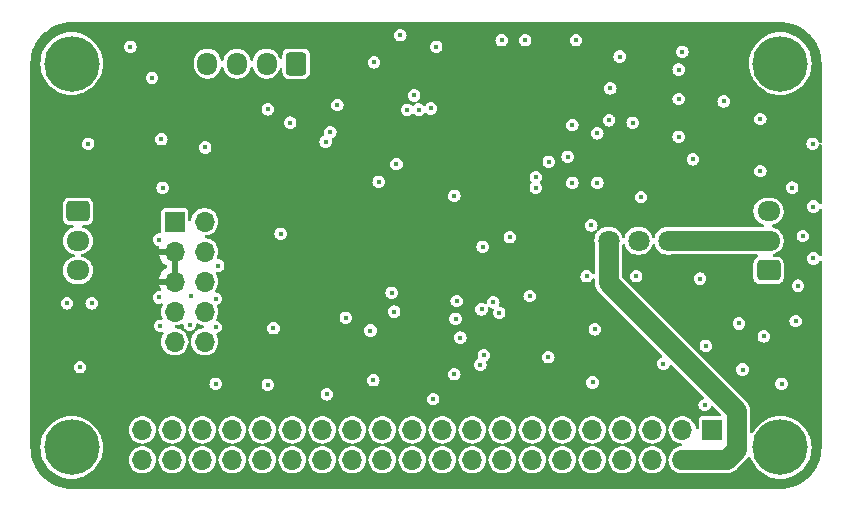
<source format=gbr>
%TF.GenerationSoftware,KiCad,Pcbnew,8.0.5*%
%TF.CreationDate,2025-01-21T17:20:08+01:00*%
%TF.ProjectId,Ingenuity,496e6765-6e75-4697-9479-2e6b69636164,rev?*%
%TF.SameCoordinates,Original*%
%TF.FileFunction,Copper,L3,Inr*%
%TF.FilePolarity,Positive*%
%FSLAX46Y46*%
G04 Gerber Fmt 4.6, Leading zero omitted, Abs format (unit mm)*
G04 Created by KiCad (PCBNEW 8.0.5) date 2025-01-21 17:20:08*
%MOMM*%
%LPD*%
G01*
G04 APERTURE LIST*
G04 Aperture macros list*
%AMRoundRect*
0 Rectangle with rounded corners*
0 $1 Rounding radius*
0 $2 $3 $4 $5 $6 $7 $8 $9 X,Y pos of 4 corners*
0 Add a 4 corners polygon primitive as box body*
4,1,4,$2,$3,$4,$5,$6,$7,$8,$9,$2,$3,0*
0 Add four circle primitives for the rounded corners*
1,1,$1+$1,$2,$3*
1,1,$1+$1,$4,$5*
1,1,$1+$1,$6,$7*
1,1,$1+$1,$8,$9*
0 Add four rect primitives between the rounded corners*
20,1,$1+$1,$2,$3,$4,$5,0*
20,1,$1+$1,$4,$5,$6,$7,0*
20,1,$1+$1,$6,$7,$8,$9,0*
20,1,$1+$1,$8,$9,$2,$3,0*%
G04 Aperture macros list end*
%TA.AperFunction,ComponentPad*%
%ADD10RoundRect,0.250000X0.725000X-0.600000X0.725000X0.600000X-0.725000X0.600000X-0.725000X-0.600000X0*%
%TD*%
%TA.AperFunction,ComponentPad*%
%ADD11O,1.950000X1.700000*%
%TD*%
%TA.AperFunction,ComponentPad*%
%ADD12R,1.700000X1.700000*%
%TD*%
%TA.AperFunction,ComponentPad*%
%ADD13O,1.700000X1.700000*%
%TD*%
%TA.AperFunction,ComponentPad*%
%ADD14C,4.700000*%
%TD*%
%TA.AperFunction,ComponentPad*%
%ADD15RoundRect,0.250000X-0.725000X0.600000X-0.725000X-0.600000X0.725000X-0.600000X0.725000X0.600000X0*%
%TD*%
%TA.AperFunction,ComponentPad*%
%ADD16RoundRect,0.250000X0.600000X0.725000X-0.600000X0.725000X-0.600000X-0.725000X0.600000X-0.725000X0*%
%TD*%
%TA.AperFunction,ComponentPad*%
%ADD17O,1.700000X1.950000*%
%TD*%
%TA.AperFunction,ComponentPad*%
%ADD18C,1.800000*%
%TD*%
%TA.AperFunction,ViaPad*%
%ADD19C,0.450000*%
%TD*%
%TA.AperFunction,Conductor*%
%ADD20C,1.700000*%
%TD*%
G04 APERTURE END LIST*
D10*
%TO.N,GND*%
%TO.C,J5*%
X189500000Y-112500000D03*
D11*
%TO.N,+6V*%
X189500000Y-110000000D03*
%TO.N,PWM1*%
X189500000Y-107500000D03*
%TD*%
D12*
%TO.N,INT*%
%TO.C,J2*%
X139225000Y-108380000D03*
D13*
%TO.N,I2C1_SCL*%
X141765000Y-108380000D03*
%TO.N,+3.3V*%
X139225000Y-110920000D03*
%TO.N,I2C1_SDA*%
X141765000Y-110920000D03*
%TO.N,+3.3V*%
X139225000Y-113460000D03*
%TO.N,GND*%
X141765000Y-113460000D03*
%TO.N,unconnected-(J2-Pin_7-Pad7)*%
X139225000Y-116000000D03*
%TO.N,unconnected-(J2-Pin_8-Pad8)*%
X141765000Y-116000000D03*
%TO.N,unconnected-(J2-Pin_9-Pad9)*%
X139225000Y-118540000D03*
%TO.N,unconnected-(J2-Pin_10-Pad10)*%
X141765000Y-118540000D03*
%TD*%
D14*
%TO.N,GND*%
%TO.C,H1*%
X130500000Y-95000000D03*
%TD*%
D15*
%TO.N,GND*%
%TO.C,J4*%
X131025000Y-107500000D03*
D11*
%TO.N,unconnected-(J4-Pin_2-Pad2)*%
X131025000Y-110000000D03*
%TO.N,PWM2*%
X131025000Y-112500000D03*
%TD*%
D14*
%TO.N,GND*%
%TO.C,H4*%
X130500000Y-127500000D03*
%TD*%
D16*
%TO.N,Net-(J1-Pin_1)*%
%TO.C,J1*%
X149500000Y-95000000D03*
D17*
%TO.N,unconnected-(J1-Pin_2-Pad2)*%
X147000000Y-95000000D03*
%TO.N,unconnected-(J1-Pin_3-Pad3)*%
X144500000Y-95000000D03*
%TO.N,GND*%
X142000000Y-95000000D03*
%TD*%
D18*
%TO.N,+6V*%
%TO.C,U1*%
X181040000Y-110000000D03*
%TO.N,GND*%
X178500000Y-110000000D03*
%TO.N,+5V*%
X175960000Y-110000000D03*
%TD*%
D14*
%TO.N,GND*%
%TO.C,H2*%
X190500000Y-95000000D03*
%TD*%
%TO.N,GND*%
%TO.C,H3*%
X190500000Y-127500000D03*
%TD*%
D12*
%TO.N,unconnected-(J3-Pin_1-Pad1)*%
%TO.C,J3*%
X184740000Y-126000000D03*
D13*
%TO.N,+5V*%
X184740000Y-128540000D03*
%TO.N,unconnected-(J3-Pin_3-Pad3)*%
X182200000Y-126000000D03*
%TO.N,+5V*%
X182200000Y-128540000D03*
%TO.N,unconnected-(J3-Pin_5-Pad5)*%
X179660000Y-126000000D03*
%TO.N,GND*%
X179660000Y-128540000D03*
%TO.N,unconnected-(J3-Pin_7-Pad7)*%
X177120000Y-126000000D03*
%TO.N,USART2_RX*%
X177120000Y-128540000D03*
%TO.N,GND*%
X174580000Y-126000000D03*
%TO.N,USART2_TX*%
X174580000Y-128540000D03*
%TO.N,unconnected-(J3-Pin_11-Pad11)*%
X172040000Y-126000000D03*
%TO.N,unconnected-(J3-Pin_12-Pad12)*%
X172040000Y-128540000D03*
%TO.N,unconnected-(J3-Pin_13-Pad13)*%
X169500000Y-126000000D03*
%TO.N,GND*%
X169500000Y-128540000D03*
%TO.N,unconnected-(J3-Pin_15-Pad15)*%
X166960000Y-126000000D03*
%TO.N,unconnected-(J3-Pin_16-Pad16)*%
X166960000Y-128540000D03*
%TO.N,unconnected-(J3-Pin_17-Pad17)*%
X164420000Y-126000000D03*
%TO.N,unconnected-(J3-Pin_18-Pad18)*%
X164420000Y-128540000D03*
%TO.N,unconnected-(J3-Pin_19-Pad19)*%
X161880000Y-126000000D03*
%TO.N,GND*%
X161880000Y-128540000D03*
%TO.N,unconnected-(J3-Pin_21-Pad21)*%
X159340000Y-126000000D03*
%TO.N,unconnected-(J3-Pin_22-Pad22)*%
X159340000Y-128540000D03*
%TO.N,unconnected-(J3-Pin_23-Pad23)*%
X156800000Y-126000000D03*
%TO.N,unconnected-(J3-Pin_24-Pad24)*%
X156800000Y-128540000D03*
%TO.N,GND*%
X154260000Y-126000000D03*
%TO.N,unconnected-(J3-Pin_26-Pad26)*%
X154260000Y-128540000D03*
%TO.N,unconnected-(J3-Pin_27-Pad27)*%
X151720000Y-126000000D03*
%TO.N,unconnected-(J3-Pin_28-Pad28)*%
X151720000Y-128540000D03*
%TO.N,unconnected-(J3-Pin_29-Pad29)*%
X149180000Y-126000000D03*
%TO.N,GND*%
X149180000Y-128540000D03*
%TO.N,unconnected-(J3-Pin_31-Pad31)*%
X146640000Y-126000000D03*
%TO.N,unconnected-(J3-Pin_32-Pad32)*%
X146640000Y-128540000D03*
%TO.N,unconnected-(J3-Pin_33-Pad33)*%
X144100000Y-126000000D03*
%TO.N,GND*%
X144100000Y-128540000D03*
%TO.N,unconnected-(J3-Pin_35-Pad35)*%
X141560000Y-126000000D03*
%TO.N,unconnected-(J3-Pin_36-Pad36)*%
X141560000Y-128540000D03*
%TO.N,unconnected-(J3-Pin_37-Pad37)*%
X139020000Y-126000000D03*
%TO.N,unconnected-(J3-Pin_38-Pad38)*%
X139020000Y-128540000D03*
%TO.N,GND*%
X136480000Y-126000000D03*
%TO.N,unconnected-(J3-Pin_40-Pad40)*%
X136480000Y-128540000D03*
%TD*%
D19*
%TO.N,NRST*%
X176100000Y-97100000D03*
X158000000Y-103500000D03*
%TO.N,+3.3V*%
X185700000Y-100100000D03*
X173900000Y-97600000D03*
X168400000Y-108400000D03*
X158600000Y-105500000D03*
X158900000Y-100900000D03*
X159900000Y-100900000D03*
X164100000Y-119800000D03*
X174000000Y-99600000D03*
X166200000Y-119800000D03*
%TO.N,TENSION_BATTERIE*%
X165300000Y-110500000D03*
X152400000Y-100800000D03*
%TO.N,PWM1*%
X162900000Y-106200000D03*
%TO.N,USART1_RX*%
X182200000Y-94000000D03*
X169800000Y-105500000D03*
%TO.N,USART1_TX*%
X176900000Y-94400000D03*
X170900000Y-103300000D03*
%TO.N,SPI_CS*%
X166700000Y-116100000D03*
X163000000Y-116600000D03*
%TO.N,SPI1_SCK*%
X165200000Y-115800000D03*
X163100000Y-115100000D03*
%TO.N,GND*%
X137300000Y-96200000D03*
X183100000Y-103100000D03*
X157800000Y-116000000D03*
X184100000Y-123900000D03*
X158900000Y-98900000D03*
X166900000Y-93012500D03*
X193300000Y-107100000D03*
X162900000Y-121300000D03*
X193239623Y-101779308D03*
X165400000Y-119700000D03*
X169800000Y-104600000D03*
X142700000Y-117300000D03*
X131900000Y-101800000D03*
X193300000Y-111500000D03*
X188800000Y-104100000D03*
X175000000Y-100900000D03*
X180600000Y-120400000D03*
X184200000Y-118900000D03*
X147105097Y-122184465D03*
X176000000Y-99800000D03*
X161100000Y-123400000D03*
X137900000Y-109900000D03*
X185700000Y-98200000D03*
X161367005Y-93581197D03*
X159500000Y-97700000D03*
X141800000Y-102100000D03*
X148200000Y-109400000D03*
X166200000Y-115200000D03*
X149000000Y-100000000D03*
X160900000Y-98800000D03*
X191500000Y-105500000D03*
X138100000Y-101400000D03*
X147586635Y-117401486D03*
X181900000Y-95500000D03*
X156100000Y-94900000D03*
X174600000Y-122000000D03*
X153709966Y-116506538D03*
X190600000Y-122100000D03*
X137900000Y-114800000D03*
X135473725Y-93571419D03*
X172900000Y-105100000D03*
X174800000Y-117500000D03*
X172500000Y-102900000D03*
X132200000Y-115300000D03*
X192000000Y-113800000D03*
X140500000Y-117100000D03*
X138000000Y-117200000D03*
X155800000Y-117600000D03*
X131200000Y-120700000D03*
X168900000Y-93012500D03*
X142900000Y-112100000D03*
X157600000Y-114400000D03*
X188801517Y-99685861D03*
X192400000Y-109600000D03*
X181900000Y-101200000D03*
X138200000Y-105500000D03*
X159900000Y-98900000D03*
X140600000Y-114700000D03*
X169283859Y-114678549D03*
X187300000Y-120900000D03*
X130100000Y-115300000D03*
X191800000Y-116800000D03*
X183700000Y-113200000D03*
X173200000Y-93012500D03*
X158328891Y-92592043D03*
X152100000Y-123000000D03*
X153000000Y-98500000D03*
X142700000Y-114900000D03*
X181900000Y-98000000D03*
X167600000Y-109700000D03*
X163400000Y-118200000D03*
X174500000Y-108700000D03*
X172900000Y-100200000D03*
X189100000Y-118100000D03*
X178700000Y-106300000D03*
X165100000Y-120500000D03*
X156500000Y-105000000D03*
X152000000Y-101600000D03*
X147113288Y-98867839D03*
X174100000Y-113000000D03*
X170853943Y-119859830D03*
X178300000Y-113000000D03*
X175000000Y-105100000D03*
X156051092Y-121807645D03*
X178000000Y-100000000D03*
X186994416Y-117002275D03*
X142700000Y-122100000D03*
%TD*%
D20*
%TO.N,+5V*%
X185960000Y-128540000D02*
X184740000Y-128540000D01*
X186800000Y-127700000D02*
X185960000Y-128540000D01*
X186800000Y-124400000D02*
X186800000Y-127700000D01*
X175960000Y-113560000D02*
X186800000Y-124400000D01*
X175960000Y-110000000D02*
X175960000Y-113560000D01*
X182200000Y-128540000D02*
X184740000Y-128540000D01*
%TO.N,+6V*%
X189500000Y-110000000D02*
X181040000Y-110000000D01*
%TD*%
%TA.AperFunction,Conductor*%
%TO.N,+3.3V*%
G36*
X139475000Y-113026988D02*
G01*
X139417993Y-112994075D01*
X139290826Y-112960000D01*
X139159174Y-112960000D01*
X139032007Y-112994075D01*
X138975000Y-113026988D01*
X138975000Y-111353012D01*
X139032007Y-111385925D01*
X139159174Y-111420000D01*
X139290826Y-111420000D01*
X139417993Y-111385925D01*
X139475000Y-111353012D01*
X139475000Y-113026988D01*
G37*
%TD.AperFunction*%
%TA.AperFunction,Conductor*%
G36*
X190503032Y-91500648D02*
G01*
X190836929Y-91517052D01*
X190849037Y-91518245D01*
X190952146Y-91533539D01*
X191176699Y-91566849D01*
X191188617Y-91569219D01*
X191509951Y-91649709D01*
X191521588Y-91653240D01*
X191592806Y-91678722D01*
X191833467Y-91764832D01*
X191844688Y-91769479D01*
X192144163Y-91911120D01*
X192154871Y-91916844D01*
X192427197Y-92080070D01*
X192438988Y-92087137D01*
X192449103Y-92093895D01*
X192669913Y-92257659D01*
X192715170Y-92291224D01*
X192724576Y-92298944D01*
X192970013Y-92521395D01*
X192978604Y-92529986D01*
X193086296Y-92648806D01*
X193201055Y-92775423D01*
X193208775Y-92784829D01*
X193406102Y-93050893D01*
X193412862Y-93061011D01*
X193565805Y-93316182D01*
X193583148Y-93345116D01*
X193588883Y-93355844D01*
X193690842Y-93571419D01*
X193730514Y-93655297D01*
X193735170Y-93666540D01*
X193846759Y-93978411D01*
X193850292Y-93990055D01*
X193930777Y-94311369D01*
X193933151Y-94323305D01*
X193981754Y-94650962D01*
X193982947Y-94663071D01*
X193999351Y-94996966D01*
X193999500Y-95003051D01*
X193999500Y-101633262D01*
X193979815Y-101700301D01*
X193927011Y-101746056D01*
X193857853Y-101756000D01*
X193794297Y-101726975D01*
X193756523Y-101668197D01*
X193752561Y-101649449D01*
X193751597Y-101642125D01*
X193698647Y-101514291D01*
X193614414Y-101404517D01*
X193614412Y-101404516D01*
X193614412Y-101404515D01*
X193523797Y-101334983D01*
X193504641Y-101320284D01*
X193504640Y-101320283D01*
X193504638Y-101320282D01*
X193376809Y-101267335D01*
X193376807Y-101267334D01*
X193376806Y-101267334D01*
X193285350Y-101255293D01*
X193239624Y-101249273D01*
X193239622Y-101249273D01*
X193171031Y-101258303D01*
X193102440Y-101267334D01*
X193102439Y-101267334D01*
X193102436Y-101267335D01*
X192974608Y-101320282D01*
X192864832Y-101404517D01*
X192780597Y-101514293D01*
X192727650Y-101642121D01*
X192727649Y-101642124D01*
X192727649Y-101642125D01*
X192709588Y-101779308D01*
X192727054Y-101911974D01*
X192727649Y-101916489D01*
X192727650Y-101916494D01*
X192780597Y-102044323D01*
X192780598Y-102044325D01*
X192780599Y-102044326D01*
X192864832Y-102154099D01*
X192974605Y-102238332D01*
X193102440Y-102291282D01*
X193225325Y-102307460D01*
X193239622Y-102309343D01*
X193239623Y-102309343D01*
X193239624Y-102309343D01*
X193252570Y-102307638D01*
X193376806Y-102291282D01*
X193504641Y-102238332D01*
X193614414Y-102154099D01*
X193698647Y-102044326D01*
X193751597Y-101916491D01*
X193752561Y-101909166D01*
X193780828Y-101845271D01*
X193839152Y-101806800D01*
X193909017Y-101805969D01*
X193968240Y-101843041D01*
X193998019Y-101906247D01*
X193999500Y-101925353D01*
X193999500Y-106792153D01*
X193979815Y-106859192D01*
X193927011Y-106904947D01*
X193857853Y-106914891D01*
X193794297Y-106885866D01*
X193760940Y-106839607D01*
X193759026Y-106834986D01*
X193741368Y-106811974D01*
X193674791Y-106725209D01*
X193674789Y-106725208D01*
X193674789Y-106725207D01*
X193608220Y-106674127D01*
X193565018Y-106640976D01*
X193565017Y-106640975D01*
X193565015Y-106640974D01*
X193437186Y-106588027D01*
X193437184Y-106588026D01*
X193437183Y-106588026D01*
X193336656Y-106574791D01*
X193300001Y-106569965D01*
X193299999Y-106569965D01*
X193231408Y-106578995D01*
X193162817Y-106588026D01*
X193162816Y-106588026D01*
X193162813Y-106588027D01*
X193034985Y-106640974D01*
X192925209Y-106725209D01*
X192840974Y-106834985D01*
X192788027Y-106962813D01*
X192788026Y-106962816D01*
X192788026Y-106962817D01*
X192769965Y-107100000D01*
X192787398Y-107232415D01*
X192788026Y-107237181D01*
X192788027Y-107237186D01*
X192840974Y-107365015D01*
X192840975Y-107365016D01*
X192840976Y-107365018D01*
X192925209Y-107474791D01*
X193034982Y-107559024D01*
X193162817Y-107611974D01*
X193285702Y-107628152D01*
X193299999Y-107630035D01*
X193300000Y-107630035D01*
X193300001Y-107630035D01*
X193312947Y-107628330D01*
X193437183Y-107611974D01*
X193565018Y-107559024D01*
X193674791Y-107474791D01*
X193759024Y-107365018D01*
X193760938Y-107360394D01*
X193804778Y-107305992D01*
X193871072Y-107283926D01*
X193938772Y-107301204D01*
X193986383Y-107352341D01*
X193999500Y-107407847D01*
X193999500Y-111192153D01*
X193979815Y-111259192D01*
X193927011Y-111304947D01*
X193857853Y-111314891D01*
X193794297Y-111285866D01*
X193760940Y-111239607D01*
X193759026Y-111234986D01*
X193759024Y-111234983D01*
X193674791Y-111125209D01*
X193674789Y-111125208D01*
X193674789Y-111125207D01*
X193565015Y-111040974D01*
X193437186Y-110988027D01*
X193437184Y-110988026D01*
X193437183Y-110988026D01*
X193345727Y-110975985D01*
X193300001Y-110969965D01*
X193299999Y-110969965D01*
X193231408Y-110978995D01*
X193162817Y-110988026D01*
X193162816Y-110988026D01*
X193162813Y-110988027D01*
X193034985Y-111040974D01*
X192925209Y-111125209D01*
X192840974Y-111234985D01*
X192788027Y-111362813D01*
X192788026Y-111362818D01*
X192769965Y-111499999D01*
X192769965Y-111500000D01*
X192788026Y-111637181D01*
X192788027Y-111637186D01*
X192840974Y-111765015D01*
X192840975Y-111765016D01*
X192840976Y-111765018D01*
X192925209Y-111874791D01*
X193034982Y-111959024D01*
X193034983Y-111959024D01*
X193034984Y-111959025D01*
X193077593Y-111976674D01*
X193162817Y-112011974D01*
X193285702Y-112028152D01*
X193299999Y-112030035D01*
X193300000Y-112030035D01*
X193300001Y-112030035D01*
X193312947Y-112028330D01*
X193437183Y-112011974D01*
X193565018Y-111959024D01*
X193674791Y-111874791D01*
X193759024Y-111765018D01*
X193760938Y-111760394D01*
X193804778Y-111705992D01*
X193871072Y-111683926D01*
X193938772Y-111701204D01*
X193986383Y-111752341D01*
X193999500Y-111807847D01*
X193999500Y-127496948D01*
X193999351Y-127503033D01*
X193982947Y-127836928D01*
X193981754Y-127849037D01*
X193933151Y-128176694D01*
X193930777Y-128188630D01*
X193850292Y-128509944D01*
X193846759Y-128521588D01*
X193735170Y-128833459D01*
X193730514Y-128844702D01*
X193588885Y-129144151D01*
X193583148Y-129154883D01*
X193412862Y-129438988D01*
X193406102Y-129449106D01*
X193208775Y-129715170D01*
X193201055Y-129724576D01*
X192978611Y-129970006D01*
X192970006Y-129978611D01*
X192724576Y-130201055D01*
X192715170Y-130208775D01*
X192449106Y-130406102D01*
X192438988Y-130412862D01*
X192154883Y-130583148D01*
X192144151Y-130588885D01*
X191844702Y-130730514D01*
X191833459Y-130735170D01*
X191521588Y-130846759D01*
X191509944Y-130850292D01*
X191188630Y-130930777D01*
X191176694Y-130933151D01*
X190849037Y-130981754D01*
X190836928Y-130982947D01*
X190521989Y-130998419D01*
X190503031Y-130999351D01*
X190496949Y-130999500D01*
X130503051Y-130999500D01*
X130496968Y-130999351D01*
X130476900Y-130998365D01*
X130163071Y-130982947D01*
X130150962Y-130981754D01*
X129823305Y-130933151D01*
X129811369Y-130930777D01*
X129490055Y-130850292D01*
X129478411Y-130846759D01*
X129166540Y-130735170D01*
X129155301Y-130730515D01*
X128855844Y-130588883D01*
X128845121Y-130583150D01*
X128561011Y-130412862D01*
X128550893Y-130406102D01*
X128284829Y-130208775D01*
X128275423Y-130201055D01*
X128203629Y-130135985D01*
X128029986Y-129978604D01*
X128021395Y-129970013D01*
X127798944Y-129724576D01*
X127791224Y-129715170D01*
X127772928Y-129690501D01*
X127593895Y-129449103D01*
X127587137Y-129438988D01*
X127574291Y-129417556D01*
X127416844Y-129154871D01*
X127411120Y-129144163D01*
X127269479Y-128844688D01*
X127264829Y-128833459D01*
X127235793Y-128752310D01*
X127173265Y-128577555D01*
X127153240Y-128521588D01*
X127149707Y-128509944D01*
X127069219Y-128188617D01*
X127066848Y-128176694D01*
X127060732Y-128135466D01*
X127018245Y-127849037D01*
X127017052Y-127836927D01*
X127000649Y-127503032D01*
X127000575Y-127500000D01*
X127844655Y-127500000D01*
X127864014Y-127820060D01*
X127864014Y-127820065D01*
X127864015Y-127820066D01*
X127921814Y-128135466D01*
X127921815Y-128135470D01*
X127921816Y-128135474D01*
X128017202Y-128441580D01*
X128017208Y-128441595D01*
X128148806Y-128733995D01*
X128148807Y-128733996D01*
X128148809Y-128734000D01*
X128314694Y-129008408D01*
X128413570Y-129134613D01*
X128512448Y-129260822D01*
X128739177Y-129487551D01*
X128749677Y-129495777D01*
X128991592Y-129685306D01*
X129266000Y-129851191D01*
X129558402Y-129982791D01*
X129558411Y-129982793D01*
X129558419Y-129982797D01*
X129797895Y-130057420D01*
X129864534Y-130078186D01*
X130179934Y-130135985D01*
X130500000Y-130155345D01*
X130820066Y-130135985D01*
X131135466Y-130078186D01*
X131308320Y-130024322D01*
X131441580Y-129982797D01*
X131441584Y-129982795D01*
X131441598Y-129982791D01*
X131734000Y-129851191D01*
X132008408Y-129685306D01*
X132260819Y-129487554D01*
X132487554Y-129260819D01*
X132685306Y-129008408D01*
X132851191Y-128734000D01*
X132982791Y-128441598D01*
X132983752Y-128438516D01*
X133036080Y-128270589D01*
X133078186Y-128135466D01*
X133135985Y-127820066D01*
X133155345Y-127500000D01*
X133135985Y-127179934D01*
X133078186Y-126864534D01*
X132998326Y-126608255D01*
X132982797Y-126558419D01*
X132982793Y-126558411D01*
X132982791Y-126558402D01*
X132875091Y-126319104D01*
X132851193Y-126266004D01*
X132851192Y-126266003D01*
X132851191Y-126266000D01*
X132690388Y-125999999D01*
X135324571Y-125999999D01*
X135324571Y-126000000D01*
X135344244Y-126212310D01*
X135402596Y-126417392D01*
X135402596Y-126417394D01*
X135497632Y-126608253D01*
X135497634Y-126608255D01*
X135626128Y-126778407D01*
X135783698Y-126922052D01*
X135964981Y-127034298D01*
X136163802Y-127111321D01*
X136360613Y-127148111D01*
X136422893Y-127179779D01*
X136458166Y-127240092D01*
X136455232Y-127309900D01*
X136415023Y-127367040D01*
X136360613Y-127391888D01*
X136163802Y-127428679D01*
X136163799Y-127428679D01*
X136163799Y-127428680D01*
X135964982Y-127505701D01*
X135964980Y-127505702D01*
X135783699Y-127617947D01*
X135626127Y-127761593D01*
X135497632Y-127931746D01*
X135402596Y-128122605D01*
X135402596Y-128122607D01*
X135344244Y-128327689D01*
X135324703Y-128538580D01*
X135324571Y-128540000D01*
X135344244Y-128752310D01*
X135402594Y-128957387D01*
X135402596Y-128957392D01*
X135402596Y-128957394D01*
X135497632Y-129148253D01*
X135610011Y-129297065D01*
X135626128Y-129318407D01*
X135783698Y-129462052D01*
X135964981Y-129574298D01*
X136163802Y-129651321D01*
X136373390Y-129690500D01*
X136373392Y-129690500D01*
X136586608Y-129690500D01*
X136586610Y-129690500D01*
X136796198Y-129651321D01*
X136995019Y-129574298D01*
X137176302Y-129462052D01*
X137333872Y-129318407D01*
X137462366Y-129148255D01*
X137507246Y-129058123D01*
X137557403Y-128957394D01*
X137557403Y-128957393D01*
X137557405Y-128957389D01*
X137615756Y-128752310D01*
X137626529Y-128636047D01*
X137652315Y-128571111D01*
X137696869Y-128539194D01*
X137660497Y-128518331D01*
X137628307Y-128456318D01*
X137626529Y-128443951D01*
X137625288Y-128430556D01*
X137615756Y-128327690D01*
X137557405Y-128122611D01*
X137557403Y-128122606D01*
X137557403Y-128122605D01*
X137462367Y-127931746D01*
X137333872Y-127761593D01*
X137176302Y-127617948D01*
X136995019Y-127505702D01*
X136995017Y-127505701D01*
X136865852Y-127455663D01*
X136796198Y-127428679D01*
X136599385Y-127391888D01*
X136537106Y-127360221D01*
X136501833Y-127299908D01*
X136504767Y-127230100D01*
X136544976Y-127172960D01*
X136599384Y-127148111D01*
X136796198Y-127111321D01*
X136995019Y-127034298D01*
X137176302Y-126922052D01*
X137333872Y-126778407D01*
X137462366Y-126608255D01*
X137557405Y-126417389D01*
X137615756Y-126212310D01*
X137626529Y-126096047D01*
X137652315Y-126031111D01*
X137694622Y-126000804D01*
X137803130Y-126000804D01*
X137839503Y-126021668D01*
X137871693Y-126083681D01*
X137873471Y-126096048D01*
X137884244Y-126212310D01*
X137942596Y-126417392D01*
X137942596Y-126417394D01*
X138037632Y-126608253D01*
X138037634Y-126608255D01*
X138166128Y-126778407D01*
X138323698Y-126922052D01*
X138504981Y-127034298D01*
X138703802Y-127111321D01*
X138900613Y-127148111D01*
X138962893Y-127179779D01*
X138998166Y-127240092D01*
X138995232Y-127309900D01*
X138955023Y-127367040D01*
X138900613Y-127391888D01*
X138703802Y-127428679D01*
X138703799Y-127428679D01*
X138703799Y-127428680D01*
X138504982Y-127505701D01*
X138504980Y-127505702D01*
X138323699Y-127617947D01*
X138166127Y-127761593D01*
X138037632Y-127931746D01*
X137942596Y-128122605D01*
X137942596Y-128122607D01*
X137884244Y-128327689D01*
X137873471Y-128443951D01*
X137847685Y-128508888D01*
X137803130Y-128540804D01*
X137839503Y-128561668D01*
X137871693Y-128623681D01*
X137873470Y-128636047D01*
X137884244Y-128752310D01*
X137942594Y-128957387D01*
X137942596Y-128957392D01*
X137942596Y-128957394D01*
X138037632Y-129148253D01*
X138150011Y-129297065D01*
X138166128Y-129318407D01*
X138323698Y-129462052D01*
X138504981Y-129574298D01*
X138703802Y-129651321D01*
X138913390Y-129690500D01*
X138913392Y-129690500D01*
X139126608Y-129690500D01*
X139126610Y-129690500D01*
X139336198Y-129651321D01*
X139535019Y-129574298D01*
X139716302Y-129462052D01*
X139873872Y-129318407D01*
X140002366Y-129148255D01*
X140047246Y-129058123D01*
X140097403Y-128957394D01*
X140097403Y-128957393D01*
X140097405Y-128957389D01*
X140155756Y-128752310D01*
X140166529Y-128636047D01*
X140192315Y-128571111D01*
X140236869Y-128539194D01*
X140200497Y-128518331D01*
X140168307Y-128456318D01*
X140166529Y-128443951D01*
X140165288Y-128430556D01*
X140155756Y-128327690D01*
X140097405Y-128122611D01*
X140097403Y-128122606D01*
X140097403Y-128122605D01*
X140002367Y-127931746D01*
X139873872Y-127761593D01*
X139716302Y-127617948D01*
X139535019Y-127505702D01*
X139535017Y-127505701D01*
X139405852Y-127455663D01*
X139336198Y-127428679D01*
X139139385Y-127391888D01*
X139077106Y-127360221D01*
X139041833Y-127299908D01*
X139044767Y-127230100D01*
X139084976Y-127172960D01*
X139139384Y-127148111D01*
X139336198Y-127111321D01*
X139535019Y-127034298D01*
X139716302Y-126922052D01*
X139873872Y-126778407D01*
X140002366Y-126608255D01*
X140097405Y-126417389D01*
X140155756Y-126212310D01*
X140166529Y-126096047D01*
X140192315Y-126031111D01*
X140234622Y-126000804D01*
X140343130Y-126000804D01*
X140379503Y-126021668D01*
X140411693Y-126083681D01*
X140413471Y-126096048D01*
X140424244Y-126212310D01*
X140482596Y-126417392D01*
X140482596Y-126417394D01*
X140577632Y-126608253D01*
X140577634Y-126608255D01*
X140706128Y-126778407D01*
X140863698Y-126922052D01*
X141044981Y-127034298D01*
X141243802Y-127111321D01*
X141440613Y-127148111D01*
X141502893Y-127179779D01*
X141538166Y-127240092D01*
X141535232Y-127309900D01*
X141495023Y-127367040D01*
X141440613Y-127391888D01*
X141243802Y-127428679D01*
X141243799Y-127428679D01*
X141243799Y-127428680D01*
X141044982Y-127505701D01*
X141044980Y-127505702D01*
X140863699Y-127617947D01*
X140706127Y-127761593D01*
X140577632Y-127931746D01*
X140482596Y-128122605D01*
X140482596Y-128122607D01*
X140424244Y-128327689D01*
X140413471Y-128443951D01*
X140387685Y-128508888D01*
X140343130Y-128540804D01*
X140379503Y-128561668D01*
X140411693Y-128623681D01*
X140413470Y-128636047D01*
X140424244Y-128752310D01*
X140482594Y-128957387D01*
X140482596Y-128957392D01*
X140482596Y-128957394D01*
X140577632Y-129148253D01*
X140690011Y-129297065D01*
X140706128Y-129318407D01*
X140863698Y-129462052D01*
X141044981Y-129574298D01*
X141243802Y-129651321D01*
X141453390Y-129690500D01*
X141453392Y-129690500D01*
X141666608Y-129690500D01*
X141666610Y-129690500D01*
X141876198Y-129651321D01*
X142075019Y-129574298D01*
X142256302Y-129462052D01*
X142413872Y-129318407D01*
X142542366Y-129148255D01*
X142587246Y-129058123D01*
X142637403Y-128957394D01*
X142637403Y-128957393D01*
X142637405Y-128957389D01*
X142695756Y-128752310D01*
X142706529Y-128636047D01*
X142732315Y-128571111D01*
X142776869Y-128539194D01*
X142740497Y-128518331D01*
X142708307Y-128456318D01*
X142706529Y-128443951D01*
X142705288Y-128430556D01*
X142695756Y-128327690D01*
X142637405Y-128122611D01*
X142637403Y-128122606D01*
X142637403Y-128122605D01*
X142542367Y-127931746D01*
X142413872Y-127761593D01*
X142256302Y-127617948D01*
X142075019Y-127505702D01*
X142075017Y-127505701D01*
X141945852Y-127455663D01*
X141876198Y-127428679D01*
X141679385Y-127391888D01*
X141617106Y-127360221D01*
X141581833Y-127299908D01*
X141584767Y-127230100D01*
X141624976Y-127172960D01*
X141679384Y-127148111D01*
X141876198Y-127111321D01*
X142075019Y-127034298D01*
X142256302Y-126922052D01*
X142413872Y-126778407D01*
X142542366Y-126608255D01*
X142637405Y-126417389D01*
X142695756Y-126212310D01*
X142706529Y-126096047D01*
X142732315Y-126031111D01*
X142774622Y-126000804D01*
X142883130Y-126000804D01*
X142919503Y-126021668D01*
X142951693Y-126083681D01*
X142953471Y-126096048D01*
X142964244Y-126212310D01*
X143022596Y-126417392D01*
X143022596Y-126417394D01*
X143117632Y-126608253D01*
X143117634Y-126608255D01*
X143246128Y-126778407D01*
X143403698Y-126922052D01*
X143584981Y-127034298D01*
X143783802Y-127111321D01*
X143980613Y-127148111D01*
X144042893Y-127179779D01*
X144078166Y-127240092D01*
X144075232Y-127309900D01*
X144035023Y-127367040D01*
X143980613Y-127391888D01*
X143783802Y-127428679D01*
X143783799Y-127428679D01*
X143783799Y-127428680D01*
X143584982Y-127505701D01*
X143584980Y-127505702D01*
X143403699Y-127617947D01*
X143246127Y-127761593D01*
X143117632Y-127931746D01*
X143022596Y-128122605D01*
X143022596Y-128122607D01*
X142964244Y-128327689D01*
X142953471Y-128443951D01*
X142927685Y-128508888D01*
X142883130Y-128540804D01*
X142919503Y-128561668D01*
X142951693Y-128623681D01*
X142953470Y-128636047D01*
X142964244Y-128752310D01*
X143022594Y-128957387D01*
X143022596Y-128957392D01*
X143022596Y-128957394D01*
X143117632Y-129148253D01*
X143230011Y-129297065D01*
X143246128Y-129318407D01*
X143403698Y-129462052D01*
X143584981Y-129574298D01*
X143783802Y-129651321D01*
X143993390Y-129690500D01*
X143993392Y-129690500D01*
X144206608Y-129690500D01*
X144206610Y-129690500D01*
X144416198Y-129651321D01*
X144615019Y-129574298D01*
X144796302Y-129462052D01*
X144953872Y-129318407D01*
X145082366Y-129148255D01*
X145127246Y-129058123D01*
X145177403Y-128957394D01*
X145177403Y-128957393D01*
X145177405Y-128957389D01*
X145235756Y-128752310D01*
X145246529Y-128636047D01*
X145272315Y-128571111D01*
X145316869Y-128539194D01*
X145280497Y-128518331D01*
X145248307Y-128456318D01*
X145246529Y-128443951D01*
X145245288Y-128430556D01*
X145235756Y-128327690D01*
X145177405Y-128122611D01*
X145177403Y-128122606D01*
X145177403Y-128122605D01*
X145082367Y-127931746D01*
X144953872Y-127761593D01*
X144796302Y-127617948D01*
X144615019Y-127505702D01*
X144615017Y-127505701D01*
X144485852Y-127455663D01*
X144416198Y-127428679D01*
X144219385Y-127391888D01*
X144157106Y-127360221D01*
X144121833Y-127299908D01*
X144124767Y-127230100D01*
X144164976Y-127172960D01*
X144219384Y-127148111D01*
X144416198Y-127111321D01*
X144615019Y-127034298D01*
X144796302Y-126922052D01*
X144953872Y-126778407D01*
X145082366Y-126608255D01*
X145177405Y-126417389D01*
X145235756Y-126212310D01*
X145246529Y-126096047D01*
X145272315Y-126031111D01*
X145314622Y-126000804D01*
X145423130Y-126000804D01*
X145459503Y-126021668D01*
X145491693Y-126083681D01*
X145493471Y-126096048D01*
X145504244Y-126212310D01*
X145562596Y-126417392D01*
X145562596Y-126417394D01*
X145657632Y-126608253D01*
X145657634Y-126608255D01*
X145786128Y-126778407D01*
X145943698Y-126922052D01*
X146124981Y-127034298D01*
X146323802Y-127111321D01*
X146520613Y-127148111D01*
X146582893Y-127179779D01*
X146618166Y-127240092D01*
X146615232Y-127309900D01*
X146575023Y-127367040D01*
X146520613Y-127391888D01*
X146323802Y-127428679D01*
X146323799Y-127428679D01*
X146323799Y-127428680D01*
X146124982Y-127505701D01*
X146124980Y-127505702D01*
X145943699Y-127617947D01*
X145786127Y-127761593D01*
X145657632Y-127931746D01*
X145562596Y-128122605D01*
X145562596Y-128122607D01*
X145504244Y-128327689D01*
X145493471Y-128443951D01*
X145467685Y-128508888D01*
X145423130Y-128540804D01*
X145459503Y-128561668D01*
X145491693Y-128623681D01*
X145493470Y-128636047D01*
X145504244Y-128752310D01*
X145562594Y-128957387D01*
X145562596Y-128957392D01*
X145562596Y-128957394D01*
X145657632Y-129148253D01*
X145770011Y-129297065D01*
X145786128Y-129318407D01*
X145943698Y-129462052D01*
X146124981Y-129574298D01*
X146323802Y-129651321D01*
X146533390Y-129690500D01*
X146533392Y-129690500D01*
X146746608Y-129690500D01*
X146746610Y-129690500D01*
X146956198Y-129651321D01*
X147155019Y-129574298D01*
X147336302Y-129462052D01*
X147493872Y-129318407D01*
X147622366Y-129148255D01*
X147667246Y-129058123D01*
X147717403Y-128957394D01*
X147717403Y-128957393D01*
X147717405Y-128957389D01*
X147775756Y-128752310D01*
X147786529Y-128636047D01*
X147812315Y-128571111D01*
X147856869Y-128539194D01*
X147820497Y-128518331D01*
X147788307Y-128456318D01*
X147786529Y-128443951D01*
X147785288Y-128430556D01*
X147775756Y-128327690D01*
X147717405Y-128122611D01*
X147717403Y-128122606D01*
X147717403Y-128122605D01*
X147622367Y-127931746D01*
X147493872Y-127761593D01*
X147336302Y-127617948D01*
X147155019Y-127505702D01*
X147155017Y-127505701D01*
X147025852Y-127455663D01*
X146956198Y-127428679D01*
X146759385Y-127391888D01*
X146697106Y-127360221D01*
X146661833Y-127299908D01*
X146664767Y-127230100D01*
X146704976Y-127172960D01*
X146759384Y-127148111D01*
X146956198Y-127111321D01*
X147155019Y-127034298D01*
X147336302Y-126922052D01*
X147493872Y-126778407D01*
X147622366Y-126608255D01*
X147717405Y-126417389D01*
X147775756Y-126212310D01*
X147786529Y-126096047D01*
X147812315Y-126031111D01*
X147854622Y-126000804D01*
X147963130Y-126000804D01*
X147999503Y-126021668D01*
X148031693Y-126083681D01*
X148033471Y-126096048D01*
X148044244Y-126212310D01*
X148102596Y-126417392D01*
X148102596Y-126417394D01*
X148197632Y-126608253D01*
X148197634Y-126608255D01*
X148326128Y-126778407D01*
X148483698Y-126922052D01*
X148664981Y-127034298D01*
X148863802Y-127111321D01*
X149060613Y-127148111D01*
X149122893Y-127179779D01*
X149158166Y-127240092D01*
X149155232Y-127309900D01*
X149115023Y-127367040D01*
X149060613Y-127391888D01*
X148863802Y-127428679D01*
X148863799Y-127428679D01*
X148863799Y-127428680D01*
X148664982Y-127505701D01*
X148664980Y-127505702D01*
X148483699Y-127617947D01*
X148326127Y-127761593D01*
X148197632Y-127931746D01*
X148102596Y-128122605D01*
X148102596Y-128122607D01*
X148044244Y-128327689D01*
X148033471Y-128443951D01*
X148007685Y-128508888D01*
X147963130Y-128540804D01*
X147999503Y-128561668D01*
X148031693Y-128623681D01*
X148033470Y-128636047D01*
X148044244Y-128752310D01*
X148102594Y-128957387D01*
X148102596Y-128957392D01*
X148102596Y-128957394D01*
X148197632Y-129148253D01*
X148310011Y-129297065D01*
X148326128Y-129318407D01*
X148483698Y-129462052D01*
X148664981Y-129574298D01*
X148863802Y-129651321D01*
X149073390Y-129690500D01*
X149073392Y-129690500D01*
X149286608Y-129690500D01*
X149286610Y-129690500D01*
X149496198Y-129651321D01*
X149695019Y-129574298D01*
X149876302Y-129462052D01*
X150033872Y-129318407D01*
X150162366Y-129148255D01*
X150207246Y-129058123D01*
X150257403Y-128957394D01*
X150257403Y-128957393D01*
X150257405Y-128957389D01*
X150315756Y-128752310D01*
X150326529Y-128636047D01*
X150352315Y-128571111D01*
X150396869Y-128539194D01*
X150360497Y-128518331D01*
X150328307Y-128456318D01*
X150326529Y-128443951D01*
X150325288Y-128430556D01*
X150315756Y-128327690D01*
X150257405Y-128122611D01*
X150257403Y-128122606D01*
X150257403Y-128122605D01*
X150162367Y-127931746D01*
X150033872Y-127761593D01*
X149876302Y-127617948D01*
X149695019Y-127505702D01*
X149695017Y-127505701D01*
X149565852Y-127455663D01*
X149496198Y-127428679D01*
X149299385Y-127391888D01*
X149237106Y-127360221D01*
X149201833Y-127299908D01*
X149204767Y-127230100D01*
X149244976Y-127172960D01*
X149299384Y-127148111D01*
X149496198Y-127111321D01*
X149695019Y-127034298D01*
X149876302Y-126922052D01*
X150033872Y-126778407D01*
X150162366Y-126608255D01*
X150257405Y-126417389D01*
X150315756Y-126212310D01*
X150326529Y-126096047D01*
X150352315Y-126031111D01*
X150394622Y-126000804D01*
X150503130Y-126000804D01*
X150539503Y-126021668D01*
X150571693Y-126083681D01*
X150573471Y-126096048D01*
X150584244Y-126212310D01*
X150642596Y-126417392D01*
X150642596Y-126417394D01*
X150737632Y-126608253D01*
X150737634Y-126608255D01*
X150866128Y-126778407D01*
X151023698Y-126922052D01*
X151204981Y-127034298D01*
X151403802Y-127111321D01*
X151600613Y-127148111D01*
X151662893Y-127179779D01*
X151698166Y-127240092D01*
X151695232Y-127309900D01*
X151655023Y-127367040D01*
X151600613Y-127391888D01*
X151403802Y-127428679D01*
X151403799Y-127428679D01*
X151403799Y-127428680D01*
X151204982Y-127505701D01*
X151204980Y-127505702D01*
X151023699Y-127617947D01*
X150866127Y-127761593D01*
X150737632Y-127931746D01*
X150642596Y-128122605D01*
X150642596Y-128122607D01*
X150584244Y-128327689D01*
X150573471Y-128443951D01*
X150547685Y-128508888D01*
X150503130Y-128540804D01*
X150539503Y-128561668D01*
X150571693Y-128623681D01*
X150573470Y-128636047D01*
X150584244Y-128752310D01*
X150642594Y-128957387D01*
X150642596Y-128957392D01*
X150642596Y-128957394D01*
X150737632Y-129148253D01*
X150850011Y-129297065D01*
X150866128Y-129318407D01*
X151023698Y-129462052D01*
X151204981Y-129574298D01*
X151403802Y-129651321D01*
X151613390Y-129690500D01*
X151613392Y-129690500D01*
X151826608Y-129690500D01*
X151826610Y-129690500D01*
X152036198Y-129651321D01*
X152235019Y-129574298D01*
X152416302Y-129462052D01*
X152573872Y-129318407D01*
X152702366Y-129148255D01*
X152747246Y-129058123D01*
X152797403Y-128957394D01*
X152797403Y-128957393D01*
X152797405Y-128957389D01*
X152855756Y-128752310D01*
X152866529Y-128636047D01*
X152892315Y-128571111D01*
X152936869Y-128539194D01*
X152900497Y-128518331D01*
X152868307Y-128456318D01*
X152866529Y-128443951D01*
X152865288Y-128430556D01*
X152855756Y-128327690D01*
X152797405Y-128122611D01*
X152797403Y-128122606D01*
X152797403Y-128122605D01*
X152702367Y-127931746D01*
X152573872Y-127761593D01*
X152416302Y-127617948D01*
X152235019Y-127505702D01*
X152235017Y-127505701D01*
X152105852Y-127455663D01*
X152036198Y-127428679D01*
X151839385Y-127391888D01*
X151777106Y-127360221D01*
X151741833Y-127299908D01*
X151744767Y-127230100D01*
X151784976Y-127172960D01*
X151839384Y-127148111D01*
X152036198Y-127111321D01*
X152235019Y-127034298D01*
X152416302Y-126922052D01*
X152573872Y-126778407D01*
X152702366Y-126608255D01*
X152797405Y-126417389D01*
X152855756Y-126212310D01*
X152866529Y-126096047D01*
X152892315Y-126031111D01*
X152934622Y-126000804D01*
X153043130Y-126000804D01*
X153079503Y-126021668D01*
X153111693Y-126083681D01*
X153113471Y-126096048D01*
X153124244Y-126212310D01*
X153182596Y-126417392D01*
X153182596Y-126417394D01*
X153277632Y-126608253D01*
X153277634Y-126608255D01*
X153406128Y-126778407D01*
X153563698Y-126922052D01*
X153744981Y-127034298D01*
X153943802Y-127111321D01*
X154140613Y-127148111D01*
X154202893Y-127179779D01*
X154238166Y-127240092D01*
X154235232Y-127309900D01*
X154195023Y-127367040D01*
X154140613Y-127391888D01*
X153943802Y-127428679D01*
X153943799Y-127428679D01*
X153943799Y-127428680D01*
X153744982Y-127505701D01*
X153744980Y-127505702D01*
X153563699Y-127617947D01*
X153406127Y-127761593D01*
X153277632Y-127931746D01*
X153182596Y-128122605D01*
X153182596Y-128122607D01*
X153124244Y-128327689D01*
X153113471Y-128443951D01*
X153087685Y-128508888D01*
X153043130Y-128540804D01*
X153079503Y-128561668D01*
X153111693Y-128623681D01*
X153113470Y-128636047D01*
X153124244Y-128752310D01*
X153182594Y-128957387D01*
X153182596Y-128957392D01*
X153182596Y-128957394D01*
X153277632Y-129148253D01*
X153390011Y-129297065D01*
X153406128Y-129318407D01*
X153563698Y-129462052D01*
X153744981Y-129574298D01*
X153943802Y-129651321D01*
X154153390Y-129690500D01*
X154153392Y-129690500D01*
X154366608Y-129690500D01*
X154366610Y-129690500D01*
X154576198Y-129651321D01*
X154775019Y-129574298D01*
X154956302Y-129462052D01*
X155113872Y-129318407D01*
X155242366Y-129148255D01*
X155287246Y-129058123D01*
X155337403Y-128957394D01*
X155337403Y-128957393D01*
X155337405Y-128957389D01*
X155395756Y-128752310D01*
X155406529Y-128636047D01*
X155432315Y-128571111D01*
X155476869Y-128539194D01*
X155440497Y-128518331D01*
X155408307Y-128456318D01*
X155406529Y-128443951D01*
X155405288Y-128430556D01*
X155395756Y-128327690D01*
X155337405Y-128122611D01*
X155337403Y-128122606D01*
X155337403Y-128122605D01*
X155242367Y-127931746D01*
X155113872Y-127761593D01*
X154956302Y-127617948D01*
X154775019Y-127505702D01*
X154775017Y-127505701D01*
X154645852Y-127455663D01*
X154576198Y-127428679D01*
X154379385Y-127391888D01*
X154317106Y-127360221D01*
X154281833Y-127299908D01*
X154284767Y-127230100D01*
X154324976Y-127172960D01*
X154379384Y-127148111D01*
X154576198Y-127111321D01*
X154775019Y-127034298D01*
X154956302Y-126922052D01*
X155113872Y-126778407D01*
X155242366Y-126608255D01*
X155337405Y-126417389D01*
X155395756Y-126212310D01*
X155406529Y-126096047D01*
X155432315Y-126031111D01*
X155474622Y-126000804D01*
X155583130Y-126000804D01*
X155619503Y-126021668D01*
X155651693Y-126083681D01*
X155653471Y-126096048D01*
X155664244Y-126212310D01*
X155722596Y-126417392D01*
X155722596Y-126417394D01*
X155817632Y-126608253D01*
X155817634Y-126608255D01*
X155946128Y-126778407D01*
X156103698Y-126922052D01*
X156284981Y-127034298D01*
X156483802Y-127111321D01*
X156680613Y-127148111D01*
X156742893Y-127179779D01*
X156778166Y-127240092D01*
X156775232Y-127309900D01*
X156735023Y-127367040D01*
X156680613Y-127391888D01*
X156483802Y-127428679D01*
X156483799Y-127428679D01*
X156483799Y-127428680D01*
X156284982Y-127505701D01*
X156284980Y-127505702D01*
X156103699Y-127617947D01*
X155946127Y-127761593D01*
X155817632Y-127931746D01*
X155722596Y-128122605D01*
X155722596Y-128122607D01*
X155664244Y-128327689D01*
X155653471Y-128443951D01*
X155627685Y-128508888D01*
X155583130Y-128540804D01*
X155619503Y-128561668D01*
X155651693Y-128623681D01*
X155653470Y-128636047D01*
X155664244Y-128752310D01*
X155722594Y-128957387D01*
X155722596Y-128957392D01*
X155722596Y-128957394D01*
X155817632Y-129148253D01*
X155930011Y-129297065D01*
X155946128Y-129318407D01*
X156103698Y-129462052D01*
X156284981Y-129574298D01*
X156483802Y-129651321D01*
X156693390Y-129690500D01*
X156693392Y-129690500D01*
X156906608Y-129690500D01*
X156906610Y-129690500D01*
X157116198Y-129651321D01*
X157315019Y-129574298D01*
X157496302Y-129462052D01*
X157653872Y-129318407D01*
X157782366Y-129148255D01*
X157827246Y-129058123D01*
X157877403Y-128957394D01*
X157877403Y-128957393D01*
X157877405Y-128957389D01*
X157935756Y-128752310D01*
X157946529Y-128636047D01*
X157972315Y-128571111D01*
X158016869Y-128539194D01*
X157980497Y-128518331D01*
X157948307Y-128456318D01*
X157946529Y-128443951D01*
X157945288Y-128430556D01*
X157935756Y-128327690D01*
X157877405Y-128122611D01*
X157877403Y-128122606D01*
X157877403Y-128122605D01*
X157782367Y-127931746D01*
X157653872Y-127761593D01*
X157496302Y-127617948D01*
X157315019Y-127505702D01*
X157315017Y-127505701D01*
X157185852Y-127455663D01*
X157116198Y-127428679D01*
X156919385Y-127391888D01*
X156857106Y-127360221D01*
X156821833Y-127299908D01*
X156824767Y-127230100D01*
X156864976Y-127172960D01*
X156919384Y-127148111D01*
X157116198Y-127111321D01*
X157315019Y-127034298D01*
X157496302Y-126922052D01*
X157653872Y-126778407D01*
X157782366Y-126608255D01*
X157877405Y-126417389D01*
X157935756Y-126212310D01*
X157946529Y-126096047D01*
X157972315Y-126031111D01*
X158014622Y-126000804D01*
X158123130Y-126000804D01*
X158159503Y-126021668D01*
X158191693Y-126083681D01*
X158193471Y-126096048D01*
X158204244Y-126212310D01*
X158262596Y-126417392D01*
X158262596Y-126417394D01*
X158357632Y-126608253D01*
X158357634Y-126608255D01*
X158486128Y-126778407D01*
X158643698Y-126922052D01*
X158824981Y-127034298D01*
X159023802Y-127111321D01*
X159220613Y-127148111D01*
X159282893Y-127179779D01*
X159318166Y-127240092D01*
X159315232Y-127309900D01*
X159275023Y-127367040D01*
X159220613Y-127391888D01*
X159023802Y-127428679D01*
X159023799Y-127428679D01*
X159023799Y-127428680D01*
X158824982Y-127505701D01*
X158824980Y-127505702D01*
X158643699Y-127617947D01*
X158486127Y-127761593D01*
X158357632Y-127931746D01*
X158262596Y-128122605D01*
X158262596Y-128122607D01*
X158204244Y-128327689D01*
X158193471Y-128443951D01*
X158167685Y-128508888D01*
X158123130Y-128540804D01*
X158159503Y-128561668D01*
X158191693Y-128623681D01*
X158193470Y-128636047D01*
X158204244Y-128752310D01*
X158262594Y-128957387D01*
X158262596Y-128957392D01*
X158262596Y-128957394D01*
X158357632Y-129148253D01*
X158470011Y-129297065D01*
X158486128Y-129318407D01*
X158643698Y-129462052D01*
X158824981Y-129574298D01*
X159023802Y-129651321D01*
X159233390Y-129690500D01*
X159233392Y-129690500D01*
X159446608Y-129690500D01*
X159446610Y-129690500D01*
X159656198Y-129651321D01*
X159855019Y-129574298D01*
X160036302Y-129462052D01*
X160193872Y-129318407D01*
X160322366Y-129148255D01*
X160367246Y-129058123D01*
X160417403Y-128957394D01*
X160417403Y-128957393D01*
X160417405Y-128957389D01*
X160475756Y-128752310D01*
X160486529Y-128636047D01*
X160512315Y-128571111D01*
X160556869Y-128539194D01*
X160520497Y-128518331D01*
X160488307Y-128456318D01*
X160486529Y-128443951D01*
X160485288Y-128430556D01*
X160475756Y-128327690D01*
X160417405Y-128122611D01*
X160417403Y-128122606D01*
X160417403Y-128122605D01*
X160322367Y-127931746D01*
X160193872Y-127761593D01*
X160036302Y-127617948D01*
X159855019Y-127505702D01*
X159855017Y-127505701D01*
X159725852Y-127455663D01*
X159656198Y-127428679D01*
X159459385Y-127391888D01*
X159397106Y-127360221D01*
X159361833Y-127299908D01*
X159364767Y-127230100D01*
X159404976Y-127172960D01*
X159459384Y-127148111D01*
X159656198Y-127111321D01*
X159855019Y-127034298D01*
X160036302Y-126922052D01*
X160193872Y-126778407D01*
X160322366Y-126608255D01*
X160417405Y-126417389D01*
X160475756Y-126212310D01*
X160486529Y-126096047D01*
X160512315Y-126031111D01*
X160554622Y-126000804D01*
X160663130Y-126000804D01*
X160699503Y-126021668D01*
X160731693Y-126083681D01*
X160733471Y-126096048D01*
X160744244Y-126212310D01*
X160802596Y-126417392D01*
X160802596Y-126417394D01*
X160897632Y-126608253D01*
X160897634Y-126608255D01*
X161026128Y-126778407D01*
X161183698Y-126922052D01*
X161364981Y-127034298D01*
X161563802Y-127111321D01*
X161760613Y-127148111D01*
X161822893Y-127179779D01*
X161858166Y-127240092D01*
X161855232Y-127309900D01*
X161815023Y-127367040D01*
X161760613Y-127391888D01*
X161563802Y-127428679D01*
X161563799Y-127428679D01*
X161563799Y-127428680D01*
X161364982Y-127505701D01*
X161364980Y-127505702D01*
X161183699Y-127617947D01*
X161026127Y-127761593D01*
X160897632Y-127931746D01*
X160802596Y-128122605D01*
X160802596Y-128122607D01*
X160744244Y-128327689D01*
X160733471Y-128443951D01*
X160707685Y-128508888D01*
X160663130Y-128540804D01*
X160699503Y-128561668D01*
X160731693Y-128623681D01*
X160733470Y-128636047D01*
X160744244Y-128752310D01*
X160802594Y-128957387D01*
X160802596Y-128957392D01*
X160802596Y-128957394D01*
X160897632Y-129148253D01*
X161010011Y-129297065D01*
X161026128Y-129318407D01*
X161183698Y-129462052D01*
X161364981Y-129574298D01*
X161563802Y-129651321D01*
X161773390Y-129690500D01*
X161773392Y-129690500D01*
X161986608Y-129690500D01*
X161986610Y-129690500D01*
X162196198Y-129651321D01*
X162395019Y-129574298D01*
X162576302Y-129462052D01*
X162733872Y-129318407D01*
X162862366Y-129148255D01*
X162907246Y-129058123D01*
X162957403Y-128957394D01*
X162957403Y-128957393D01*
X162957405Y-128957389D01*
X163015756Y-128752310D01*
X163026529Y-128636047D01*
X163052315Y-128571111D01*
X163096869Y-128539194D01*
X163060497Y-128518331D01*
X163028307Y-128456318D01*
X163026529Y-128443951D01*
X163025288Y-128430556D01*
X163015756Y-128327690D01*
X162957405Y-128122611D01*
X162957403Y-128122606D01*
X162957403Y-128122605D01*
X162862367Y-127931746D01*
X162733872Y-127761593D01*
X162576302Y-127617948D01*
X162395019Y-127505702D01*
X162395017Y-127505701D01*
X162265852Y-127455663D01*
X162196198Y-127428679D01*
X161999385Y-127391888D01*
X161937106Y-127360221D01*
X161901833Y-127299908D01*
X161904767Y-127230100D01*
X161944976Y-127172960D01*
X161999384Y-127148111D01*
X162196198Y-127111321D01*
X162395019Y-127034298D01*
X162576302Y-126922052D01*
X162733872Y-126778407D01*
X162862366Y-126608255D01*
X162957405Y-126417389D01*
X163015756Y-126212310D01*
X163026529Y-126096047D01*
X163052315Y-126031111D01*
X163094622Y-126000804D01*
X163203130Y-126000804D01*
X163239503Y-126021668D01*
X163271693Y-126083681D01*
X163273471Y-126096048D01*
X163284244Y-126212310D01*
X163342596Y-126417392D01*
X163342596Y-126417394D01*
X163437632Y-126608253D01*
X163437634Y-126608255D01*
X163566128Y-126778407D01*
X163723698Y-126922052D01*
X163904981Y-127034298D01*
X164103802Y-127111321D01*
X164300613Y-127148111D01*
X164362893Y-127179779D01*
X164398166Y-127240092D01*
X164395232Y-127309900D01*
X164355023Y-127367040D01*
X164300613Y-127391888D01*
X164103802Y-127428679D01*
X164103799Y-127428679D01*
X164103799Y-127428680D01*
X163904982Y-127505701D01*
X163904980Y-127505702D01*
X163723699Y-127617947D01*
X163566127Y-127761593D01*
X163437632Y-127931746D01*
X163342596Y-128122605D01*
X163342596Y-128122607D01*
X163284244Y-128327689D01*
X163273471Y-128443951D01*
X163247685Y-128508888D01*
X163203130Y-128540804D01*
X163239503Y-128561668D01*
X163271693Y-128623681D01*
X163273470Y-128636047D01*
X163284244Y-128752310D01*
X163342594Y-128957387D01*
X163342596Y-128957392D01*
X163342596Y-128957394D01*
X163437632Y-129148253D01*
X163550011Y-129297065D01*
X163566128Y-129318407D01*
X163723698Y-129462052D01*
X163904981Y-129574298D01*
X164103802Y-129651321D01*
X164313390Y-129690500D01*
X164313392Y-129690500D01*
X164526608Y-129690500D01*
X164526610Y-129690500D01*
X164736198Y-129651321D01*
X164935019Y-129574298D01*
X165116302Y-129462052D01*
X165273872Y-129318407D01*
X165402366Y-129148255D01*
X165447246Y-129058123D01*
X165497403Y-128957394D01*
X165497403Y-128957393D01*
X165497405Y-128957389D01*
X165555756Y-128752310D01*
X165566529Y-128636047D01*
X165592315Y-128571111D01*
X165636869Y-128539194D01*
X165600497Y-128518331D01*
X165568307Y-128456318D01*
X165566529Y-128443951D01*
X165565288Y-128430556D01*
X165555756Y-128327690D01*
X165497405Y-128122611D01*
X165497403Y-128122606D01*
X165497403Y-128122605D01*
X165402367Y-127931746D01*
X165273872Y-127761593D01*
X165116302Y-127617948D01*
X164935019Y-127505702D01*
X164935017Y-127505701D01*
X164805852Y-127455663D01*
X164736198Y-127428679D01*
X164539385Y-127391888D01*
X164477106Y-127360221D01*
X164441833Y-127299908D01*
X164444767Y-127230100D01*
X164484976Y-127172960D01*
X164539384Y-127148111D01*
X164736198Y-127111321D01*
X164935019Y-127034298D01*
X165116302Y-126922052D01*
X165273872Y-126778407D01*
X165402366Y-126608255D01*
X165497405Y-126417389D01*
X165555756Y-126212310D01*
X165566529Y-126096047D01*
X165592315Y-126031111D01*
X165634622Y-126000804D01*
X165743130Y-126000804D01*
X165779503Y-126021668D01*
X165811693Y-126083681D01*
X165813471Y-126096048D01*
X165824244Y-126212310D01*
X165882596Y-126417392D01*
X165882596Y-126417394D01*
X165977632Y-126608253D01*
X165977634Y-126608255D01*
X166106128Y-126778407D01*
X166263698Y-126922052D01*
X166444981Y-127034298D01*
X166643802Y-127111321D01*
X166840613Y-127148111D01*
X166902893Y-127179779D01*
X166938166Y-127240092D01*
X166935232Y-127309900D01*
X166895023Y-127367040D01*
X166840613Y-127391888D01*
X166643802Y-127428679D01*
X166643799Y-127428679D01*
X166643799Y-127428680D01*
X166444982Y-127505701D01*
X166444980Y-127505702D01*
X166263699Y-127617947D01*
X166106127Y-127761593D01*
X165977632Y-127931746D01*
X165882596Y-128122605D01*
X165882596Y-128122607D01*
X165824244Y-128327689D01*
X165813471Y-128443951D01*
X165787685Y-128508888D01*
X165743130Y-128540804D01*
X165779503Y-128561668D01*
X165811693Y-128623681D01*
X165813470Y-128636047D01*
X165824244Y-128752310D01*
X165882594Y-128957387D01*
X165882596Y-128957392D01*
X165882596Y-128957394D01*
X165977632Y-129148253D01*
X166090011Y-129297065D01*
X166106128Y-129318407D01*
X166263698Y-129462052D01*
X166444981Y-129574298D01*
X166643802Y-129651321D01*
X166853390Y-129690500D01*
X166853392Y-129690500D01*
X167066608Y-129690500D01*
X167066610Y-129690500D01*
X167276198Y-129651321D01*
X167475019Y-129574298D01*
X167656302Y-129462052D01*
X167813872Y-129318407D01*
X167942366Y-129148255D01*
X167987246Y-129058123D01*
X168037403Y-128957394D01*
X168037403Y-128957393D01*
X168037405Y-128957389D01*
X168095756Y-128752310D01*
X168106529Y-128636047D01*
X168132315Y-128571111D01*
X168176869Y-128539194D01*
X168140497Y-128518331D01*
X168108307Y-128456318D01*
X168106529Y-128443951D01*
X168105288Y-128430556D01*
X168095756Y-128327690D01*
X168037405Y-128122611D01*
X168037403Y-128122606D01*
X168037403Y-128122605D01*
X167942367Y-127931746D01*
X167813872Y-127761593D01*
X167656302Y-127617948D01*
X167475019Y-127505702D01*
X167475017Y-127505701D01*
X167345852Y-127455663D01*
X167276198Y-127428679D01*
X167079385Y-127391888D01*
X167017106Y-127360221D01*
X166981833Y-127299908D01*
X166984767Y-127230100D01*
X167024976Y-127172960D01*
X167079384Y-127148111D01*
X167276198Y-127111321D01*
X167475019Y-127034298D01*
X167656302Y-126922052D01*
X167813872Y-126778407D01*
X167942366Y-126608255D01*
X168037405Y-126417389D01*
X168095756Y-126212310D01*
X168106529Y-126096047D01*
X168132315Y-126031111D01*
X168174622Y-126000804D01*
X168283130Y-126000804D01*
X168319503Y-126021668D01*
X168351693Y-126083681D01*
X168353471Y-126096048D01*
X168364244Y-126212310D01*
X168422596Y-126417392D01*
X168422596Y-126417394D01*
X168517632Y-126608253D01*
X168517634Y-126608255D01*
X168646128Y-126778407D01*
X168803698Y-126922052D01*
X168984981Y-127034298D01*
X169183802Y-127111321D01*
X169380613Y-127148111D01*
X169442893Y-127179779D01*
X169478166Y-127240092D01*
X169475232Y-127309900D01*
X169435023Y-127367040D01*
X169380613Y-127391888D01*
X169183802Y-127428679D01*
X169183799Y-127428679D01*
X169183799Y-127428680D01*
X168984982Y-127505701D01*
X168984980Y-127505702D01*
X168803699Y-127617947D01*
X168646127Y-127761593D01*
X168517632Y-127931746D01*
X168422596Y-128122605D01*
X168422596Y-128122607D01*
X168364244Y-128327689D01*
X168353471Y-128443951D01*
X168327685Y-128508888D01*
X168283130Y-128540804D01*
X168319503Y-128561668D01*
X168351693Y-128623681D01*
X168353470Y-128636047D01*
X168364244Y-128752310D01*
X168422594Y-128957387D01*
X168422596Y-128957392D01*
X168422596Y-128957394D01*
X168517632Y-129148253D01*
X168630011Y-129297065D01*
X168646128Y-129318407D01*
X168803698Y-129462052D01*
X168984981Y-129574298D01*
X169183802Y-129651321D01*
X169393390Y-129690500D01*
X169393392Y-129690500D01*
X169606608Y-129690500D01*
X169606610Y-129690500D01*
X169816198Y-129651321D01*
X170015019Y-129574298D01*
X170196302Y-129462052D01*
X170353872Y-129318407D01*
X170482366Y-129148255D01*
X170527246Y-129058123D01*
X170577403Y-128957394D01*
X170577403Y-128957393D01*
X170577405Y-128957389D01*
X170635756Y-128752310D01*
X170646529Y-128636047D01*
X170672315Y-128571111D01*
X170716869Y-128539194D01*
X170680497Y-128518331D01*
X170648307Y-128456318D01*
X170646529Y-128443951D01*
X170645288Y-128430556D01*
X170635756Y-128327690D01*
X170577405Y-128122611D01*
X170577403Y-128122606D01*
X170577403Y-128122605D01*
X170482367Y-127931746D01*
X170353872Y-127761593D01*
X170196302Y-127617948D01*
X170015019Y-127505702D01*
X170015017Y-127505701D01*
X169885852Y-127455663D01*
X169816198Y-127428679D01*
X169619385Y-127391888D01*
X169557106Y-127360221D01*
X169521833Y-127299908D01*
X169524767Y-127230100D01*
X169564976Y-127172960D01*
X169619384Y-127148111D01*
X169816198Y-127111321D01*
X170015019Y-127034298D01*
X170196302Y-126922052D01*
X170353872Y-126778407D01*
X170482366Y-126608255D01*
X170577405Y-126417389D01*
X170635756Y-126212310D01*
X170646529Y-126096047D01*
X170672315Y-126031111D01*
X170714622Y-126000804D01*
X170823130Y-126000804D01*
X170859503Y-126021668D01*
X170891693Y-126083681D01*
X170893471Y-126096048D01*
X170904244Y-126212310D01*
X170962596Y-126417392D01*
X170962596Y-126417394D01*
X171057632Y-126608253D01*
X171057634Y-126608255D01*
X171186128Y-126778407D01*
X171343698Y-126922052D01*
X171524981Y-127034298D01*
X171723802Y-127111321D01*
X171920613Y-127148111D01*
X171982893Y-127179779D01*
X172018166Y-127240092D01*
X172015232Y-127309900D01*
X171975023Y-127367040D01*
X171920613Y-127391888D01*
X171723802Y-127428679D01*
X171723799Y-127428679D01*
X171723799Y-127428680D01*
X171524982Y-127505701D01*
X171524980Y-127505702D01*
X171343699Y-127617947D01*
X171186127Y-127761593D01*
X171057632Y-127931746D01*
X170962596Y-128122605D01*
X170962596Y-128122607D01*
X170904244Y-128327689D01*
X170893471Y-128443951D01*
X170867685Y-128508888D01*
X170823130Y-128540804D01*
X170859503Y-128561668D01*
X170891693Y-128623681D01*
X170893470Y-128636047D01*
X170904244Y-128752310D01*
X170962594Y-128957387D01*
X170962596Y-128957392D01*
X170962596Y-128957394D01*
X171057632Y-129148253D01*
X171170011Y-129297065D01*
X171186128Y-129318407D01*
X171343698Y-129462052D01*
X171524981Y-129574298D01*
X171723802Y-129651321D01*
X171933390Y-129690500D01*
X171933392Y-129690500D01*
X172146608Y-129690500D01*
X172146610Y-129690500D01*
X172356198Y-129651321D01*
X172555019Y-129574298D01*
X172736302Y-129462052D01*
X172893872Y-129318407D01*
X173022366Y-129148255D01*
X173067246Y-129058123D01*
X173117403Y-128957394D01*
X173117403Y-128957393D01*
X173117405Y-128957389D01*
X173175756Y-128752310D01*
X173186529Y-128636047D01*
X173212315Y-128571111D01*
X173256869Y-128539194D01*
X173220497Y-128518331D01*
X173188307Y-128456318D01*
X173186529Y-128443951D01*
X173185288Y-128430556D01*
X173175756Y-128327690D01*
X173117405Y-128122611D01*
X173117403Y-128122606D01*
X173117403Y-128122605D01*
X173022367Y-127931746D01*
X172893872Y-127761593D01*
X172736302Y-127617948D01*
X172555019Y-127505702D01*
X172555017Y-127505701D01*
X172425852Y-127455663D01*
X172356198Y-127428679D01*
X172159385Y-127391888D01*
X172097106Y-127360221D01*
X172061833Y-127299908D01*
X172064767Y-127230100D01*
X172104976Y-127172960D01*
X172159384Y-127148111D01*
X172356198Y-127111321D01*
X172555019Y-127034298D01*
X172736302Y-126922052D01*
X172893872Y-126778407D01*
X173022366Y-126608255D01*
X173117405Y-126417389D01*
X173175756Y-126212310D01*
X173186529Y-126096047D01*
X173212315Y-126031111D01*
X173254622Y-126000804D01*
X173363130Y-126000804D01*
X173399503Y-126021668D01*
X173431693Y-126083681D01*
X173433471Y-126096048D01*
X173444244Y-126212310D01*
X173502596Y-126417392D01*
X173502596Y-126417394D01*
X173597632Y-126608253D01*
X173597634Y-126608255D01*
X173726128Y-126778407D01*
X173883698Y-126922052D01*
X174064981Y-127034298D01*
X174263802Y-127111321D01*
X174460613Y-127148111D01*
X174522893Y-127179779D01*
X174558166Y-127240092D01*
X174555232Y-127309900D01*
X174515023Y-127367040D01*
X174460613Y-127391888D01*
X174263802Y-127428679D01*
X174263799Y-127428679D01*
X174263799Y-127428680D01*
X174064982Y-127505701D01*
X174064980Y-127505702D01*
X173883699Y-127617947D01*
X173726127Y-127761593D01*
X173597632Y-127931746D01*
X173502596Y-128122605D01*
X173502596Y-128122607D01*
X173444244Y-128327689D01*
X173433471Y-128443951D01*
X173407685Y-128508888D01*
X173363130Y-128540804D01*
X173399503Y-128561668D01*
X173431693Y-128623681D01*
X173433470Y-128636047D01*
X173444244Y-128752310D01*
X173502594Y-128957387D01*
X173502596Y-128957392D01*
X173502596Y-128957394D01*
X173597632Y-129148253D01*
X173710011Y-129297065D01*
X173726128Y-129318407D01*
X173883698Y-129462052D01*
X174064981Y-129574298D01*
X174263802Y-129651321D01*
X174473390Y-129690500D01*
X174473392Y-129690500D01*
X174686608Y-129690500D01*
X174686610Y-129690500D01*
X174896198Y-129651321D01*
X175095019Y-129574298D01*
X175276302Y-129462052D01*
X175433872Y-129318407D01*
X175562366Y-129148255D01*
X175607246Y-129058123D01*
X175657403Y-128957394D01*
X175657403Y-128957393D01*
X175657405Y-128957389D01*
X175715756Y-128752310D01*
X175726529Y-128636047D01*
X175752315Y-128571111D01*
X175796869Y-128539194D01*
X175760497Y-128518331D01*
X175728307Y-128456318D01*
X175726529Y-128443951D01*
X175725288Y-128430556D01*
X175715756Y-128327690D01*
X175657405Y-128122611D01*
X175657403Y-128122606D01*
X175657403Y-128122605D01*
X175562367Y-127931746D01*
X175433872Y-127761593D01*
X175276302Y-127617948D01*
X175095019Y-127505702D01*
X175095017Y-127505701D01*
X174965852Y-127455663D01*
X174896198Y-127428679D01*
X174699385Y-127391888D01*
X174637106Y-127360221D01*
X174601833Y-127299908D01*
X174604767Y-127230100D01*
X174644976Y-127172960D01*
X174699384Y-127148111D01*
X174896198Y-127111321D01*
X175095019Y-127034298D01*
X175276302Y-126922052D01*
X175433872Y-126778407D01*
X175562366Y-126608255D01*
X175657405Y-126417389D01*
X175715756Y-126212310D01*
X175726529Y-126096047D01*
X175752315Y-126031111D01*
X175794622Y-126000804D01*
X175903130Y-126000804D01*
X175939503Y-126021668D01*
X175971693Y-126083681D01*
X175973471Y-126096048D01*
X175984244Y-126212310D01*
X176042596Y-126417392D01*
X176042596Y-126417394D01*
X176137632Y-126608253D01*
X176137634Y-126608255D01*
X176266128Y-126778407D01*
X176423698Y-126922052D01*
X176604981Y-127034298D01*
X176803802Y-127111321D01*
X177000613Y-127148111D01*
X177062893Y-127179779D01*
X177098166Y-127240092D01*
X177095232Y-127309900D01*
X177055023Y-127367040D01*
X177000613Y-127391888D01*
X176803802Y-127428679D01*
X176803799Y-127428679D01*
X176803799Y-127428680D01*
X176604982Y-127505701D01*
X176604980Y-127505702D01*
X176423699Y-127617947D01*
X176266127Y-127761593D01*
X176137632Y-127931746D01*
X176042596Y-128122605D01*
X176042596Y-128122607D01*
X175984244Y-128327689D01*
X175973471Y-128443951D01*
X175947685Y-128508888D01*
X175903130Y-128540804D01*
X175939503Y-128561668D01*
X175971693Y-128623681D01*
X175973470Y-128636047D01*
X175984244Y-128752310D01*
X176042594Y-128957387D01*
X176042596Y-128957392D01*
X176042596Y-128957394D01*
X176137632Y-129148253D01*
X176250011Y-129297065D01*
X176266128Y-129318407D01*
X176423698Y-129462052D01*
X176604981Y-129574298D01*
X176803802Y-129651321D01*
X177013390Y-129690500D01*
X177013392Y-129690500D01*
X177226608Y-129690500D01*
X177226610Y-129690500D01*
X177436198Y-129651321D01*
X177635019Y-129574298D01*
X177816302Y-129462052D01*
X177973872Y-129318407D01*
X178102366Y-129148255D01*
X178147246Y-129058123D01*
X178197403Y-128957394D01*
X178197403Y-128957393D01*
X178197405Y-128957389D01*
X178255756Y-128752310D01*
X178266529Y-128636047D01*
X178292315Y-128571111D01*
X178336869Y-128539194D01*
X178300497Y-128518331D01*
X178268307Y-128456318D01*
X178266529Y-128443951D01*
X178265288Y-128430556D01*
X178255756Y-128327690D01*
X178197405Y-128122611D01*
X178197403Y-128122606D01*
X178197403Y-128122605D01*
X178102367Y-127931746D01*
X177973872Y-127761593D01*
X177816302Y-127617948D01*
X177635019Y-127505702D01*
X177635017Y-127505701D01*
X177505852Y-127455663D01*
X177436198Y-127428679D01*
X177239385Y-127391888D01*
X177177106Y-127360221D01*
X177141833Y-127299908D01*
X177144767Y-127230100D01*
X177184976Y-127172960D01*
X177239384Y-127148111D01*
X177436198Y-127111321D01*
X177635019Y-127034298D01*
X177816302Y-126922052D01*
X177973872Y-126778407D01*
X178102366Y-126608255D01*
X178197405Y-126417389D01*
X178255756Y-126212310D01*
X178266529Y-126096047D01*
X178292315Y-126031111D01*
X178336869Y-125999194D01*
X178300497Y-125978331D01*
X178268307Y-125916318D01*
X178266529Y-125903951D01*
X178260969Y-125843951D01*
X178255756Y-125787690D01*
X178197405Y-125582611D01*
X178197403Y-125582606D01*
X178197403Y-125582605D01*
X178102367Y-125391746D01*
X177973872Y-125221593D01*
X177894029Y-125148806D01*
X177816302Y-125077948D01*
X177635019Y-124965702D01*
X177635017Y-124965701D01*
X177521730Y-124921814D01*
X177436198Y-124888679D01*
X177226610Y-124849500D01*
X177013390Y-124849500D01*
X176803802Y-124888679D01*
X176803799Y-124888679D01*
X176803799Y-124888680D01*
X176604982Y-124965701D01*
X176604980Y-124965702D01*
X176423699Y-125077947D01*
X176266127Y-125221593D01*
X176137632Y-125391746D01*
X176042596Y-125582605D01*
X176042596Y-125582607D01*
X175984244Y-125787689D01*
X175973471Y-125903951D01*
X175947685Y-125968888D01*
X175903130Y-126000804D01*
X175794622Y-126000804D01*
X175796869Y-125999194D01*
X175760497Y-125978331D01*
X175728307Y-125916318D01*
X175726529Y-125903951D01*
X175720969Y-125843951D01*
X175715756Y-125787690D01*
X175657405Y-125582611D01*
X175657403Y-125582606D01*
X175657403Y-125582605D01*
X175562367Y-125391746D01*
X175433872Y-125221593D01*
X175354029Y-125148806D01*
X175276302Y-125077948D01*
X175095019Y-124965702D01*
X175095017Y-124965701D01*
X174981730Y-124921814D01*
X174896198Y-124888679D01*
X174686610Y-124849500D01*
X174473390Y-124849500D01*
X174263802Y-124888679D01*
X174263799Y-124888679D01*
X174263799Y-124888680D01*
X174064982Y-124965701D01*
X174064980Y-124965702D01*
X173883699Y-125077947D01*
X173726127Y-125221593D01*
X173597632Y-125391746D01*
X173502596Y-125582605D01*
X173502596Y-125582607D01*
X173444244Y-125787689D01*
X173433471Y-125903951D01*
X173407685Y-125968888D01*
X173363130Y-126000804D01*
X173254622Y-126000804D01*
X173256869Y-125999194D01*
X173220497Y-125978331D01*
X173188307Y-125916318D01*
X173186529Y-125903951D01*
X173180969Y-125843951D01*
X173175756Y-125787690D01*
X173117405Y-125582611D01*
X173117403Y-125582606D01*
X173117403Y-125582605D01*
X173022367Y-125391746D01*
X172893872Y-125221593D01*
X172814029Y-125148806D01*
X172736302Y-125077948D01*
X172555019Y-124965702D01*
X172555017Y-124965701D01*
X172441730Y-124921814D01*
X172356198Y-124888679D01*
X172146610Y-124849500D01*
X171933390Y-124849500D01*
X171723802Y-124888679D01*
X171723799Y-124888679D01*
X171723799Y-124888680D01*
X171524982Y-124965701D01*
X171524980Y-124965702D01*
X171343699Y-125077947D01*
X171186127Y-125221593D01*
X171057632Y-125391746D01*
X170962596Y-125582605D01*
X170962596Y-125582607D01*
X170904244Y-125787689D01*
X170893471Y-125903951D01*
X170867685Y-125968888D01*
X170823130Y-126000804D01*
X170714622Y-126000804D01*
X170716869Y-125999194D01*
X170680497Y-125978331D01*
X170648307Y-125916318D01*
X170646529Y-125903951D01*
X170640969Y-125843951D01*
X170635756Y-125787690D01*
X170577405Y-125582611D01*
X170577403Y-125582606D01*
X170577403Y-125582605D01*
X170482367Y-125391746D01*
X170353872Y-125221593D01*
X170274029Y-125148806D01*
X170196302Y-125077948D01*
X170015019Y-124965702D01*
X170015017Y-124965701D01*
X169901730Y-124921814D01*
X169816198Y-124888679D01*
X169606610Y-124849500D01*
X169393390Y-124849500D01*
X169183802Y-124888679D01*
X169183799Y-124888679D01*
X169183799Y-124888680D01*
X168984982Y-124965701D01*
X168984980Y-124965702D01*
X168803699Y-125077947D01*
X168646127Y-125221593D01*
X168517632Y-125391746D01*
X168422596Y-125582605D01*
X168422596Y-125582607D01*
X168364244Y-125787689D01*
X168353471Y-125903951D01*
X168327685Y-125968888D01*
X168283130Y-126000804D01*
X168174622Y-126000804D01*
X168176869Y-125999194D01*
X168140497Y-125978331D01*
X168108307Y-125916318D01*
X168106529Y-125903951D01*
X168100969Y-125843951D01*
X168095756Y-125787690D01*
X168037405Y-125582611D01*
X168037403Y-125582606D01*
X168037403Y-125582605D01*
X167942367Y-125391746D01*
X167813872Y-125221593D01*
X167734029Y-125148806D01*
X167656302Y-125077948D01*
X167475019Y-124965702D01*
X167475017Y-124965701D01*
X167361730Y-124921814D01*
X167276198Y-124888679D01*
X167066610Y-124849500D01*
X166853390Y-124849500D01*
X166643802Y-124888679D01*
X166643799Y-124888679D01*
X166643799Y-124888680D01*
X166444982Y-124965701D01*
X166444980Y-124965702D01*
X166263699Y-125077947D01*
X166106127Y-125221593D01*
X165977632Y-125391746D01*
X165882596Y-125582605D01*
X165882596Y-125582607D01*
X165824244Y-125787689D01*
X165813471Y-125903951D01*
X165787685Y-125968888D01*
X165743130Y-126000804D01*
X165634622Y-126000804D01*
X165636869Y-125999194D01*
X165600497Y-125978331D01*
X165568307Y-125916318D01*
X165566529Y-125903951D01*
X165560969Y-125843951D01*
X165555756Y-125787690D01*
X165497405Y-125582611D01*
X165497403Y-125582606D01*
X165497403Y-125582605D01*
X165402367Y-125391746D01*
X165273872Y-125221593D01*
X165194029Y-125148806D01*
X165116302Y-125077948D01*
X164935019Y-124965702D01*
X164935017Y-124965701D01*
X164821730Y-124921814D01*
X164736198Y-124888679D01*
X164526610Y-124849500D01*
X164313390Y-124849500D01*
X164103802Y-124888679D01*
X164103799Y-124888679D01*
X164103799Y-124888680D01*
X163904982Y-124965701D01*
X163904980Y-124965702D01*
X163723699Y-125077947D01*
X163566127Y-125221593D01*
X163437632Y-125391746D01*
X163342596Y-125582605D01*
X163342596Y-125582607D01*
X163284244Y-125787689D01*
X163273471Y-125903951D01*
X163247685Y-125968888D01*
X163203130Y-126000804D01*
X163094622Y-126000804D01*
X163096869Y-125999194D01*
X163060497Y-125978331D01*
X163028307Y-125916318D01*
X163026529Y-125903951D01*
X163020969Y-125843951D01*
X163015756Y-125787690D01*
X162957405Y-125582611D01*
X162957403Y-125582606D01*
X162957403Y-125582605D01*
X162862367Y-125391746D01*
X162733872Y-125221593D01*
X162654029Y-125148806D01*
X162576302Y-125077948D01*
X162395019Y-124965702D01*
X162395017Y-124965701D01*
X162281730Y-124921814D01*
X162196198Y-124888679D01*
X161986610Y-124849500D01*
X161773390Y-124849500D01*
X161563802Y-124888679D01*
X161563799Y-124888679D01*
X161563799Y-124888680D01*
X161364982Y-124965701D01*
X161364980Y-124965702D01*
X161183699Y-125077947D01*
X161026127Y-125221593D01*
X160897632Y-125391746D01*
X160802596Y-125582605D01*
X160802596Y-125582607D01*
X160744244Y-125787689D01*
X160733471Y-125903951D01*
X160707685Y-125968888D01*
X160663130Y-126000804D01*
X160554622Y-126000804D01*
X160556869Y-125999194D01*
X160520497Y-125978331D01*
X160488307Y-125916318D01*
X160486529Y-125903951D01*
X160480969Y-125843951D01*
X160475756Y-125787690D01*
X160417405Y-125582611D01*
X160417403Y-125582606D01*
X160417403Y-125582605D01*
X160322367Y-125391746D01*
X160193872Y-125221593D01*
X160114029Y-125148806D01*
X160036302Y-125077948D01*
X159855019Y-124965702D01*
X159855017Y-124965701D01*
X159741730Y-124921814D01*
X159656198Y-124888679D01*
X159446610Y-124849500D01*
X159233390Y-124849500D01*
X159023802Y-124888679D01*
X159023799Y-124888679D01*
X159023799Y-124888680D01*
X158824982Y-124965701D01*
X158824980Y-124965702D01*
X158643699Y-125077947D01*
X158486127Y-125221593D01*
X158357632Y-125391746D01*
X158262596Y-125582605D01*
X158262596Y-125582607D01*
X158204244Y-125787689D01*
X158193471Y-125903951D01*
X158167685Y-125968888D01*
X158123130Y-126000804D01*
X158014622Y-126000804D01*
X158016869Y-125999194D01*
X157980497Y-125978331D01*
X157948307Y-125916318D01*
X157946529Y-125903951D01*
X157940969Y-125843951D01*
X157935756Y-125787690D01*
X157877405Y-125582611D01*
X157877403Y-125582606D01*
X157877403Y-125582605D01*
X157782367Y-125391746D01*
X157653872Y-125221593D01*
X157574029Y-125148806D01*
X157496302Y-125077948D01*
X157315019Y-124965702D01*
X157315017Y-124965701D01*
X157201730Y-124921814D01*
X157116198Y-124888679D01*
X156906610Y-124849500D01*
X156693390Y-124849500D01*
X156483802Y-124888679D01*
X156483799Y-124888679D01*
X156483799Y-124888680D01*
X156284982Y-124965701D01*
X156284980Y-124965702D01*
X156103699Y-125077947D01*
X155946127Y-125221593D01*
X155817632Y-125391746D01*
X155722596Y-125582605D01*
X155722596Y-125582607D01*
X155664244Y-125787689D01*
X155653471Y-125903951D01*
X155627685Y-125968888D01*
X155583130Y-126000804D01*
X155474622Y-126000804D01*
X155476869Y-125999194D01*
X155440497Y-125978331D01*
X155408307Y-125916318D01*
X155406529Y-125903951D01*
X155400969Y-125843951D01*
X155395756Y-125787690D01*
X155337405Y-125582611D01*
X155337403Y-125582606D01*
X155337403Y-125582605D01*
X155242367Y-125391746D01*
X155113872Y-125221593D01*
X155034029Y-125148806D01*
X154956302Y-125077948D01*
X154775019Y-124965702D01*
X154775017Y-124965701D01*
X154661730Y-124921814D01*
X154576198Y-124888679D01*
X154366610Y-124849500D01*
X154153390Y-124849500D01*
X153943802Y-124888679D01*
X153943799Y-124888679D01*
X153943799Y-124888680D01*
X153744982Y-124965701D01*
X153744980Y-124965702D01*
X153563699Y-125077947D01*
X153406127Y-125221593D01*
X153277632Y-125391746D01*
X153182596Y-125582605D01*
X153182596Y-125582607D01*
X153124244Y-125787689D01*
X153113471Y-125903951D01*
X153087685Y-125968888D01*
X153043130Y-126000804D01*
X152934622Y-126000804D01*
X152936869Y-125999194D01*
X152900497Y-125978331D01*
X152868307Y-125916318D01*
X152866529Y-125903951D01*
X152860969Y-125843951D01*
X152855756Y-125787690D01*
X152797405Y-125582611D01*
X152797403Y-125582606D01*
X152797403Y-125582605D01*
X152702367Y-125391746D01*
X152573872Y-125221593D01*
X152494029Y-125148806D01*
X152416302Y-125077948D01*
X152235019Y-124965702D01*
X152235017Y-124965701D01*
X152121730Y-124921814D01*
X152036198Y-124888679D01*
X151826610Y-124849500D01*
X151613390Y-124849500D01*
X151403802Y-124888679D01*
X151403799Y-124888679D01*
X151403799Y-124888680D01*
X151204982Y-124965701D01*
X151204980Y-124965702D01*
X151023699Y-125077947D01*
X150866127Y-125221593D01*
X150737632Y-125391746D01*
X150642596Y-125582605D01*
X150642596Y-125582607D01*
X150584244Y-125787689D01*
X150573471Y-125903951D01*
X150547685Y-125968888D01*
X150503130Y-126000804D01*
X150394622Y-126000804D01*
X150396869Y-125999194D01*
X150360497Y-125978331D01*
X150328307Y-125916318D01*
X150326529Y-125903951D01*
X150320969Y-125843951D01*
X150315756Y-125787690D01*
X150257405Y-125582611D01*
X150257403Y-125582606D01*
X150257403Y-125582605D01*
X150162367Y-125391746D01*
X150033872Y-125221593D01*
X149954029Y-125148806D01*
X149876302Y-125077948D01*
X149695019Y-124965702D01*
X149695017Y-124965701D01*
X149581730Y-124921814D01*
X149496198Y-124888679D01*
X149286610Y-124849500D01*
X149073390Y-124849500D01*
X148863802Y-124888679D01*
X148863799Y-124888679D01*
X148863799Y-124888680D01*
X148664982Y-124965701D01*
X148664980Y-124965702D01*
X148483699Y-125077947D01*
X148326127Y-125221593D01*
X148197632Y-125391746D01*
X148102596Y-125582605D01*
X148102596Y-125582607D01*
X148044244Y-125787689D01*
X148033471Y-125903951D01*
X148007685Y-125968888D01*
X147963130Y-126000804D01*
X147854622Y-126000804D01*
X147856869Y-125999194D01*
X147820497Y-125978331D01*
X147788307Y-125916318D01*
X147786529Y-125903951D01*
X147780969Y-125843951D01*
X147775756Y-125787690D01*
X147717405Y-125582611D01*
X147717403Y-125582606D01*
X147717403Y-125582605D01*
X147622367Y-125391746D01*
X147493872Y-125221593D01*
X147414029Y-125148806D01*
X147336302Y-125077948D01*
X147155019Y-124965702D01*
X147155017Y-124965701D01*
X147041730Y-124921814D01*
X146956198Y-124888679D01*
X146746610Y-124849500D01*
X146533390Y-124849500D01*
X146323802Y-124888679D01*
X146323799Y-124888679D01*
X146323799Y-124888680D01*
X146124982Y-124965701D01*
X146124980Y-124965702D01*
X145943699Y-125077947D01*
X145786127Y-125221593D01*
X145657632Y-125391746D01*
X145562596Y-125582605D01*
X145562596Y-125582607D01*
X145504244Y-125787689D01*
X145493471Y-125903951D01*
X145467685Y-125968888D01*
X145423130Y-126000804D01*
X145314622Y-126000804D01*
X145316869Y-125999194D01*
X145280497Y-125978331D01*
X145248307Y-125916318D01*
X145246529Y-125903951D01*
X145240969Y-125843951D01*
X145235756Y-125787690D01*
X145177405Y-125582611D01*
X145177403Y-125582606D01*
X145177403Y-125582605D01*
X145082367Y-125391746D01*
X144953872Y-125221593D01*
X144874029Y-125148806D01*
X144796302Y-125077948D01*
X144615019Y-124965702D01*
X144615017Y-124965701D01*
X144501730Y-124921814D01*
X144416198Y-124888679D01*
X144206610Y-124849500D01*
X143993390Y-124849500D01*
X143783802Y-124888679D01*
X143783799Y-124888679D01*
X143783799Y-124888680D01*
X143584982Y-124965701D01*
X143584980Y-124965702D01*
X143403699Y-125077947D01*
X143246127Y-125221593D01*
X143117632Y-125391746D01*
X143022596Y-125582605D01*
X143022596Y-125582607D01*
X142964244Y-125787689D01*
X142953471Y-125903951D01*
X142927685Y-125968888D01*
X142883130Y-126000804D01*
X142774622Y-126000804D01*
X142776869Y-125999194D01*
X142740497Y-125978331D01*
X142708307Y-125916318D01*
X142706529Y-125903951D01*
X142700969Y-125843951D01*
X142695756Y-125787690D01*
X142637405Y-125582611D01*
X142637403Y-125582606D01*
X142637403Y-125582605D01*
X142542367Y-125391746D01*
X142413872Y-125221593D01*
X142334029Y-125148806D01*
X142256302Y-125077948D01*
X142075019Y-124965702D01*
X142075017Y-124965701D01*
X141961730Y-124921814D01*
X141876198Y-124888679D01*
X141666610Y-124849500D01*
X141453390Y-124849500D01*
X141243802Y-124888679D01*
X141243799Y-124888679D01*
X141243799Y-124888680D01*
X141044982Y-124965701D01*
X141044980Y-124965702D01*
X140863699Y-125077947D01*
X140706127Y-125221593D01*
X140577632Y-125391746D01*
X140482596Y-125582605D01*
X140482596Y-125582607D01*
X140424244Y-125787689D01*
X140413471Y-125903951D01*
X140387685Y-125968888D01*
X140343130Y-126000804D01*
X140234622Y-126000804D01*
X140236869Y-125999194D01*
X140200497Y-125978331D01*
X140168307Y-125916318D01*
X140166529Y-125903951D01*
X140160969Y-125843951D01*
X140155756Y-125787690D01*
X140097405Y-125582611D01*
X140097403Y-125582606D01*
X140097403Y-125582605D01*
X140002367Y-125391746D01*
X139873872Y-125221593D01*
X139794029Y-125148806D01*
X139716302Y-125077948D01*
X139535019Y-124965702D01*
X139535017Y-124965701D01*
X139421730Y-124921814D01*
X139336198Y-124888679D01*
X139126610Y-124849500D01*
X138913390Y-124849500D01*
X138703802Y-124888679D01*
X138703799Y-124888679D01*
X138703799Y-124888680D01*
X138504982Y-124965701D01*
X138504980Y-124965702D01*
X138323699Y-125077947D01*
X138166127Y-125221593D01*
X138037632Y-125391746D01*
X137942596Y-125582605D01*
X137942596Y-125582607D01*
X137884244Y-125787689D01*
X137873471Y-125903951D01*
X137847685Y-125968888D01*
X137803130Y-126000804D01*
X137694622Y-126000804D01*
X137696869Y-125999194D01*
X137660497Y-125978331D01*
X137628307Y-125916318D01*
X137626529Y-125903951D01*
X137620969Y-125843951D01*
X137615756Y-125787690D01*
X137557405Y-125582611D01*
X137557403Y-125582606D01*
X137557403Y-125582605D01*
X137462367Y-125391746D01*
X137333872Y-125221593D01*
X137254029Y-125148806D01*
X137176302Y-125077948D01*
X136995019Y-124965702D01*
X136995017Y-124965701D01*
X136881730Y-124921814D01*
X136796198Y-124888679D01*
X136586610Y-124849500D01*
X136373390Y-124849500D01*
X136163802Y-124888679D01*
X136163799Y-124888679D01*
X136163799Y-124888680D01*
X135964982Y-124965701D01*
X135964980Y-124965702D01*
X135783699Y-125077947D01*
X135626127Y-125221593D01*
X135497632Y-125391746D01*
X135402596Y-125582605D01*
X135402596Y-125582607D01*
X135344244Y-125787689D01*
X135324571Y-125999999D01*
X132690388Y-125999999D01*
X132685306Y-125991592D01*
X132487554Y-125739181D01*
X132487551Y-125739177D01*
X132260822Y-125512448D01*
X132008405Y-125314692D01*
X131957244Y-125283764D01*
X131734000Y-125148809D01*
X131733996Y-125148807D01*
X131733995Y-125148806D01*
X131534694Y-125059108D01*
X131441598Y-125017209D01*
X131441595Y-125017208D01*
X131441580Y-125017202D01*
X131135474Y-124921816D01*
X131135470Y-124921815D01*
X131135466Y-124921814D01*
X130820066Y-124864015D01*
X130820065Y-124864014D01*
X130820060Y-124864014D01*
X130500000Y-124844655D01*
X130179939Y-124864014D01*
X130179934Y-124864015D01*
X129864534Y-124921814D01*
X129864531Y-124921814D01*
X129864525Y-124921816D01*
X129558419Y-125017202D01*
X129558404Y-125017208D01*
X129266004Y-125148806D01*
X129266002Y-125148808D01*
X128991594Y-125314692D01*
X128739177Y-125512448D01*
X128512448Y-125739177D01*
X128314692Y-125991594D01*
X128148808Y-126266002D01*
X128148806Y-126266004D01*
X128017208Y-126558404D01*
X128017202Y-126558419D01*
X127921816Y-126864525D01*
X127921814Y-126864531D01*
X127921814Y-126864534D01*
X127892817Y-127022765D01*
X127864014Y-127179939D01*
X127844655Y-127500000D01*
X127000575Y-127500000D01*
X127000500Y-127496948D01*
X127000500Y-123000000D01*
X151569965Y-123000000D01*
X151587736Y-123134983D01*
X151588026Y-123137181D01*
X151588027Y-123137186D01*
X151640974Y-123265015D01*
X151640975Y-123265017D01*
X151640976Y-123265018D01*
X151725209Y-123374791D01*
X151834982Y-123459024D01*
X151962817Y-123511974D01*
X152085702Y-123528152D01*
X152099999Y-123530035D01*
X152100000Y-123530035D01*
X152100001Y-123530035D01*
X152112947Y-123528330D01*
X152237183Y-123511974D01*
X152365018Y-123459024D01*
X152441938Y-123400000D01*
X160569965Y-123400000D01*
X160585674Y-123519321D01*
X160588026Y-123537181D01*
X160588027Y-123537186D01*
X160640974Y-123665015D01*
X160640975Y-123665017D01*
X160640976Y-123665018D01*
X160725209Y-123774791D01*
X160834982Y-123859024D01*
X160962817Y-123911974D01*
X161085702Y-123928152D01*
X161099999Y-123930035D01*
X161100000Y-123930035D01*
X161100001Y-123930035D01*
X161112947Y-123928330D01*
X161237183Y-123911974D01*
X161365018Y-123859024D01*
X161474791Y-123774791D01*
X161559024Y-123665018D01*
X161611974Y-123537183D01*
X161630035Y-123400000D01*
X161611974Y-123262817D01*
X161559935Y-123137183D01*
X161559025Y-123134985D01*
X161559024Y-123134984D01*
X161559024Y-123134983D01*
X161474791Y-123025209D01*
X161474789Y-123025208D01*
X161474789Y-123025207D01*
X161365015Y-122940974D01*
X161237186Y-122888027D01*
X161237184Y-122888026D01*
X161237183Y-122888026D01*
X161145727Y-122875985D01*
X161100001Y-122869965D01*
X161099999Y-122869965D01*
X161031408Y-122878995D01*
X160962817Y-122888026D01*
X160962816Y-122888026D01*
X160962813Y-122888027D01*
X160834985Y-122940974D01*
X160725209Y-123025209D01*
X160640974Y-123134985D01*
X160588027Y-123262813D01*
X160588026Y-123262816D01*
X160588026Y-123262817D01*
X160569965Y-123400000D01*
X152441938Y-123400000D01*
X152474791Y-123374791D01*
X152559024Y-123265018D01*
X152611974Y-123137183D01*
X152630035Y-123000000D01*
X152611974Y-122862817D01*
X152559024Y-122734983D01*
X152474791Y-122625209D01*
X152474789Y-122625208D01*
X152474789Y-122625207D01*
X152408220Y-122574127D01*
X152365018Y-122540976D01*
X152365017Y-122540975D01*
X152365015Y-122540974D01*
X152237186Y-122488027D01*
X152237184Y-122488026D01*
X152237183Y-122488026D01*
X152136656Y-122474791D01*
X152100001Y-122469965D01*
X152099999Y-122469965D01*
X152031408Y-122478995D01*
X151962817Y-122488026D01*
X151962816Y-122488026D01*
X151962813Y-122488027D01*
X151834985Y-122540974D01*
X151725209Y-122625209D01*
X151640974Y-122734985D01*
X151588027Y-122862813D01*
X151588026Y-122862816D01*
X151588026Y-122862817D01*
X151569965Y-123000000D01*
X127000500Y-123000000D01*
X127000500Y-122100000D01*
X142169965Y-122100000D01*
X142181085Y-122184465D01*
X142188026Y-122237181D01*
X142188027Y-122237186D01*
X142240974Y-122365015D01*
X142240975Y-122365017D01*
X142240976Y-122365018D01*
X142325209Y-122474791D01*
X142434982Y-122559024D01*
X142434983Y-122559024D01*
X142434984Y-122559025D01*
X142435542Y-122559256D01*
X142562817Y-122611974D01*
X142685702Y-122628152D01*
X142699999Y-122630035D01*
X142700000Y-122630035D01*
X142700001Y-122630035D01*
X142712947Y-122628330D01*
X142837183Y-122611974D01*
X142965018Y-122559024D01*
X143074791Y-122474791D01*
X143159024Y-122365018D01*
X143211974Y-122237183D01*
X143218915Y-122184464D01*
X146575062Y-122184464D01*
X146575062Y-122184465D01*
X146593123Y-122321646D01*
X146593124Y-122321651D01*
X146646071Y-122449480D01*
X146646072Y-122449482D01*
X146646073Y-122449483D01*
X146730306Y-122559256D01*
X146840079Y-122643489D01*
X146967914Y-122696439D01*
X147090799Y-122712617D01*
X147105096Y-122714500D01*
X147105097Y-122714500D01*
X147105098Y-122714500D01*
X147118044Y-122712795D01*
X147242280Y-122696439D01*
X147370115Y-122643489D01*
X147479888Y-122559256D01*
X147564121Y-122449483D01*
X147617071Y-122321648D01*
X147635132Y-122184465D01*
X147617071Y-122047282D01*
X147564121Y-121919448D01*
X147479888Y-121809674D01*
X147479886Y-121809673D01*
X147479886Y-121809672D01*
X147477244Y-121807645D01*
X155521057Y-121807645D01*
X155524656Y-121834985D01*
X155539118Y-121944826D01*
X155539119Y-121944831D01*
X155592066Y-122072660D01*
X155592067Y-122072662D01*
X155592068Y-122072663D01*
X155676301Y-122182436D01*
X155786074Y-122266669D01*
X155913909Y-122319619D01*
X156036794Y-122335797D01*
X156051091Y-122337680D01*
X156051092Y-122337680D01*
X156051093Y-122337680D01*
X156064039Y-122335975D01*
X156188275Y-122319619D01*
X156316110Y-122266669D01*
X156425883Y-122182436D01*
X156510116Y-122072663D01*
X156540213Y-122000000D01*
X174069965Y-122000000D01*
X174083130Y-122099999D01*
X174088026Y-122137181D01*
X174088027Y-122137186D01*
X174140974Y-122265015D01*
X174140975Y-122265017D01*
X174140976Y-122265018D01*
X174225209Y-122374791D01*
X174334982Y-122459024D01*
X174462817Y-122511974D01*
X174585702Y-122528152D01*
X174599999Y-122530035D01*
X174600000Y-122530035D01*
X174600001Y-122530035D01*
X174612947Y-122528330D01*
X174737183Y-122511974D01*
X174865018Y-122459024D01*
X174974791Y-122374791D01*
X175059024Y-122265018D01*
X175111974Y-122137183D01*
X175130035Y-122000000D01*
X175111974Y-121862817D01*
X175059024Y-121734983D01*
X174974791Y-121625209D01*
X174974789Y-121625208D01*
X174974789Y-121625207D01*
X174896346Y-121565015D01*
X174865018Y-121540976D01*
X174865017Y-121540975D01*
X174865015Y-121540974D01*
X174737186Y-121488027D01*
X174737184Y-121488026D01*
X174737183Y-121488026D01*
X174645727Y-121475985D01*
X174600001Y-121469965D01*
X174599999Y-121469965D01*
X174531408Y-121478995D01*
X174462817Y-121488026D01*
X174462816Y-121488026D01*
X174462813Y-121488027D01*
X174334985Y-121540974D01*
X174225209Y-121625209D01*
X174140974Y-121734985D01*
X174088027Y-121862813D01*
X174088026Y-121862816D01*
X174088026Y-121862817D01*
X174069965Y-122000000D01*
X156540213Y-122000000D01*
X156563066Y-121944828D01*
X156581127Y-121807645D01*
X156563066Y-121670462D01*
X156510116Y-121542628D01*
X156425883Y-121432854D01*
X156425881Y-121432853D01*
X156425881Y-121432852D01*
X156359312Y-121381772D01*
X156316110Y-121348621D01*
X156316109Y-121348620D01*
X156316107Y-121348619D01*
X156198725Y-121299999D01*
X162369965Y-121299999D01*
X162369965Y-121300000D01*
X162388026Y-121437181D01*
X162388027Y-121437186D01*
X162440974Y-121565015D01*
X162440975Y-121565017D01*
X162440976Y-121565018D01*
X162525209Y-121674791D01*
X162634982Y-121759024D01*
X162762817Y-121811974D01*
X162885702Y-121828152D01*
X162899999Y-121830035D01*
X162900000Y-121830035D01*
X162900001Y-121830035D01*
X162912947Y-121828330D01*
X163037183Y-121811974D01*
X163165018Y-121759024D01*
X163274791Y-121674791D01*
X163359024Y-121565018D01*
X163411974Y-121437183D01*
X163430035Y-121300000D01*
X163411974Y-121162817D01*
X163359935Y-121037183D01*
X163359025Y-121034985D01*
X163359024Y-121034984D01*
X163359024Y-121034983D01*
X163274791Y-120925209D01*
X163274789Y-120925208D01*
X163274789Y-120925207D01*
X163208220Y-120874127D01*
X163165018Y-120840976D01*
X163165017Y-120840975D01*
X163165015Y-120840974D01*
X163037186Y-120788027D01*
X163037184Y-120788026D01*
X163037183Y-120788026D01*
X162936656Y-120774791D01*
X162900001Y-120769965D01*
X162899999Y-120769965D01*
X162831408Y-120778995D01*
X162762817Y-120788026D01*
X162762816Y-120788026D01*
X162762813Y-120788027D01*
X162634985Y-120840974D01*
X162525209Y-120925209D01*
X162440974Y-121034985D01*
X162388027Y-121162813D01*
X162388026Y-121162818D01*
X162369965Y-121299999D01*
X156198725Y-121299999D01*
X156188278Y-121295672D01*
X156188276Y-121295671D01*
X156188275Y-121295671D01*
X156096819Y-121283630D01*
X156051093Y-121277610D01*
X156051091Y-121277610D01*
X155982500Y-121286640D01*
X155913909Y-121295671D01*
X155913908Y-121295671D01*
X155913905Y-121295672D01*
X155786077Y-121348619D01*
X155676301Y-121432854D01*
X155592066Y-121542630D01*
X155539119Y-121670458D01*
X155539118Y-121670461D01*
X155539118Y-121670462D01*
X155521057Y-121807645D01*
X147477244Y-121807645D01*
X147370112Y-121725439D01*
X147242283Y-121672492D01*
X147242281Y-121672491D01*
X147242280Y-121672491D01*
X147150824Y-121660450D01*
X147105098Y-121654430D01*
X147105096Y-121654430D01*
X147036505Y-121663460D01*
X146967914Y-121672491D01*
X146967913Y-121672491D01*
X146967910Y-121672492D01*
X146840082Y-121725439D01*
X146730306Y-121809674D01*
X146646071Y-121919450D01*
X146593124Y-122047278D01*
X146593123Y-122047281D01*
X146593123Y-122047282D01*
X146586182Y-122100000D01*
X146575062Y-122184464D01*
X143218915Y-122184464D01*
X143230035Y-122100000D01*
X143211974Y-121962817D01*
X143159024Y-121834983D01*
X143074791Y-121725209D01*
X143074789Y-121725208D01*
X143074789Y-121725207D01*
X142965015Y-121640974D01*
X142837186Y-121588027D01*
X142837184Y-121588026D01*
X142837183Y-121588026D01*
X142745727Y-121575985D01*
X142700001Y-121569965D01*
X142699999Y-121569965D01*
X142631408Y-121578995D01*
X142562817Y-121588026D01*
X142562816Y-121588026D01*
X142562813Y-121588027D01*
X142434985Y-121640974D01*
X142325209Y-121725209D01*
X142240974Y-121834985D01*
X142188027Y-121962813D01*
X142188026Y-121962818D01*
X142176906Y-122047283D01*
X142169965Y-122100000D01*
X127000500Y-122100000D01*
X127000500Y-120700000D01*
X130669965Y-120700000D01*
X130678235Y-120762818D01*
X130688026Y-120837181D01*
X130688027Y-120837186D01*
X130740974Y-120965015D01*
X130740975Y-120965017D01*
X130740976Y-120965018D01*
X130825209Y-121074791D01*
X130934982Y-121159024D01*
X130934983Y-121159024D01*
X130934984Y-121159025D01*
X130949446Y-121165015D01*
X131062817Y-121211974D01*
X131185702Y-121228152D01*
X131199999Y-121230035D01*
X131200000Y-121230035D01*
X131200001Y-121230035D01*
X131212947Y-121228330D01*
X131337183Y-121211974D01*
X131465018Y-121159024D01*
X131574791Y-121074791D01*
X131659024Y-120965018D01*
X131711974Y-120837183D01*
X131730035Y-120700000D01*
X131711974Y-120562817D01*
X131685955Y-120500000D01*
X164569965Y-120500000D01*
X164587736Y-120634983D01*
X164588026Y-120637181D01*
X164588027Y-120637186D01*
X164640974Y-120765015D01*
X164640975Y-120765017D01*
X164640976Y-120765018D01*
X164725209Y-120874791D01*
X164834982Y-120959024D01*
X164962817Y-121011974D01*
X165085702Y-121028152D01*
X165099999Y-121030035D01*
X165100000Y-121030035D01*
X165100001Y-121030035D01*
X165112947Y-121028330D01*
X165237183Y-121011974D01*
X165365018Y-120959024D01*
X165474791Y-120874791D01*
X165559024Y-120765018D01*
X165611974Y-120637183D01*
X165630035Y-120500000D01*
X165611974Y-120362817D01*
X165604039Y-120343660D01*
X165595143Y-120322182D01*
X165587674Y-120252712D01*
X165618950Y-120190233D01*
X165657999Y-120163123D01*
X165657979Y-120163088D01*
X165658404Y-120162842D01*
X165662257Y-120160167D01*
X165665018Y-120159024D01*
X165774791Y-120074791D01*
X165859024Y-119965018D01*
X165902593Y-119859830D01*
X170323908Y-119859830D01*
X170335422Y-119947288D01*
X170341969Y-119997011D01*
X170341970Y-119997016D01*
X170394917Y-120124845D01*
X170394918Y-120124847D01*
X170394919Y-120124848D01*
X170479152Y-120234621D01*
X170588925Y-120318854D01*
X170588926Y-120318854D01*
X170588927Y-120318855D01*
X170631536Y-120336504D01*
X170716760Y-120371804D01*
X170839645Y-120387982D01*
X170853942Y-120389865D01*
X170853943Y-120389865D01*
X170853944Y-120389865D01*
X170867911Y-120388026D01*
X170991126Y-120371804D01*
X171118961Y-120318854D01*
X171228734Y-120234621D01*
X171312967Y-120124848D01*
X171365917Y-119997013D01*
X171383978Y-119859830D01*
X171365917Y-119722647D01*
X171312967Y-119594813D01*
X171228734Y-119485039D01*
X171228732Y-119485038D01*
X171228732Y-119485037D01*
X171133514Y-119411973D01*
X171118961Y-119400806D01*
X171118960Y-119400805D01*
X171118958Y-119400804D01*
X170991129Y-119347857D01*
X170991127Y-119347856D01*
X170991126Y-119347856D01*
X170899670Y-119335815D01*
X170853944Y-119329795D01*
X170853942Y-119329795D01*
X170785351Y-119338825D01*
X170716760Y-119347856D01*
X170716759Y-119347856D01*
X170716756Y-119347857D01*
X170588928Y-119400804D01*
X170479152Y-119485039D01*
X170394917Y-119594815D01*
X170341970Y-119722643D01*
X170341969Y-119722648D01*
X170327865Y-119829778D01*
X170323908Y-119859830D01*
X165902593Y-119859830D01*
X165911974Y-119837183D01*
X165930035Y-119700000D01*
X165911974Y-119562817D01*
X165859024Y-119434983D01*
X165774791Y-119325209D01*
X165774789Y-119325208D01*
X165774789Y-119325207D01*
X165665015Y-119240974D01*
X165537186Y-119188027D01*
X165537184Y-119188026D01*
X165537183Y-119188026D01*
X165445727Y-119175985D01*
X165400001Y-119169965D01*
X165399999Y-119169965D01*
X165331408Y-119178995D01*
X165262817Y-119188026D01*
X165262816Y-119188026D01*
X165262813Y-119188027D01*
X165134985Y-119240974D01*
X165025209Y-119325209D01*
X164940974Y-119434985D01*
X164888027Y-119562813D01*
X164888026Y-119562816D01*
X164888026Y-119562817D01*
X164883814Y-119594813D01*
X164869965Y-119699999D01*
X164869965Y-119700000D01*
X164888026Y-119837181D01*
X164888026Y-119837183D01*
X164904857Y-119877818D01*
X164912324Y-119947288D01*
X164881048Y-120009767D01*
X164842004Y-120036875D01*
X164842025Y-120036910D01*
X164841609Y-120037149D01*
X164837751Y-120039829D01*
X164834986Y-120040974D01*
X164725209Y-120125209D01*
X164640974Y-120234985D01*
X164588027Y-120362813D01*
X164588026Y-120362816D01*
X164588026Y-120362817D01*
X164569965Y-120500000D01*
X131685955Y-120500000D01*
X131676674Y-120477594D01*
X131659025Y-120434985D01*
X131659024Y-120434984D01*
X131659024Y-120434983D01*
X131574791Y-120325209D01*
X131574789Y-120325208D01*
X131574789Y-120325207D01*
X131465015Y-120240974D01*
X131337186Y-120188027D01*
X131337184Y-120188026D01*
X131337183Y-120188026D01*
X131245727Y-120175985D01*
X131200001Y-120169965D01*
X131199999Y-120169965D01*
X131131408Y-120178995D01*
X131062817Y-120188026D01*
X131062816Y-120188026D01*
X131062813Y-120188027D01*
X130934985Y-120240974D01*
X130825209Y-120325209D01*
X130740974Y-120434985D01*
X130688027Y-120562813D01*
X130688026Y-120562816D01*
X130688026Y-120562817D01*
X130669965Y-120700000D01*
X127000500Y-120700000D01*
X127000500Y-115300000D01*
X129569965Y-115300000D01*
X129586428Y-115425049D01*
X129588026Y-115437181D01*
X129588027Y-115437186D01*
X129640974Y-115565015D01*
X129640975Y-115565017D01*
X129640976Y-115565018D01*
X129725209Y-115674791D01*
X129834982Y-115759024D01*
X129962817Y-115811974D01*
X130085702Y-115828152D01*
X130099999Y-115830035D01*
X130100000Y-115830035D01*
X130100001Y-115830035D01*
X130112947Y-115828330D01*
X130237183Y-115811974D01*
X130365018Y-115759024D01*
X130474791Y-115674791D01*
X130559024Y-115565018D01*
X130611974Y-115437183D01*
X130630035Y-115300000D01*
X131669965Y-115300000D01*
X131686428Y-115425049D01*
X131688026Y-115437181D01*
X131688027Y-115437186D01*
X131740974Y-115565015D01*
X131740975Y-115565017D01*
X131740976Y-115565018D01*
X131825209Y-115674791D01*
X131934982Y-115759024D01*
X132062817Y-115811974D01*
X132185702Y-115828152D01*
X132199999Y-115830035D01*
X132200000Y-115830035D01*
X132200001Y-115830035D01*
X132212947Y-115828330D01*
X132337183Y-115811974D01*
X132465018Y-115759024D01*
X132574791Y-115674791D01*
X132659024Y-115565018D01*
X132711974Y-115437183D01*
X132730035Y-115300000D01*
X132711974Y-115162817D01*
X132659935Y-115037183D01*
X132659025Y-115034985D01*
X132659024Y-115034984D01*
X132659024Y-115034983D01*
X132574791Y-114925209D01*
X132574789Y-114925208D01*
X132574789Y-114925207D01*
X132497167Y-114865645D01*
X132465018Y-114840976D01*
X132465017Y-114840975D01*
X132465015Y-114840974D01*
X132337186Y-114788027D01*
X132337184Y-114788026D01*
X132337183Y-114788026D01*
X132236656Y-114774791D01*
X132200001Y-114769965D01*
X132199999Y-114769965D01*
X132131408Y-114778995D01*
X132062817Y-114788026D01*
X132062816Y-114788026D01*
X132062813Y-114788027D01*
X131934985Y-114840974D01*
X131825209Y-114925209D01*
X131740974Y-115034985D01*
X131688027Y-115162813D01*
X131688026Y-115162816D01*
X131688026Y-115162817D01*
X131669965Y-115300000D01*
X130630035Y-115300000D01*
X130611974Y-115162817D01*
X130559935Y-115037183D01*
X130559025Y-115034985D01*
X130559024Y-115034984D01*
X130559024Y-115034983D01*
X130474791Y-114925209D01*
X130474789Y-114925208D01*
X130474789Y-114925207D01*
X130397167Y-114865645D01*
X130365018Y-114840976D01*
X130365017Y-114840975D01*
X130365015Y-114840974D01*
X130237186Y-114788027D01*
X130237184Y-114788026D01*
X130237183Y-114788026D01*
X130136656Y-114774791D01*
X130100001Y-114769965D01*
X130099999Y-114769965D01*
X130031408Y-114778995D01*
X129962817Y-114788026D01*
X129962816Y-114788026D01*
X129962813Y-114788027D01*
X129834985Y-114840974D01*
X129725209Y-114925209D01*
X129640974Y-115034985D01*
X129588027Y-115162813D01*
X129588026Y-115162816D01*
X129588026Y-115162817D01*
X129569965Y-115300000D01*
X127000500Y-115300000D01*
X127000500Y-106856898D01*
X129749500Y-106856898D01*
X129749500Y-108143102D01*
X129752453Y-108167689D01*
X129760122Y-108231561D01*
X129760122Y-108231563D01*
X129760123Y-108231564D01*
X129777722Y-108276192D01*
X129815639Y-108372343D01*
X129907077Y-108492922D01*
X130027656Y-108584360D01*
X130027657Y-108584360D01*
X130027658Y-108584361D01*
X130168436Y-108639877D01*
X130256898Y-108650500D01*
X130256903Y-108650500D01*
X130547331Y-108650500D01*
X130614370Y-108670185D01*
X130660125Y-108722989D01*
X130670069Y-108792147D01*
X130641044Y-108855703D01*
X130585649Y-108892431D01*
X130458363Y-108933787D01*
X130458360Y-108933788D01*
X130297002Y-109016006D01*
X130150505Y-109122441D01*
X130150500Y-109122445D01*
X130022445Y-109250500D01*
X130022441Y-109250505D01*
X129916006Y-109397002D01*
X129833788Y-109558360D01*
X129833787Y-109558363D01*
X129777829Y-109730589D01*
X129749500Y-109909448D01*
X129749500Y-110090551D01*
X129777829Y-110269410D01*
X129833787Y-110441636D01*
X129833788Y-110441639D01*
X129916006Y-110602997D01*
X130022441Y-110749494D01*
X130022445Y-110749499D01*
X130150500Y-110877554D01*
X130150505Y-110877558D01*
X130262635Y-110959024D01*
X130297006Y-110983996D01*
X130351916Y-111011974D01*
X130458360Y-111066211D01*
X130458363Y-111066212D01*
X130498476Y-111079245D01*
X130630591Y-111122171D01*
X130655291Y-111126083D01*
X130664406Y-111127527D01*
X130727540Y-111157457D01*
X130764471Y-111216768D01*
X130763473Y-111286631D01*
X130724863Y-111344863D01*
X130664406Y-111372473D01*
X130630589Y-111377829D01*
X130458363Y-111433787D01*
X130458360Y-111433788D01*
X130297002Y-111516006D01*
X130150505Y-111622441D01*
X130150500Y-111622445D01*
X130022445Y-111750500D01*
X130022441Y-111750505D01*
X129916006Y-111897002D01*
X129833788Y-112058360D01*
X129833787Y-112058363D01*
X129777829Y-112230589D01*
X129749500Y-112409448D01*
X129749500Y-112590551D01*
X129777829Y-112769410D01*
X129833787Y-112941636D01*
X129833788Y-112941639D01*
X129879874Y-113032085D01*
X129906044Y-113083447D01*
X129916006Y-113102997D01*
X130022441Y-113249494D01*
X130022445Y-113249499D01*
X130150500Y-113377554D01*
X130150505Y-113377558D01*
X130216089Y-113425207D01*
X130297006Y-113483996D01*
X130387362Y-113530035D01*
X130458360Y-113566211D01*
X130458363Y-113566212D01*
X130519266Y-113586000D01*
X130630591Y-113622171D01*
X130713429Y-113635291D01*
X130809449Y-113650500D01*
X130809454Y-113650500D01*
X131240551Y-113650500D01*
X131327259Y-113636765D01*
X131419409Y-113622171D01*
X131591639Y-113566211D01*
X131752994Y-113483996D01*
X131899501Y-113377553D01*
X132027553Y-113249501D01*
X132133996Y-113102994D01*
X132216211Y-112941639D01*
X132272171Y-112769409D01*
X132295010Y-112625209D01*
X132300500Y-112590551D01*
X132300500Y-112409448D01*
X132281830Y-112291575D01*
X132272171Y-112230591D01*
X132225979Y-112088425D01*
X132216212Y-112058363D01*
X132216211Y-112058360D01*
X132178751Y-111984843D01*
X132133996Y-111897006D01*
X132117855Y-111874790D01*
X132027558Y-111750505D01*
X132027554Y-111750500D01*
X131899499Y-111622445D01*
X131899494Y-111622441D01*
X131752997Y-111516006D01*
X131752996Y-111516005D01*
X131752994Y-111516004D01*
X131691412Y-111484626D01*
X131591639Y-111433788D01*
X131591636Y-111433787D01*
X131419410Y-111377829D01*
X131385594Y-111372473D01*
X131322459Y-111342544D01*
X131285528Y-111283232D01*
X131286526Y-111213370D01*
X131325136Y-111155137D01*
X131385594Y-111127527D01*
X131393388Y-111126292D01*
X131419409Y-111122171D01*
X131591639Y-111066211D01*
X131752994Y-110983996D01*
X131899501Y-110877553D01*
X132027553Y-110749501D01*
X132133996Y-110602994D01*
X132216211Y-110441639D01*
X132272171Y-110269409D01*
X132295010Y-110125209D01*
X132300500Y-110090551D01*
X132300500Y-109909448D01*
X132299004Y-109900000D01*
X137369965Y-109900000D01*
X137383130Y-109999999D01*
X137388026Y-110037181D01*
X137388027Y-110037186D01*
X137440974Y-110165015D01*
X137440975Y-110165017D01*
X137440976Y-110165018D01*
X137525209Y-110274791D01*
X137634982Y-110359024D01*
X137634983Y-110359024D01*
X137634984Y-110359025D01*
X137677593Y-110376674D01*
X137762817Y-110411974D01*
X137816479Y-110419038D01*
X137880374Y-110447304D01*
X137918846Y-110505628D01*
X137920068Y-110574071D01*
X137894364Y-110669999D01*
X137894364Y-110670000D01*
X138791988Y-110670000D01*
X138759075Y-110727007D01*
X138725000Y-110854174D01*
X138725000Y-110985826D01*
X138759075Y-111112993D01*
X138791988Y-111170000D01*
X137894364Y-111170000D01*
X137951567Y-111383486D01*
X137951570Y-111383492D01*
X138051399Y-111597578D01*
X138186894Y-111791082D01*
X138353917Y-111958105D01*
X138540031Y-112088425D01*
X138583656Y-112143003D01*
X138590848Y-112212501D01*
X138559326Y-112274856D01*
X138540031Y-112291575D01*
X138353922Y-112421890D01*
X138353920Y-112421891D01*
X138186891Y-112588920D01*
X138186886Y-112588926D01*
X138051400Y-112782420D01*
X138051399Y-112782422D01*
X137951570Y-112996507D01*
X137951567Y-112996513D01*
X137894364Y-113209999D01*
X137894364Y-113210000D01*
X138791988Y-113210000D01*
X138759075Y-113267007D01*
X138725000Y-113394174D01*
X138725000Y-113525826D01*
X138759075Y-113652993D01*
X138791988Y-113710000D01*
X137894364Y-113710000D01*
X137951567Y-113923486D01*
X137951570Y-113923492D01*
X138031551Y-114095013D01*
X138042043Y-114164091D01*
X138013523Y-114227875D01*
X137955047Y-114266114D01*
X137908128Y-114269939D01*
X137908128Y-114269965D01*
X137907811Y-114269965D01*
X137902990Y-114270358D01*
X137900004Y-114269965D01*
X137899999Y-114269965D01*
X137831408Y-114278995D01*
X137762817Y-114288026D01*
X137762816Y-114288026D01*
X137762813Y-114288027D01*
X137634985Y-114340974D01*
X137525209Y-114425209D01*
X137440974Y-114534985D01*
X137388027Y-114662813D01*
X137388026Y-114662816D01*
X137388026Y-114662817D01*
X137369965Y-114800000D01*
X137387736Y-114934983D01*
X137388026Y-114937181D01*
X137388027Y-114937186D01*
X137440974Y-115065015D01*
X137440975Y-115065017D01*
X137440976Y-115065018D01*
X137525209Y-115174791D01*
X137634982Y-115259024D01*
X137762817Y-115311974D01*
X137885702Y-115328152D01*
X137899999Y-115330035D01*
X137900000Y-115330035D01*
X137900001Y-115330035D01*
X137934295Y-115325519D01*
X138037183Y-115311974D01*
X138039894Y-115310850D01*
X138042365Y-115310585D01*
X138045034Y-115309870D01*
X138045145Y-115310286D01*
X138109361Y-115303381D01*
X138171841Y-115334654D01*
X138207495Y-115394742D01*
X138205003Y-115464567D01*
X138198349Y-115480682D01*
X138147595Y-115582611D01*
X138089244Y-115787689D01*
X138073017Y-115962816D01*
X138069571Y-116000000D01*
X138089244Y-116212310D01*
X138147595Y-116417389D01*
X138183901Y-116490302D01*
X138188654Y-116499847D01*
X138200914Y-116568633D01*
X138174040Y-116633127D01*
X138116564Y-116672855D01*
X138061468Y-116678057D01*
X138000002Y-116669965D01*
X137999999Y-116669965D01*
X137938537Y-116678057D01*
X137862817Y-116688026D01*
X137862816Y-116688026D01*
X137862813Y-116688027D01*
X137734985Y-116740974D01*
X137625209Y-116825209D01*
X137540974Y-116934985D01*
X137488027Y-117062813D01*
X137488026Y-117062818D01*
X137476797Y-117148111D01*
X137469965Y-117200000D01*
X137487736Y-117334983D01*
X137488026Y-117337181D01*
X137488027Y-117337186D01*
X137540974Y-117465015D01*
X137540975Y-117465017D01*
X137540976Y-117465018D01*
X137625209Y-117574791D01*
X137734982Y-117659024D01*
X137734983Y-117659024D01*
X137734984Y-117659025D01*
X137761396Y-117669965D01*
X137862817Y-117711974D01*
X137985702Y-117728152D01*
X137999999Y-117730035D01*
X137999999Y-117730034D01*
X138000000Y-117730035D01*
X138137183Y-117711974D01*
X138137187Y-117711972D01*
X138144959Y-117710949D01*
X138213995Y-117721714D01*
X138266251Y-117768093D01*
X138285137Y-117835362D01*
X138264657Y-117902163D01*
X138260102Y-117908613D01*
X138242632Y-117931747D01*
X138147596Y-118122605D01*
X138147596Y-118122607D01*
X138089244Y-118327689D01*
X138069571Y-118539999D01*
X138069571Y-118540000D01*
X138089244Y-118752310D01*
X138147596Y-118957392D01*
X138147596Y-118957394D01*
X138242632Y-119148253D01*
X138338190Y-119274791D01*
X138371128Y-119318407D01*
X138528698Y-119462052D01*
X138709981Y-119574298D01*
X138908802Y-119651321D01*
X139118390Y-119690500D01*
X139118392Y-119690500D01*
X139331608Y-119690500D01*
X139331610Y-119690500D01*
X139541198Y-119651321D01*
X139740019Y-119574298D01*
X139921302Y-119462052D01*
X140078872Y-119318407D01*
X140207366Y-119148255D01*
X140207367Y-119148253D01*
X140302403Y-118957394D01*
X140302403Y-118957393D01*
X140302405Y-118957389D01*
X140360756Y-118752310D01*
X140371529Y-118636047D01*
X140397315Y-118571111D01*
X140441869Y-118539194D01*
X140405497Y-118518331D01*
X140373307Y-118456318D01*
X140371529Y-118443951D01*
X140366347Y-118388027D01*
X140360756Y-118327690D01*
X140302405Y-118122611D01*
X140302403Y-118122606D01*
X140302403Y-118122605D01*
X140207367Y-117931746D01*
X140078870Y-117761590D01*
X140007354Y-117696395D01*
X139979264Y-117650167D01*
X139943704Y-117637384D01*
X139933290Y-117628876D01*
X139921303Y-117617949D01*
X139921302Y-117617948D01*
X139740019Y-117505702D01*
X139740017Y-117505701D01*
X139563157Y-117437186D01*
X139541198Y-117428679D01*
X139344385Y-117391888D01*
X139282106Y-117360221D01*
X139246833Y-117299908D01*
X139249767Y-117230100D01*
X139289976Y-117172960D01*
X139344384Y-117148111D01*
X139541198Y-117111321D01*
X139740019Y-117034298D01*
X139781470Y-117008632D01*
X139848828Y-116990077D01*
X139915528Y-117010885D01*
X139960389Y-117064450D01*
X139969685Y-117097874D01*
X139969965Y-117100000D01*
X139987736Y-117234983D01*
X139988026Y-117237181D01*
X139988027Y-117237186D01*
X140040974Y-117365015D01*
X140040975Y-117365016D01*
X140040976Y-117365018D01*
X140096353Y-117437186D01*
X140115204Y-117461752D01*
X140126148Y-117490060D01*
X140145229Y-117493297D01*
X140166376Y-117506380D01*
X140234982Y-117559024D01*
X140362817Y-117611974D01*
X140485702Y-117628152D01*
X140499999Y-117630035D01*
X140500000Y-117630035D01*
X140500001Y-117630035D01*
X140512947Y-117628330D01*
X140637183Y-117611974D01*
X140765018Y-117559024D01*
X140770440Y-117554863D01*
X140835604Y-117529668D01*
X140884296Y-117539651D01*
X140878555Y-117494325D01*
X140902604Y-117438545D01*
X140959023Y-117365019D01*
X140959022Y-117365019D01*
X140959024Y-117365018D01*
X141011974Y-117237183D01*
X141029561Y-117103598D01*
X141057828Y-117039703D01*
X141116152Y-117001232D01*
X141186017Y-117000401D01*
X141217774Y-117014356D01*
X141249981Y-117034298D01*
X141448802Y-117111321D01*
X141645613Y-117148111D01*
X141707893Y-117179779D01*
X141743166Y-117240092D01*
X141740232Y-117309900D01*
X141700023Y-117367040D01*
X141645613Y-117391888D01*
X141448802Y-117428679D01*
X141448799Y-117428679D01*
X141448799Y-117428680D01*
X141249982Y-117505701D01*
X141249975Y-117505705D01*
X141066256Y-117619459D01*
X140998896Y-117638014D01*
X140961852Y-117626457D01*
X140969709Y-117660604D01*
X140946076Y-117726355D01*
X140929469Y-117744872D01*
X140911128Y-117761592D01*
X140782632Y-117931746D01*
X140687596Y-118122605D01*
X140687596Y-118122607D01*
X140629244Y-118327689D01*
X140618471Y-118443951D01*
X140592685Y-118508888D01*
X140548130Y-118540804D01*
X140584503Y-118561668D01*
X140616693Y-118623681D01*
X140618471Y-118636048D01*
X140629244Y-118752310D01*
X140687596Y-118957392D01*
X140687596Y-118957394D01*
X140782632Y-119148253D01*
X140878190Y-119274791D01*
X140911128Y-119318407D01*
X141068698Y-119462052D01*
X141249981Y-119574298D01*
X141448802Y-119651321D01*
X141658390Y-119690500D01*
X141658392Y-119690500D01*
X141871608Y-119690500D01*
X141871610Y-119690500D01*
X142081198Y-119651321D01*
X142280019Y-119574298D01*
X142461302Y-119462052D01*
X142618872Y-119318407D01*
X142747366Y-119148255D01*
X142747367Y-119148253D01*
X142842403Y-118957394D01*
X142842403Y-118957393D01*
X142842405Y-118957389D01*
X142900756Y-118752310D01*
X142920429Y-118540000D01*
X142900756Y-118327690D01*
X142864424Y-118199999D01*
X162869965Y-118199999D01*
X162869965Y-118200000D01*
X162888026Y-118337181D01*
X162888027Y-118337186D01*
X162940974Y-118465015D01*
X162940975Y-118465017D01*
X162940976Y-118465018D01*
X163025209Y-118574791D01*
X163134982Y-118659024D01*
X163262817Y-118711974D01*
X163385702Y-118728152D01*
X163399999Y-118730035D01*
X163400000Y-118730035D01*
X163400001Y-118730035D01*
X163412947Y-118728330D01*
X163537183Y-118711974D01*
X163665018Y-118659024D01*
X163774791Y-118574791D01*
X163859024Y-118465018D01*
X163911974Y-118337183D01*
X163930035Y-118200000D01*
X163911974Y-118062817D01*
X163859024Y-117934983D01*
X163774791Y-117825209D01*
X163774789Y-117825208D01*
X163774789Y-117825207D01*
X163665015Y-117740974D01*
X163537186Y-117688027D01*
X163537184Y-117688026D01*
X163537183Y-117688026D01*
X163436656Y-117674791D01*
X163400001Y-117669965D01*
X163399999Y-117669965D01*
X163331408Y-117678995D01*
X163262817Y-117688026D01*
X163262816Y-117688026D01*
X163262813Y-117688027D01*
X163134985Y-117740974D01*
X163025209Y-117825209D01*
X162940974Y-117934985D01*
X162888027Y-118062813D01*
X162888026Y-118062818D01*
X162869965Y-118199999D01*
X142864424Y-118199999D01*
X142842405Y-118122611D01*
X142772521Y-117982265D01*
X142760262Y-117913480D01*
X142787135Y-117848986D01*
X142836072Y-117812433D01*
X142837178Y-117811974D01*
X142837183Y-117811974D01*
X142965018Y-117759024D01*
X143074791Y-117674791D01*
X143159024Y-117565018D01*
X143211974Y-117437183D01*
X143216674Y-117401486D01*
X147056600Y-117401486D01*
X147068687Y-117493297D01*
X147074661Y-117538667D01*
X147074662Y-117538672D01*
X147127609Y-117666501D01*
X147127610Y-117666503D01*
X147127611Y-117666504D01*
X147211844Y-117776277D01*
X147321617Y-117860510D01*
X147449452Y-117913460D01*
X147572337Y-117929638D01*
X147586634Y-117931521D01*
X147586635Y-117931521D01*
X147586636Y-117931521D01*
X147599582Y-117929816D01*
X147723818Y-117913460D01*
X147851653Y-117860510D01*
X147961426Y-117776277D01*
X148045659Y-117666504D01*
X148073205Y-117600000D01*
X155269965Y-117600000D01*
X155286600Y-117726355D01*
X155288026Y-117737181D01*
X155288027Y-117737186D01*
X155340974Y-117865015D01*
X155340975Y-117865017D01*
X155340976Y-117865018D01*
X155425209Y-117974791D01*
X155534982Y-118059024D01*
X155534983Y-118059024D01*
X155534984Y-118059025D01*
X155577593Y-118076674D01*
X155662817Y-118111974D01*
X155785702Y-118128152D01*
X155799999Y-118130035D01*
X155800000Y-118130035D01*
X155800001Y-118130035D01*
X155812947Y-118128330D01*
X155937183Y-118111974D01*
X156065018Y-118059024D01*
X156174791Y-117974791D01*
X156259024Y-117865018D01*
X156311974Y-117737183D01*
X156330035Y-117600000D01*
X156316869Y-117500000D01*
X174269965Y-117500000D01*
X174286932Y-117628876D01*
X174288026Y-117637181D01*
X174288027Y-117637186D01*
X174340974Y-117765015D01*
X174340975Y-117765017D01*
X174340976Y-117765018D01*
X174425209Y-117874791D01*
X174534982Y-117959024D01*
X174534983Y-117959024D01*
X174534984Y-117959025D01*
X174573045Y-117974790D01*
X174662817Y-118011974D01*
X174785702Y-118028152D01*
X174799999Y-118030035D01*
X174800000Y-118030035D01*
X174800001Y-118030035D01*
X174812947Y-118028330D01*
X174937183Y-118011974D01*
X175065018Y-117959024D01*
X175174791Y-117874791D01*
X175259024Y-117765018D01*
X175311974Y-117637183D01*
X175330035Y-117500000D01*
X175311974Y-117362817D01*
X175259935Y-117237182D01*
X175259025Y-117234985D01*
X175259024Y-117234984D01*
X175259024Y-117234983D01*
X175174791Y-117125209D01*
X175174789Y-117125208D01*
X175174789Y-117125207D01*
X175093476Y-117062813D01*
X175065018Y-117040976D01*
X175065017Y-117040975D01*
X175065015Y-117040974D01*
X174937186Y-116988027D01*
X174937184Y-116988026D01*
X174937183Y-116988026D01*
X174836656Y-116974791D01*
X174800001Y-116969965D01*
X174799999Y-116969965D01*
X174731408Y-116978995D01*
X174662817Y-116988026D01*
X174662816Y-116988026D01*
X174662813Y-116988027D01*
X174534985Y-117040974D01*
X174425209Y-117125209D01*
X174340974Y-117234985D01*
X174288027Y-117362813D01*
X174288026Y-117362816D01*
X174288026Y-117362817D01*
X174269965Y-117500000D01*
X156316869Y-117500000D01*
X156311974Y-117462817D01*
X156259935Y-117337183D01*
X156259025Y-117334985D01*
X156259024Y-117334984D01*
X156259024Y-117334983D01*
X156174791Y-117225209D01*
X156174789Y-117225208D01*
X156174789Y-117225207D01*
X156093476Y-117162813D01*
X156065018Y-117140976D01*
X156065017Y-117140975D01*
X156065015Y-117140974D01*
X155937186Y-117088027D01*
X155937184Y-117088026D01*
X155937183Y-117088026D01*
X155845727Y-117075985D01*
X155800001Y-117069965D01*
X155799999Y-117069965D01*
X155731408Y-117078995D01*
X155662817Y-117088026D01*
X155662816Y-117088026D01*
X155662813Y-117088027D01*
X155534985Y-117140974D01*
X155425209Y-117225209D01*
X155340974Y-117334985D01*
X155288027Y-117462813D01*
X155288026Y-117462816D01*
X155288026Y-117462817D01*
X155269965Y-117600000D01*
X148073205Y-117600000D01*
X148098609Y-117538669D01*
X148116670Y-117401486D01*
X148115406Y-117391889D01*
X148111237Y-117360221D01*
X148098609Y-117264303D01*
X148045659Y-117136469D01*
X147961426Y-117026695D01*
X147961424Y-117026694D01*
X147961424Y-117026693D01*
X147851650Y-116942460D01*
X147723821Y-116889513D01*
X147723819Y-116889512D01*
X147723818Y-116889512D01*
X147632362Y-116877471D01*
X147586636Y-116871451D01*
X147586634Y-116871451D01*
X147518043Y-116880481D01*
X147449452Y-116889512D01*
X147449451Y-116889512D01*
X147449448Y-116889513D01*
X147321620Y-116942460D01*
X147211844Y-117026695D01*
X147127609Y-117136471D01*
X147074662Y-117264299D01*
X147074661Y-117264304D01*
X147057864Y-117391889D01*
X147056600Y-117401486D01*
X143216674Y-117401486D01*
X143230035Y-117300000D01*
X143211974Y-117162817D01*
X143171464Y-117065015D01*
X143159025Y-117034985D01*
X143159024Y-117034984D01*
X143159024Y-117034983D01*
X143074791Y-116925209D01*
X143074789Y-116925208D01*
X143074789Y-116925207D01*
X142965015Y-116840974D01*
X142837186Y-116788027D01*
X142837184Y-116788026D01*
X142837183Y-116788026D01*
X142837181Y-116788025D01*
X142829333Y-116785923D01*
X142829955Y-116783601D01*
X142777233Y-116760269D01*
X142738771Y-116701939D01*
X142737950Y-116632074D01*
X142746329Y-116610336D01*
X142747363Y-116608258D01*
X142747366Y-116608255D01*
X142798015Y-116506538D01*
X153179931Y-116506538D01*
X153195854Y-116627484D01*
X153197992Y-116643719D01*
X153197993Y-116643724D01*
X153250940Y-116771553D01*
X153250941Y-116771555D01*
X153250942Y-116771556D01*
X153335175Y-116881329D01*
X153444948Y-116965562D01*
X153572783Y-117018512D01*
X153692679Y-117034297D01*
X153709965Y-117036573D01*
X153709966Y-117036573D01*
X153709967Y-117036573D01*
X153727253Y-117034297D01*
X153847149Y-117018512D01*
X153974984Y-116965562D01*
X154084757Y-116881329D01*
X154168990Y-116771556D01*
X154221940Y-116643721D01*
X154227696Y-116600000D01*
X162469965Y-116600000D01*
X162478235Y-116662818D01*
X162488026Y-116737181D01*
X162488027Y-116737186D01*
X162540974Y-116865015D01*
X162540975Y-116865017D01*
X162540976Y-116865018D01*
X162625209Y-116974791D01*
X162734982Y-117059024D01*
X162734983Y-117059024D01*
X162734984Y-117059025D01*
X162749446Y-117065015D01*
X162862817Y-117111974D01*
X162985702Y-117128152D01*
X162999999Y-117130035D01*
X163000000Y-117130035D01*
X163000001Y-117130035D01*
X163012947Y-117128330D01*
X163137183Y-117111974D01*
X163265018Y-117059024D01*
X163374791Y-116974791D01*
X163459024Y-116865018D01*
X163511974Y-116737183D01*
X163530035Y-116600000D01*
X163511974Y-116462817D01*
X163471464Y-116365015D01*
X163459025Y-116334985D01*
X163459024Y-116334984D01*
X163459024Y-116334983D01*
X163374791Y-116225209D01*
X163374789Y-116225208D01*
X163374789Y-116225207D01*
X163265015Y-116140974D01*
X163137186Y-116088027D01*
X163137184Y-116088026D01*
X163137183Y-116088026D01*
X163045727Y-116075985D01*
X163000001Y-116069965D01*
X162999999Y-116069965D01*
X162931408Y-116078995D01*
X162862817Y-116088026D01*
X162862816Y-116088026D01*
X162862813Y-116088027D01*
X162734985Y-116140974D01*
X162625209Y-116225209D01*
X162540974Y-116334985D01*
X162488027Y-116462813D01*
X162488026Y-116462816D01*
X162488026Y-116462817D01*
X162469965Y-116600000D01*
X154227696Y-116600000D01*
X154240001Y-116506538D01*
X154221940Y-116369355D01*
X154178723Y-116265018D01*
X154168991Y-116241523D01*
X154168990Y-116241522D01*
X154168990Y-116241521D01*
X154084757Y-116131747D01*
X154084755Y-116131746D01*
X154084755Y-116131745D01*
X153974981Y-116047512D01*
X153860274Y-116000000D01*
X157269965Y-116000000D01*
X157287310Y-116131747D01*
X157288026Y-116137181D01*
X157288027Y-116137186D01*
X157340974Y-116265015D01*
X157340975Y-116265017D01*
X157340976Y-116265018D01*
X157425209Y-116374791D01*
X157534982Y-116459024D01*
X157534983Y-116459024D01*
X157534984Y-116459025D01*
X157566889Y-116472240D01*
X157662817Y-116511974D01*
X157785702Y-116528152D01*
X157799999Y-116530035D01*
X157800000Y-116530035D01*
X157800001Y-116530035D01*
X157812947Y-116528330D01*
X157937183Y-116511974D01*
X158065018Y-116459024D01*
X158174791Y-116374791D01*
X158259024Y-116265018D01*
X158311974Y-116137183D01*
X158330035Y-116000000D01*
X158329319Y-115994565D01*
X158325140Y-115962818D01*
X158311974Y-115862817D01*
X158285955Y-115800000D01*
X164669965Y-115800000D01*
X164681797Y-115889874D01*
X164688026Y-115937181D01*
X164688027Y-115937186D01*
X164740974Y-116065015D01*
X164740975Y-116065017D01*
X164740976Y-116065018D01*
X164825209Y-116174791D01*
X164934982Y-116259024D01*
X165062817Y-116311974D01*
X165185702Y-116328152D01*
X165199999Y-116330035D01*
X165200000Y-116330035D01*
X165200001Y-116330035D01*
X165212947Y-116328330D01*
X165337183Y-116311974D01*
X165465018Y-116259024D01*
X165574791Y-116174791D01*
X165659024Y-116065018D01*
X165711974Y-115937183D01*
X165730035Y-115800000D01*
X165725433Y-115765048D01*
X165736198Y-115696016D01*
X165782576Y-115643760D01*
X165849845Y-115624873D01*
X165916646Y-115645352D01*
X165923859Y-115650489D01*
X165934982Y-115659024D01*
X166062817Y-115711974D01*
X166119863Y-115719484D01*
X166183759Y-115747750D01*
X166222230Y-115806075D01*
X166223061Y-115875940D01*
X166218239Y-115889874D01*
X166188026Y-115962816D01*
X166188026Y-115962817D01*
X166169965Y-116100000D01*
X166186449Y-116225207D01*
X166188026Y-116237181D01*
X166188027Y-116237186D01*
X166240974Y-116365015D01*
X166240975Y-116365017D01*
X166240976Y-116365018D01*
X166325209Y-116474791D01*
X166434982Y-116559024D01*
X166434983Y-116559024D01*
X166434984Y-116559025D01*
X166461396Y-116569965D01*
X166562817Y-116611974D01*
X166680609Y-116627482D01*
X166699999Y-116630035D01*
X166700000Y-116630035D01*
X166700001Y-116630035D01*
X166719391Y-116627482D01*
X166837183Y-116611974D01*
X166965018Y-116559024D01*
X167074791Y-116474791D01*
X167159024Y-116365018D01*
X167211974Y-116237183D01*
X167230035Y-116100000D01*
X167211974Y-115962817D01*
X167159024Y-115834983D01*
X167074791Y-115725209D01*
X167074789Y-115725208D01*
X167074789Y-115725207D01*
X166977415Y-115650489D01*
X166965018Y-115640976D01*
X166965017Y-115640975D01*
X166965015Y-115640974D01*
X166837186Y-115588027D01*
X166837184Y-115588026D01*
X166837183Y-115588026D01*
X166818666Y-115585588D01*
X166780135Y-115580515D01*
X166716239Y-115552248D01*
X166677769Y-115493923D01*
X166676938Y-115424058D01*
X166681756Y-115410135D01*
X166711974Y-115337183D01*
X166730035Y-115200000D01*
X166711974Y-115062817D01*
X166670551Y-114962813D01*
X166659025Y-114934985D01*
X166659024Y-114934984D01*
X166659024Y-114934983D01*
X166574791Y-114825209D01*
X166574789Y-114825208D01*
X166574789Y-114825207D01*
X166465015Y-114740974D01*
X166337186Y-114688027D01*
X166337184Y-114688026D01*
X166337183Y-114688026D01*
X166265202Y-114678549D01*
X168753824Y-114678549D01*
X168768237Y-114788027D01*
X168771885Y-114815730D01*
X168771886Y-114815735D01*
X168824833Y-114943564D01*
X168824834Y-114943566D01*
X168824835Y-114943567D01*
X168909068Y-115053340D01*
X169018841Y-115137573D01*
X169146676Y-115190523D01*
X169269561Y-115206701D01*
X169283858Y-115208584D01*
X169283859Y-115208584D01*
X169283860Y-115208584D01*
X169296806Y-115206879D01*
X169421042Y-115190523D01*
X169548877Y-115137573D01*
X169658650Y-115053340D01*
X169742883Y-114943567D01*
X169795833Y-114815732D01*
X169813894Y-114678549D01*
X169795833Y-114541366D01*
X169742883Y-114413532D01*
X169658650Y-114303758D01*
X169658648Y-114303757D01*
X169658648Y-114303756D01*
X169573484Y-114238407D01*
X169548877Y-114219525D01*
X169548876Y-114219524D01*
X169548874Y-114219523D01*
X169421045Y-114166576D01*
X169421043Y-114166575D01*
X169421042Y-114166575D01*
X169329586Y-114154534D01*
X169283860Y-114148514D01*
X169283858Y-114148514D01*
X169215267Y-114157544D01*
X169146676Y-114166575D01*
X169146675Y-114166575D01*
X169146672Y-114166576D01*
X169018844Y-114219523D01*
X168909068Y-114303758D01*
X168824833Y-114413534D01*
X168771886Y-114541362D01*
X168771885Y-114541367D01*
X168759509Y-114635372D01*
X168753824Y-114678549D01*
X166265202Y-114678549D01*
X166245727Y-114675985D01*
X166200001Y-114669965D01*
X166199999Y-114669965D01*
X166134800Y-114678549D01*
X166062817Y-114688026D01*
X166062816Y-114688026D01*
X166062813Y-114688027D01*
X165934985Y-114740974D01*
X165825209Y-114825209D01*
X165740974Y-114934985D01*
X165688027Y-115062813D01*
X165688026Y-115062818D01*
X165669965Y-115199999D01*
X165669965Y-115200002D01*
X165674566Y-115234950D01*
X165663800Y-115303985D01*
X165617420Y-115356241D01*
X165550151Y-115375126D01*
X165483351Y-115354645D01*
X165476152Y-115349519D01*
X165465018Y-115340976D01*
X165465017Y-115340975D01*
X165465015Y-115340974D01*
X165337186Y-115288027D01*
X165337184Y-115288026D01*
X165337183Y-115288026D01*
X165236656Y-115274791D01*
X165200001Y-115269965D01*
X165199999Y-115269965D01*
X165131408Y-115278995D01*
X165062817Y-115288026D01*
X165062816Y-115288026D01*
X165062813Y-115288027D01*
X164934985Y-115340974D01*
X164825209Y-115425209D01*
X164740974Y-115534985D01*
X164688027Y-115662813D01*
X164688026Y-115662816D01*
X164688026Y-115662817D01*
X164669965Y-115800000D01*
X158285955Y-115800000D01*
X158259024Y-115734983D01*
X158174791Y-115625209D01*
X158174789Y-115625208D01*
X158174789Y-115625207D01*
X158096346Y-115565015D01*
X158065018Y-115540976D01*
X158065017Y-115540975D01*
X158065015Y-115540974D01*
X157937186Y-115488027D01*
X157937184Y-115488026D01*
X157937183Y-115488026D01*
X157836656Y-115474791D01*
X157800001Y-115469965D01*
X157799999Y-115469965D01*
X157731408Y-115478995D01*
X157662817Y-115488026D01*
X157662816Y-115488026D01*
X157662813Y-115488027D01*
X157534985Y-115540974D01*
X157425209Y-115625209D01*
X157340974Y-115734985D01*
X157288027Y-115862813D01*
X157288026Y-115862816D01*
X157288026Y-115862817D01*
X157280982Y-115916318D01*
X157270681Y-115994565D01*
X157269965Y-116000000D01*
X153860274Y-116000000D01*
X153847152Y-115994565D01*
X153847150Y-115994564D01*
X153847149Y-115994564D01*
X153723851Y-115978331D01*
X153709967Y-115976503D01*
X153709965Y-115976503D01*
X153696081Y-115978331D01*
X153572783Y-115994564D01*
X153572782Y-115994564D01*
X153572779Y-115994565D01*
X153444951Y-116047512D01*
X153335175Y-116131747D01*
X153250940Y-116241523D01*
X153197993Y-116369351D01*
X153197992Y-116369354D01*
X153197992Y-116369355D01*
X153197276Y-116374791D01*
X153182069Y-116490302D01*
X153179931Y-116506538D01*
X142798015Y-116506538D01*
X142842405Y-116417389D01*
X142900756Y-116212310D01*
X142920429Y-116000000D01*
X142900756Y-115787690D01*
X142842405Y-115582611D01*
X142842404Y-115582607D01*
X142830315Y-115558330D01*
X142818054Y-115489544D01*
X142844927Y-115425049D01*
X142893863Y-115388497D01*
X142950554Y-115365015D01*
X142965018Y-115359024D01*
X143074791Y-115274791D01*
X143159024Y-115165018D01*
X143185955Y-115100000D01*
X162569965Y-115100000D01*
X162585973Y-115221593D01*
X162588026Y-115237181D01*
X162588027Y-115237186D01*
X162640974Y-115365015D01*
X162640975Y-115365017D01*
X162640976Y-115365018D01*
X162725209Y-115474791D01*
X162834982Y-115559024D01*
X162962817Y-115611974D01*
X163085702Y-115628152D01*
X163099999Y-115630035D01*
X163100000Y-115630035D01*
X163100001Y-115630035D01*
X163112947Y-115628330D01*
X163237183Y-115611974D01*
X163365018Y-115559024D01*
X163474791Y-115474791D01*
X163559024Y-115365018D01*
X163611974Y-115237183D01*
X163630035Y-115100000D01*
X163611974Y-114962817D01*
X163576674Y-114877594D01*
X163559025Y-114834985D01*
X163559024Y-114834984D01*
X163559024Y-114834983D01*
X163474791Y-114725209D01*
X163474789Y-114725208D01*
X163474789Y-114725207D01*
X163381209Y-114653400D01*
X163365018Y-114640976D01*
X163365017Y-114640975D01*
X163365015Y-114640974D01*
X163237186Y-114588027D01*
X163237184Y-114588026D01*
X163237183Y-114588026D01*
X163145727Y-114575985D01*
X163100001Y-114569965D01*
X163099999Y-114569965D01*
X163031408Y-114578995D01*
X162962817Y-114588026D01*
X162962816Y-114588026D01*
X162962813Y-114588027D01*
X162834985Y-114640974D01*
X162725209Y-114725209D01*
X162640974Y-114834985D01*
X162588027Y-114962813D01*
X162588026Y-114962816D01*
X162588026Y-114962817D01*
X162569965Y-115100000D01*
X143185955Y-115100000D01*
X143211974Y-115037183D01*
X143230035Y-114900000D01*
X143211974Y-114762817D01*
X143170551Y-114662813D01*
X143159025Y-114634985D01*
X143159024Y-114634984D01*
X143159024Y-114634983D01*
X143074791Y-114525209D01*
X143074789Y-114525208D01*
X143074789Y-114525207D01*
X142965015Y-114440974D01*
X142866092Y-114400000D01*
X157069965Y-114400000D01*
X157087736Y-114534983D01*
X157088026Y-114537181D01*
X157088027Y-114537186D01*
X157140974Y-114665015D01*
X157140975Y-114665017D01*
X157140976Y-114665018D01*
X157225209Y-114774791D01*
X157334982Y-114859024D01*
X157462817Y-114911974D01*
X157585702Y-114928152D01*
X157599999Y-114930035D01*
X157600000Y-114930035D01*
X157600001Y-114930035D01*
X157612947Y-114928330D01*
X157737183Y-114911974D01*
X157865018Y-114859024D01*
X157974791Y-114774791D01*
X158059024Y-114665018D01*
X158111974Y-114537183D01*
X158130035Y-114400000D01*
X158111974Y-114262817D01*
X158059024Y-114134983D01*
X157974791Y-114025209D01*
X157974789Y-114025208D01*
X157974789Y-114025207D01*
X157865015Y-113940974D01*
X157737186Y-113888027D01*
X157737184Y-113888026D01*
X157737183Y-113888026D01*
X157645727Y-113875985D01*
X157600001Y-113869965D01*
X157599999Y-113869965D01*
X157543611Y-113877389D01*
X157462817Y-113888026D01*
X157462816Y-113888026D01*
X157462813Y-113888027D01*
X157334985Y-113940974D01*
X157225209Y-114025209D01*
X157140974Y-114134985D01*
X157088027Y-114262813D01*
X157088026Y-114262816D01*
X157088026Y-114262817D01*
X157069965Y-114400000D01*
X142866092Y-114400000D01*
X142837186Y-114388027D01*
X142837184Y-114388026D01*
X142837183Y-114388026D01*
X142815439Y-114385163D01*
X142746898Y-114376139D01*
X142683002Y-114347872D01*
X142644532Y-114289547D01*
X142643701Y-114219682D01*
X142664129Y-114178476D01*
X142747366Y-114068255D01*
X142812630Y-113937186D01*
X142842403Y-113877394D01*
X142842403Y-113877393D01*
X142842405Y-113877389D01*
X142900756Y-113672310D01*
X142920429Y-113460000D01*
X142900756Y-113247690D01*
X142842405Y-113042611D01*
X142842403Y-113042606D01*
X142842403Y-113042605D01*
X142821188Y-113000000D01*
X173569965Y-113000000D01*
X173578235Y-113062818D01*
X173588026Y-113137181D01*
X173588027Y-113137186D01*
X173640974Y-113265015D01*
X173640975Y-113265016D01*
X173640976Y-113265018D01*
X173725209Y-113374791D01*
X173834982Y-113459024D01*
X173834983Y-113459024D01*
X173834984Y-113459025D01*
X173860146Y-113469447D01*
X173962817Y-113511974D01*
X174085702Y-113528152D01*
X174099999Y-113530035D01*
X174100000Y-113530035D01*
X174100001Y-113530035D01*
X174112947Y-113528330D01*
X174237183Y-113511974D01*
X174365018Y-113459024D01*
X174474791Y-113374791D01*
X174559024Y-113265018D01*
X174570939Y-113236251D01*
X174614779Y-113181849D01*
X174681072Y-113159783D01*
X174748772Y-113177061D01*
X174796383Y-113228198D01*
X174809500Y-113283704D01*
X174809500Y-113465038D01*
X174809499Y-113465053D01*
X174809499Y-113469454D01*
X174809499Y-113650546D01*
X174819229Y-113711974D01*
X174833171Y-113800001D01*
X174837829Y-113829410D01*
X174893787Y-114001636D01*
X174893788Y-114001639D01*
X174976006Y-114162997D01*
X175082440Y-114309493D01*
X175082444Y-114309497D01*
X175082447Y-114309501D01*
X175149085Y-114376139D01*
X175214829Y-114441883D01*
X175214840Y-114441893D01*
X180471710Y-119698763D01*
X180505195Y-119760086D01*
X180500211Y-119829778D01*
X180458339Y-119885711D01*
X180431482Y-119901005D01*
X180334984Y-119940975D01*
X180225209Y-120025209D01*
X180140974Y-120134985D01*
X180088027Y-120262813D01*
X180088026Y-120262816D01*
X180088026Y-120262817D01*
X180069965Y-120400000D01*
X180086449Y-120525207D01*
X180088026Y-120537181D01*
X180088027Y-120537186D01*
X180140974Y-120665015D01*
X180140975Y-120665016D01*
X180140976Y-120665018D01*
X180225209Y-120774791D01*
X180334982Y-120859024D01*
X180462817Y-120911974D01*
X180585702Y-120928152D01*
X180599999Y-120930035D01*
X180600000Y-120930035D01*
X180600001Y-120930035D01*
X180612947Y-120928330D01*
X180737183Y-120911974D01*
X180865018Y-120859024D01*
X180974791Y-120774791D01*
X181059024Y-120665018D01*
X181098995Y-120568515D01*
X181142833Y-120514115D01*
X181209127Y-120492049D01*
X181276827Y-120509327D01*
X181301236Y-120528289D01*
X183971710Y-123198763D01*
X184005195Y-123260086D01*
X184000211Y-123329778D01*
X183958339Y-123385711D01*
X183931482Y-123401005D01*
X183834984Y-123440975D01*
X183725209Y-123525209D01*
X183640974Y-123634985D01*
X183588027Y-123762813D01*
X183588026Y-123762816D01*
X183588026Y-123762817D01*
X183569965Y-123900000D01*
X183577648Y-123958360D01*
X183588026Y-124037181D01*
X183588027Y-124037186D01*
X183640974Y-124165015D01*
X183640975Y-124165016D01*
X183640976Y-124165018D01*
X183725209Y-124274791D01*
X183834982Y-124359024D01*
X183962817Y-124411974D01*
X184085702Y-124428152D01*
X184099999Y-124430035D01*
X184100000Y-124430035D01*
X184100001Y-124430035D01*
X184112947Y-124428330D01*
X184237183Y-124411974D01*
X184365018Y-124359024D01*
X184474791Y-124274791D01*
X184559024Y-124165018D01*
X184598995Y-124068515D01*
X184642833Y-124014115D01*
X184709127Y-123992049D01*
X184776827Y-124009327D01*
X184801236Y-124028289D01*
X185410766Y-124637819D01*
X185444251Y-124699142D01*
X185439267Y-124768834D01*
X185397395Y-124824767D01*
X185331931Y-124849184D01*
X185323085Y-124849500D01*
X183845143Y-124849500D01*
X183845117Y-124849502D01*
X183820012Y-124852413D01*
X183820008Y-124852415D01*
X183717235Y-124897793D01*
X183637794Y-124977234D01*
X183592415Y-125080006D01*
X183592415Y-125080008D01*
X183589500Y-125105131D01*
X183589500Y-125843951D01*
X183569815Y-125910990D01*
X183517011Y-125956745D01*
X183447853Y-125966689D01*
X183384297Y-125937664D01*
X183346523Y-125878886D01*
X183342029Y-125855391D01*
X183335756Y-125787689D01*
X183321273Y-125736789D01*
X183277405Y-125582611D01*
X183277403Y-125582606D01*
X183277403Y-125582605D01*
X183182367Y-125391746D01*
X183053872Y-125221593D01*
X182974029Y-125148806D01*
X182896302Y-125077948D01*
X182715019Y-124965702D01*
X182715017Y-124965701D01*
X182601730Y-124921814D01*
X182516198Y-124888679D01*
X182306610Y-124849500D01*
X182093390Y-124849500D01*
X181883802Y-124888679D01*
X181883799Y-124888679D01*
X181883799Y-124888680D01*
X181684982Y-124965701D01*
X181684980Y-124965702D01*
X181503699Y-125077947D01*
X181346127Y-125221593D01*
X181217632Y-125391746D01*
X181122596Y-125582605D01*
X181122596Y-125582607D01*
X181064244Y-125787689D01*
X181053471Y-125903951D01*
X181027685Y-125968888D01*
X180983130Y-126000804D01*
X181019503Y-126021668D01*
X181051693Y-126083681D01*
X181053471Y-126096048D01*
X181064244Y-126212310D01*
X181122596Y-126417392D01*
X181122596Y-126417394D01*
X181217632Y-126608253D01*
X181217634Y-126608255D01*
X181346128Y-126778407D01*
X181503698Y-126922052D01*
X181684981Y-127034298D01*
X181883802Y-127111321D01*
X182080614Y-127148111D01*
X182142892Y-127179778D01*
X182178165Y-127240090D01*
X182175231Y-127309898D01*
X182135023Y-127367039D01*
X182080611Y-127391888D01*
X182005937Y-127405847D01*
X182002551Y-127406431D01*
X181930590Y-127417829D01*
X181930587Y-127417829D01*
X181922975Y-127420303D01*
X181907449Y-127424258D01*
X181883806Y-127428677D01*
X181883795Y-127428680D01*
X181817358Y-127454418D01*
X181810887Y-127456721D01*
X181758365Y-127473787D01*
X181758356Y-127473791D01*
X181735436Y-127485469D01*
X181723942Y-127490607D01*
X181684984Y-127505700D01*
X181684982Y-127505701D01*
X181639415Y-127533914D01*
X181630439Y-127538968D01*
X181597007Y-127556003D01*
X181597004Y-127556005D01*
X181561874Y-127581528D01*
X181554270Y-127586634D01*
X181503697Y-127617948D01*
X181477186Y-127642115D01*
X181466542Y-127650789D01*
X181450506Y-127662441D01*
X181450495Y-127662450D01*
X181407276Y-127705668D01*
X181403137Y-127709621D01*
X181346126Y-127761594D01*
X181335188Y-127776077D01*
X181323939Y-127789005D01*
X181322450Y-127790494D01*
X181322449Y-127790494D01*
X181276119Y-127854262D01*
X181274757Y-127856101D01*
X181217634Y-127931743D01*
X181217630Y-127931750D01*
X181172753Y-128021876D01*
X181172238Y-128022898D01*
X181133790Y-128098358D01*
X181131925Y-128102860D01*
X181131688Y-128102762D01*
X181128050Y-128111652D01*
X181122599Y-128122600D01*
X181122595Y-128122610D01*
X181099868Y-128202484D01*
X181098534Y-128206863D01*
X181077829Y-128270589D01*
X181075653Y-128284327D01*
X181072448Y-128298853D01*
X181064245Y-128327689D01*
X181064244Y-128327691D01*
X181058210Y-128392800D01*
X181057212Y-128400757D01*
X181051231Y-128438516D01*
X181021301Y-128501650D01*
X180961989Y-128538580D01*
X180892126Y-128537582D01*
X180833894Y-128498971D01*
X180805780Y-128435007D01*
X180805291Y-128430596D01*
X180795756Y-128327690D01*
X180737405Y-128122611D01*
X180737403Y-128122606D01*
X180737403Y-128122605D01*
X180642367Y-127931746D01*
X180513872Y-127761593D01*
X180356302Y-127617948D01*
X180175019Y-127505702D01*
X180175017Y-127505701D01*
X180045852Y-127455663D01*
X179976198Y-127428679D01*
X179779385Y-127391888D01*
X179717106Y-127360221D01*
X179681833Y-127299908D01*
X179684767Y-127230100D01*
X179724976Y-127172960D01*
X179779384Y-127148111D01*
X179976198Y-127111321D01*
X180175019Y-127034298D01*
X180356302Y-126922052D01*
X180513872Y-126778407D01*
X180642366Y-126608255D01*
X180737405Y-126417389D01*
X180795756Y-126212310D01*
X180806529Y-126096047D01*
X180832315Y-126031111D01*
X180876869Y-125999194D01*
X180840497Y-125978331D01*
X180808307Y-125916318D01*
X180806529Y-125903951D01*
X180800969Y-125843951D01*
X180795756Y-125787690D01*
X180737405Y-125582611D01*
X180737403Y-125582606D01*
X180737403Y-125582605D01*
X180642367Y-125391746D01*
X180513872Y-125221593D01*
X180434029Y-125148806D01*
X180356302Y-125077948D01*
X180175019Y-124965702D01*
X180175017Y-124965701D01*
X180061730Y-124921814D01*
X179976198Y-124888679D01*
X179766610Y-124849500D01*
X179553390Y-124849500D01*
X179343802Y-124888679D01*
X179343799Y-124888679D01*
X179343799Y-124888680D01*
X179144982Y-124965701D01*
X179144980Y-124965702D01*
X178963699Y-125077947D01*
X178806127Y-125221593D01*
X178677632Y-125391746D01*
X178582596Y-125582605D01*
X178582596Y-125582607D01*
X178524244Y-125787689D01*
X178513471Y-125903951D01*
X178487685Y-125968888D01*
X178443130Y-126000804D01*
X178479503Y-126021668D01*
X178511693Y-126083681D01*
X178513471Y-126096048D01*
X178524244Y-126212310D01*
X178582596Y-126417392D01*
X178582596Y-126417394D01*
X178677632Y-126608253D01*
X178677634Y-126608255D01*
X178806128Y-126778407D01*
X178963698Y-126922052D01*
X179144981Y-127034298D01*
X179343802Y-127111321D01*
X179540613Y-127148111D01*
X179602893Y-127179779D01*
X179638166Y-127240092D01*
X179635232Y-127309900D01*
X179595023Y-127367040D01*
X179540613Y-127391888D01*
X179343802Y-127428679D01*
X179343799Y-127428679D01*
X179343799Y-127428680D01*
X179144982Y-127505701D01*
X179144980Y-127505702D01*
X178963699Y-127617947D01*
X178806127Y-127761593D01*
X178677632Y-127931746D01*
X178582596Y-128122605D01*
X178582596Y-128122607D01*
X178524244Y-128327689D01*
X178513471Y-128443951D01*
X178487685Y-128508888D01*
X178443130Y-128540804D01*
X178479503Y-128561668D01*
X178511693Y-128623681D01*
X178513470Y-128636047D01*
X178524244Y-128752310D01*
X178582594Y-128957387D01*
X178582596Y-128957392D01*
X178582596Y-128957394D01*
X178677632Y-129148253D01*
X178790011Y-129297065D01*
X178806128Y-129318407D01*
X178963698Y-129462052D01*
X179144981Y-129574298D01*
X179343802Y-129651321D01*
X179553390Y-129690500D01*
X179553392Y-129690500D01*
X179766608Y-129690500D01*
X179766610Y-129690500D01*
X179976198Y-129651321D01*
X180175019Y-129574298D01*
X180356302Y-129462052D01*
X180513872Y-129318407D01*
X180642366Y-129148255D01*
X180687246Y-129058123D01*
X180737403Y-128957394D01*
X180737403Y-128957393D01*
X180737405Y-128957389D01*
X180795756Y-128752310D01*
X180805288Y-128649438D01*
X180831074Y-128584502D01*
X180887874Y-128543814D01*
X180957655Y-128540294D01*
X181018262Y-128575059D01*
X181050452Y-128637072D01*
X181051227Y-128641452D01*
X181057156Y-128678884D01*
X181057213Y-128679244D01*
X181058210Y-128687198D01*
X181064244Y-128752309D01*
X181072448Y-128781148D01*
X181075652Y-128795672D01*
X181077827Y-128809401D01*
X181077831Y-128809418D01*
X181098530Y-128873124D01*
X181099865Y-128877505D01*
X181122595Y-128957389D01*
X181122597Y-128957394D01*
X181122600Y-128957401D01*
X181128046Y-128968340D01*
X181131684Y-128977228D01*
X181131921Y-128977131D01*
X181133787Y-128981635D01*
X181172238Y-129057100D01*
X181172753Y-129058123D01*
X181217628Y-129148245D01*
X181217635Y-129148257D01*
X181274775Y-129223921D01*
X181276140Y-129225764D01*
X181322443Y-129289497D01*
X181323923Y-129290977D01*
X181335195Y-129303930D01*
X181346126Y-129318405D01*
X181403146Y-129370386D01*
X181407289Y-129374343D01*
X181450495Y-129417550D01*
X181450498Y-129417553D01*
X181466537Y-129429206D01*
X181477187Y-129437885D01*
X181503695Y-129462050D01*
X181503697Y-129462051D01*
X181503698Y-129462052D01*
X181544887Y-129487555D01*
X181554261Y-129493359D01*
X181561867Y-129498466D01*
X181597006Y-129523996D01*
X181630434Y-129541028D01*
X181639416Y-129546086D01*
X181674767Y-129567974D01*
X181684981Y-129574298D01*
X181723942Y-129589391D01*
X181735436Y-129594530D01*
X181758355Y-129606208D01*
X181758361Y-129606211D01*
X181810871Y-129623272D01*
X181817337Y-129625573D01*
X181883799Y-129651320D01*
X181883802Y-129651321D01*
X181907457Y-129655742D01*
X181922984Y-129659699D01*
X181930591Y-129662171D01*
X181930601Y-129662172D01*
X181930603Y-129662173D01*
X182002601Y-129673576D01*
X182005966Y-129674156D01*
X182093388Y-129690499D01*
X182093389Y-129690500D01*
X182093390Y-129690500D01*
X182109454Y-129690500D01*
X184633390Y-129690500D01*
X184649454Y-129690500D01*
X185864319Y-129690500D01*
X185864343Y-129690501D01*
X185869454Y-129690501D01*
X186050545Y-129690501D01*
X186050546Y-129690501D01*
X186229409Y-129662171D01*
X186401639Y-129606211D01*
X186562994Y-129523996D01*
X186613152Y-129487554D01*
X186709501Y-129417553D01*
X186837553Y-129289501D01*
X186837554Y-129289499D01*
X186844614Y-129282439D01*
X186844620Y-129282432D01*
X187542432Y-128584620D01*
X187542439Y-128584614D01*
X187549499Y-128577554D01*
X187549501Y-128577553D01*
X187677553Y-128449501D01*
X187771773Y-128319816D01*
X187827102Y-128277152D01*
X187896715Y-128271173D01*
X187958511Y-128303778D01*
X187990476Y-128355812D01*
X188017204Y-128441585D01*
X188017208Y-128441595D01*
X188148806Y-128733995D01*
X188148807Y-128733996D01*
X188148809Y-128734000D01*
X188314694Y-129008408D01*
X188413570Y-129134613D01*
X188512448Y-129260822D01*
X188739177Y-129487551D01*
X188749677Y-129495777D01*
X188991592Y-129685306D01*
X189266000Y-129851191D01*
X189558402Y-129982791D01*
X189558411Y-129982793D01*
X189558419Y-129982797D01*
X189797895Y-130057420D01*
X189864534Y-130078186D01*
X190179934Y-130135985D01*
X190500000Y-130155345D01*
X190820066Y-130135985D01*
X191135466Y-130078186D01*
X191308320Y-130024322D01*
X191441580Y-129982797D01*
X191441584Y-129982795D01*
X191441598Y-129982791D01*
X191734000Y-129851191D01*
X192008408Y-129685306D01*
X192260819Y-129487554D01*
X192487554Y-129260819D01*
X192685306Y-129008408D01*
X192851191Y-128734000D01*
X192982791Y-128441598D01*
X192983752Y-128438516D01*
X193036080Y-128270589D01*
X193078186Y-128135466D01*
X193135985Y-127820066D01*
X193155345Y-127500000D01*
X193135985Y-127179934D01*
X193078186Y-126864534D01*
X192998326Y-126608255D01*
X192982797Y-126558419D01*
X192982793Y-126558411D01*
X192982791Y-126558402D01*
X192875091Y-126319104D01*
X192851193Y-126266004D01*
X192851192Y-126266003D01*
X192851191Y-126266000D01*
X192685306Y-125991592D01*
X192487554Y-125739181D01*
X192487551Y-125739177D01*
X192260822Y-125512448D01*
X192008405Y-125314692D01*
X191957244Y-125283764D01*
X191734000Y-125148809D01*
X191733996Y-125148807D01*
X191733995Y-125148806D01*
X191534694Y-125059108D01*
X191441598Y-125017209D01*
X191441595Y-125017208D01*
X191441580Y-125017202D01*
X191135474Y-124921816D01*
X191135470Y-124921815D01*
X191135466Y-124921814D01*
X190820066Y-124864015D01*
X190820065Y-124864014D01*
X190820060Y-124864014D01*
X190500000Y-124844655D01*
X190179939Y-124864014D01*
X190179934Y-124864015D01*
X189864534Y-124921814D01*
X189864531Y-124921814D01*
X189864525Y-124921816D01*
X189558419Y-125017202D01*
X189558404Y-125017208D01*
X189266004Y-125148806D01*
X189266002Y-125148808D01*
X188991594Y-125314692D01*
X188739177Y-125512448D01*
X188512448Y-125739177D01*
X188314692Y-125991594D01*
X188180617Y-126213383D01*
X188129089Y-126260570D01*
X188060230Y-126272409D01*
X187995901Y-126245140D01*
X187956527Y-126187422D01*
X187950500Y-126149233D01*
X187950500Y-124495681D01*
X187950501Y-124495656D01*
X187950501Y-124309455D01*
X187950501Y-124309454D01*
X187922171Y-124130591D01*
X187866211Y-123958361D01*
X187866211Y-123958360D01*
X187783995Y-123797005D01*
X187745461Y-123743967D01*
X187688102Y-123665018D01*
X187677558Y-123650505D01*
X187677555Y-123650502D01*
X187677553Y-123650499D01*
X187549501Y-123522447D01*
X187549500Y-123522446D01*
X187546389Y-123519335D01*
X187546374Y-123519321D01*
X186127053Y-122100000D01*
X190069965Y-122100000D01*
X190081085Y-122184465D01*
X190088026Y-122237181D01*
X190088027Y-122237186D01*
X190140974Y-122365015D01*
X190140975Y-122365017D01*
X190140976Y-122365018D01*
X190225209Y-122474791D01*
X190334982Y-122559024D01*
X190334983Y-122559024D01*
X190334984Y-122559025D01*
X190335542Y-122559256D01*
X190462817Y-122611974D01*
X190585702Y-122628152D01*
X190599999Y-122630035D01*
X190600000Y-122630035D01*
X190600001Y-122630035D01*
X190612947Y-122628330D01*
X190737183Y-122611974D01*
X190865018Y-122559024D01*
X190974791Y-122474791D01*
X191059024Y-122365018D01*
X191111974Y-122237183D01*
X191130035Y-122100000D01*
X191111974Y-121962817D01*
X191059024Y-121834983D01*
X190974791Y-121725209D01*
X190974789Y-121725208D01*
X190974789Y-121725207D01*
X190865015Y-121640974D01*
X190737186Y-121588027D01*
X190737184Y-121588026D01*
X190737183Y-121588026D01*
X190645727Y-121575985D01*
X190600001Y-121569965D01*
X190599999Y-121569965D01*
X190531408Y-121578995D01*
X190462817Y-121588026D01*
X190462816Y-121588026D01*
X190462813Y-121588027D01*
X190334985Y-121640974D01*
X190225209Y-121725209D01*
X190140974Y-121834985D01*
X190088027Y-121962813D01*
X190088026Y-121962818D01*
X190076906Y-122047283D01*
X190069965Y-122100000D01*
X186127053Y-122100000D01*
X184927053Y-120900000D01*
X186769965Y-120900000D01*
X186787736Y-121034983D01*
X186788026Y-121037181D01*
X186788027Y-121037186D01*
X186840974Y-121165015D01*
X186840975Y-121165017D01*
X186840976Y-121165018D01*
X186925209Y-121274791D01*
X187034982Y-121359024D01*
X187162817Y-121411974D01*
X187285702Y-121428152D01*
X187299999Y-121430035D01*
X187300000Y-121430035D01*
X187300001Y-121430035D01*
X187312947Y-121428330D01*
X187437183Y-121411974D01*
X187565018Y-121359024D01*
X187674791Y-121274791D01*
X187759024Y-121165018D01*
X187811974Y-121037183D01*
X187830035Y-120900000D01*
X187811974Y-120762817D01*
X187759935Y-120637183D01*
X187759025Y-120634985D01*
X187759024Y-120634984D01*
X187759024Y-120634983D01*
X187674791Y-120525209D01*
X187674789Y-120525208D01*
X187674789Y-120525207D01*
X187565015Y-120440974D01*
X187437186Y-120388027D01*
X187437184Y-120388026D01*
X187437183Y-120388026D01*
X187345727Y-120375985D01*
X187300001Y-120369965D01*
X187299999Y-120369965D01*
X187231408Y-120378995D01*
X187162817Y-120388026D01*
X187162816Y-120388026D01*
X187162813Y-120388027D01*
X187034985Y-120440974D01*
X186925209Y-120525209D01*
X186840974Y-120634985D01*
X186788027Y-120762813D01*
X186788026Y-120762816D01*
X186788026Y-120762817D01*
X186769965Y-120900000D01*
X184927053Y-120900000D01*
X182927052Y-118899999D01*
X183669965Y-118899999D01*
X183669965Y-118900000D01*
X183688026Y-119037181D01*
X183688027Y-119037186D01*
X183740974Y-119165015D01*
X183740975Y-119165017D01*
X183740976Y-119165018D01*
X183825209Y-119274791D01*
X183934982Y-119359024D01*
X184062817Y-119411974D01*
X184185702Y-119428152D01*
X184199999Y-119430035D01*
X184200000Y-119430035D01*
X184200001Y-119430035D01*
X184212947Y-119428330D01*
X184337183Y-119411974D01*
X184465018Y-119359024D01*
X184574791Y-119274791D01*
X184659024Y-119165018D01*
X184711974Y-119037183D01*
X184730035Y-118900000D01*
X184711974Y-118762817D01*
X184659024Y-118634983D01*
X184574791Y-118525209D01*
X184574789Y-118525208D01*
X184574789Y-118525207D01*
X184465015Y-118440974D01*
X184337186Y-118388027D01*
X184337184Y-118388026D01*
X184337183Y-118388026D01*
X184245727Y-118375985D01*
X184200001Y-118369965D01*
X184199999Y-118369965D01*
X184131408Y-118378995D01*
X184062817Y-118388026D01*
X184062816Y-118388026D01*
X184062813Y-118388027D01*
X183934985Y-118440974D01*
X183825209Y-118525209D01*
X183740974Y-118634985D01*
X183688027Y-118762813D01*
X183688026Y-118762818D01*
X183669965Y-118899999D01*
X182927052Y-118899999D01*
X182127053Y-118100000D01*
X188569965Y-118100000D01*
X188583130Y-118199999D01*
X188588026Y-118237181D01*
X188588027Y-118237186D01*
X188640974Y-118365015D01*
X188640975Y-118365017D01*
X188640976Y-118365018D01*
X188725209Y-118474791D01*
X188834982Y-118559024D01*
X188962817Y-118611974D01*
X189085702Y-118628152D01*
X189099999Y-118630035D01*
X189100000Y-118630035D01*
X189100001Y-118630035D01*
X189112947Y-118628330D01*
X189237183Y-118611974D01*
X189365018Y-118559024D01*
X189474791Y-118474791D01*
X189559024Y-118365018D01*
X189611974Y-118237183D01*
X189630035Y-118100000D01*
X189611974Y-117962817D01*
X189559024Y-117834983D01*
X189474791Y-117725209D01*
X189474789Y-117725208D01*
X189474789Y-117725207D01*
X189390597Y-117660604D01*
X189365018Y-117640976D01*
X189365017Y-117640975D01*
X189365015Y-117640974D01*
X189237186Y-117588027D01*
X189237184Y-117588026D01*
X189237183Y-117588026D01*
X189136656Y-117574791D01*
X189100001Y-117569965D01*
X189099999Y-117569965D01*
X189031408Y-117578995D01*
X188962817Y-117588026D01*
X188962816Y-117588026D01*
X188962813Y-117588027D01*
X188834985Y-117640974D01*
X188725209Y-117725209D01*
X188640974Y-117834985D01*
X188588027Y-117962813D01*
X188588026Y-117962816D01*
X188588026Y-117962817D01*
X188569965Y-118100000D01*
X182127053Y-118100000D01*
X181029328Y-117002275D01*
X186464381Y-117002275D01*
X186482048Y-117136469D01*
X186482442Y-117139456D01*
X186482443Y-117139461D01*
X186535390Y-117267290D01*
X186535391Y-117267292D01*
X186535392Y-117267293D01*
X186619625Y-117377066D01*
X186729398Y-117461299D01*
X186729399Y-117461299D01*
X186729400Y-117461300D01*
X186751387Y-117470407D01*
X186857233Y-117514249D01*
X186974349Y-117529668D01*
X186994415Y-117532310D01*
X186994416Y-117532310D01*
X186994417Y-117532310D01*
X187014483Y-117529668D01*
X187131599Y-117514249D01*
X187259434Y-117461299D01*
X187369207Y-117377066D01*
X187453440Y-117267293D01*
X187506390Y-117139458D01*
X187524451Y-117002275D01*
X187506390Y-116865092D01*
X187479428Y-116800000D01*
X191269965Y-116800000D01*
X191287736Y-116934983D01*
X191288026Y-116937181D01*
X191288027Y-116937186D01*
X191340974Y-117065015D01*
X191340975Y-117065017D01*
X191340976Y-117065018D01*
X191425209Y-117174791D01*
X191534982Y-117259024D01*
X191534983Y-117259024D01*
X191534984Y-117259025D01*
X191577593Y-117276674D01*
X191662817Y-117311974D01*
X191785702Y-117328152D01*
X191799999Y-117330035D01*
X191800000Y-117330035D01*
X191800001Y-117330035D01*
X191812947Y-117328330D01*
X191937183Y-117311974D01*
X192065018Y-117259024D01*
X192174791Y-117174791D01*
X192259024Y-117065018D01*
X192311974Y-116937183D01*
X192330035Y-116800000D01*
X192311974Y-116662817D01*
X192259024Y-116534983D01*
X192174791Y-116425209D01*
X192174789Y-116425208D01*
X192174789Y-116425207D01*
X192065015Y-116340974D01*
X191937186Y-116288027D01*
X191937184Y-116288026D01*
X191937183Y-116288026D01*
X191845727Y-116275985D01*
X191800001Y-116269965D01*
X191799999Y-116269965D01*
X191731408Y-116278995D01*
X191662817Y-116288026D01*
X191662816Y-116288026D01*
X191662813Y-116288027D01*
X191534985Y-116340974D01*
X191425209Y-116425209D01*
X191340974Y-116534985D01*
X191288027Y-116662813D01*
X191288026Y-116662816D01*
X191288026Y-116662817D01*
X191269965Y-116800000D01*
X187479428Y-116800000D01*
X187453440Y-116737258D01*
X187369207Y-116627484D01*
X187369205Y-116627483D01*
X187369205Y-116627482D01*
X187259431Y-116543249D01*
X187131602Y-116490302D01*
X187131600Y-116490301D01*
X187131599Y-116490301D01*
X187040143Y-116478260D01*
X186994417Y-116472240D01*
X186994415Y-116472240D01*
X186925824Y-116481270D01*
X186857233Y-116490301D01*
X186857232Y-116490301D01*
X186857229Y-116490302D01*
X186729401Y-116543249D01*
X186619625Y-116627484D01*
X186535390Y-116737260D01*
X186482443Y-116865088D01*
X186482442Y-116865091D01*
X186482442Y-116865092D01*
X186474527Y-116925209D01*
X186468000Y-116974790D01*
X186464381Y-117002275D01*
X181029328Y-117002275D01*
X177827053Y-113800000D01*
X191469965Y-113800000D01*
X191486223Y-113923492D01*
X191488026Y-113937181D01*
X191488027Y-113937186D01*
X191540974Y-114065015D01*
X191540975Y-114065017D01*
X191540976Y-114065018D01*
X191625209Y-114174791D01*
X191734982Y-114259024D01*
X191734983Y-114259024D01*
X191734984Y-114259025D01*
X191761396Y-114269965D01*
X191862817Y-114311974D01*
X191985702Y-114328152D01*
X191999999Y-114330035D01*
X192000000Y-114330035D01*
X192000001Y-114330035D01*
X192012947Y-114328330D01*
X192137183Y-114311974D01*
X192265018Y-114259024D01*
X192374791Y-114174791D01*
X192459024Y-114065018D01*
X192511974Y-113937183D01*
X192530035Y-113800000D01*
X192511974Y-113662817D01*
X192459024Y-113534983D01*
X192374791Y-113425209D01*
X192374789Y-113425208D01*
X192374789Y-113425207D01*
X192265015Y-113340974D01*
X192137186Y-113288027D01*
X192137184Y-113288026D01*
X192137183Y-113288026D01*
X192045727Y-113275985D01*
X192000001Y-113269965D01*
X191999999Y-113269965D01*
X191931408Y-113278995D01*
X191862817Y-113288026D01*
X191862816Y-113288026D01*
X191862813Y-113288027D01*
X191734985Y-113340974D01*
X191625209Y-113425209D01*
X191540974Y-113534985D01*
X191488027Y-113662813D01*
X191488026Y-113662816D01*
X191488026Y-113662817D01*
X191469965Y-113800000D01*
X177827053Y-113800000D01*
X177146819Y-113119766D01*
X177113334Y-113058443D01*
X177110500Y-113032085D01*
X177110500Y-113000000D01*
X177769965Y-113000000D01*
X177778235Y-113062818D01*
X177788026Y-113137181D01*
X177788027Y-113137186D01*
X177840974Y-113265015D01*
X177840975Y-113265016D01*
X177840976Y-113265018D01*
X177925209Y-113374791D01*
X178034982Y-113459024D01*
X178034983Y-113459024D01*
X178034984Y-113459025D01*
X178060146Y-113469447D01*
X178162817Y-113511974D01*
X178285702Y-113528152D01*
X178299999Y-113530035D01*
X178300000Y-113530035D01*
X178300001Y-113530035D01*
X178312947Y-113528330D01*
X178437183Y-113511974D01*
X178565018Y-113459024D01*
X178674791Y-113374791D01*
X178759024Y-113265018D01*
X178785955Y-113199999D01*
X183169965Y-113199999D01*
X183169965Y-113200000D01*
X183188026Y-113337181D01*
X183188027Y-113337186D01*
X183240974Y-113465015D01*
X183240975Y-113465017D01*
X183240976Y-113465018D01*
X183325209Y-113574791D01*
X183434982Y-113659024D01*
X183434983Y-113659024D01*
X183434984Y-113659025D01*
X183467058Y-113672310D01*
X183562817Y-113711974D01*
X183685702Y-113728152D01*
X183699999Y-113730035D01*
X183700000Y-113730035D01*
X183700001Y-113730035D01*
X183712947Y-113728330D01*
X183837183Y-113711974D01*
X183965018Y-113659024D01*
X184074791Y-113574791D01*
X184159024Y-113465018D01*
X184211974Y-113337183D01*
X184230035Y-113200000D01*
X184211974Y-113062817D01*
X184159024Y-112934983D01*
X184074791Y-112825209D01*
X184074789Y-112825208D01*
X184074789Y-112825207D01*
X184002072Y-112769409D01*
X183965018Y-112740976D01*
X183965017Y-112740975D01*
X183965015Y-112740974D01*
X183837186Y-112688027D01*
X183837184Y-112688026D01*
X183837183Y-112688026D01*
X183745727Y-112675985D01*
X183700001Y-112669965D01*
X183699999Y-112669965D01*
X183631408Y-112678995D01*
X183562817Y-112688026D01*
X183562816Y-112688026D01*
X183562813Y-112688027D01*
X183434985Y-112740974D01*
X183325209Y-112825209D01*
X183240974Y-112934985D01*
X183188027Y-113062813D01*
X183188026Y-113062816D01*
X183188026Y-113062817D01*
X183182736Y-113102997D01*
X183169965Y-113199999D01*
X178785955Y-113199999D01*
X178811974Y-113137183D01*
X178830035Y-113000000D01*
X178811974Y-112862817D01*
X178766986Y-112754205D01*
X178759025Y-112734985D01*
X178759024Y-112734984D01*
X178759024Y-112734983D01*
X178674791Y-112625209D01*
X178674789Y-112625208D01*
X178674789Y-112625207D01*
X178608220Y-112574127D01*
X178565018Y-112540976D01*
X178565017Y-112540975D01*
X178565015Y-112540974D01*
X178437186Y-112488027D01*
X178437184Y-112488026D01*
X178437183Y-112488026D01*
X178336656Y-112474791D01*
X178300001Y-112469965D01*
X178299999Y-112469965D01*
X178231408Y-112478995D01*
X178162817Y-112488026D01*
X178162816Y-112488026D01*
X178162813Y-112488027D01*
X178034985Y-112540974D01*
X177925209Y-112625209D01*
X177840974Y-112734985D01*
X177788027Y-112862813D01*
X177788026Y-112862816D01*
X177788026Y-112862817D01*
X177769965Y-113000000D01*
X177110500Y-113000000D01*
X177110500Y-110392122D01*
X177130185Y-110325083D01*
X177182989Y-110279328D01*
X177252147Y-110269384D01*
X177315703Y-110298409D01*
X177353477Y-110357187D01*
X177353766Y-110358188D01*
X177375769Y-110435523D01*
X177375775Y-110435538D01*
X177474938Y-110634683D01*
X177474943Y-110634691D01*
X177609020Y-110812238D01*
X177727229Y-110919999D01*
X177770037Y-110959024D01*
X177773437Y-110962123D01*
X177773439Y-110962125D01*
X177962595Y-111079245D01*
X177962596Y-111079245D01*
X177962599Y-111079247D01*
X178170060Y-111159618D01*
X178388757Y-111200500D01*
X178388759Y-111200500D01*
X178611241Y-111200500D01*
X178611243Y-111200500D01*
X178829940Y-111159618D01*
X179037401Y-111079247D01*
X179226562Y-110962124D01*
X179390981Y-110812236D01*
X179525058Y-110634689D01*
X179624229Y-110435528D01*
X179650734Y-110342371D01*
X179688013Y-110283278D01*
X179751323Y-110253721D01*
X179820562Y-110263083D01*
X179873749Y-110308393D01*
X179889266Y-110342372D01*
X179915769Y-110435523D01*
X179915775Y-110435538D01*
X180014938Y-110634683D01*
X180014943Y-110634691D01*
X180149020Y-110812238D01*
X180267229Y-110919999D01*
X180310037Y-110959024D01*
X180313437Y-110962123D01*
X180313439Y-110962125D01*
X180502595Y-111079245D01*
X180502596Y-111079245D01*
X180502599Y-111079247D01*
X180710060Y-111159618D01*
X180928757Y-111200500D01*
X180928759Y-111200500D01*
X181151241Y-111200500D01*
X181151243Y-111200500D01*
X181369940Y-111159618D01*
X181371861Y-111158873D01*
X181373889Y-111158494D01*
X181375455Y-111158049D01*
X181375496Y-111158194D01*
X181416655Y-111150500D01*
X188522552Y-111150500D01*
X188589591Y-111170185D01*
X188635346Y-111222989D01*
X188645290Y-111292147D01*
X188616265Y-111355703D01*
X188568042Y-111389854D01*
X188502660Y-111415637D01*
X188502658Y-111415638D01*
X188382077Y-111507077D01*
X188290639Y-111627656D01*
X188235122Y-111768438D01*
X188230390Y-111807847D01*
X188224500Y-111856898D01*
X188224500Y-113143102D01*
X188228578Y-113177061D01*
X188235122Y-113231561D01*
X188235122Y-113231563D01*
X188235123Y-113231564D01*
X188252722Y-113276192D01*
X188290639Y-113372343D01*
X188382077Y-113492922D01*
X188502656Y-113584360D01*
X188502657Y-113584360D01*
X188502658Y-113584361D01*
X188643436Y-113639877D01*
X188731898Y-113650500D01*
X188731903Y-113650500D01*
X190268097Y-113650500D01*
X190268102Y-113650500D01*
X190356564Y-113639877D01*
X190497342Y-113584361D01*
X190617922Y-113492922D01*
X190709361Y-113372342D01*
X190764877Y-113231564D01*
X190775500Y-113143102D01*
X190775500Y-111856898D01*
X190764877Y-111768436D01*
X190709361Y-111627658D01*
X190709360Y-111627657D01*
X190709360Y-111627656D01*
X190617922Y-111507077D01*
X190497343Y-111415639D01*
X190356561Y-111360122D01*
X190310926Y-111354642D01*
X190268102Y-111349500D01*
X189977669Y-111349500D01*
X189910630Y-111329815D01*
X189864875Y-111277011D01*
X189854931Y-111207853D01*
X189883956Y-111144297D01*
X189939351Y-111107569D01*
X190066636Y-111066212D01*
X190066639Y-111066211D01*
X190227994Y-110983996D01*
X190374501Y-110877553D01*
X190502553Y-110749501D01*
X190608996Y-110602994D01*
X190691211Y-110441639D01*
X190747171Y-110269409D01*
X190770010Y-110125209D01*
X190775500Y-110090551D01*
X190775500Y-109909448D01*
X190754753Y-109778462D01*
X190747171Y-109730591D01*
X190704740Y-109600000D01*
X191869965Y-109600000D01*
X191883130Y-109699999D01*
X191888026Y-109737181D01*
X191888027Y-109737186D01*
X191940974Y-109865015D01*
X191940975Y-109865017D01*
X191940976Y-109865018D01*
X192025209Y-109974791D01*
X192134982Y-110059024D01*
X192262817Y-110111974D01*
X192385702Y-110128152D01*
X192399999Y-110130035D01*
X192400000Y-110130035D01*
X192400001Y-110130035D01*
X192412947Y-110128330D01*
X192537183Y-110111974D01*
X192665018Y-110059024D01*
X192774791Y-109974791D01*
X192859024Y-109865018D01*
X192911974Y-109737183D01*
X192930035Y-109600000D01*
X192911974Y-109462817D01*
X192859024Y-109334983D01*
X192774791Y-109225209D01*
X192774789Y-109225208D01*
X192774789Y-109225207D01*
X192688762Y-109159196D01*
X192665018Y-109140976D01*
X192665017Y-109140975D01*
X192665015Y-109140974D01*
X192537186Y-109088027D01*
X192537184Y-109088026D01*
X192537183Y-109088026D01*
X192436656Y-109074791D01*
X192400001Y-109069965D01*
X192399999Y-109069965D01*
X192331408Y-109078995D01*
X192262817Y-109088026D01*
X192262816Y-109088026D01*
X192262813Y-109088027D01*
X192134985Y-109140974D01*
X192025209Y-109225209D01*
X191940974Y-109334985D01*
X191888027Y-109462813D01*
X191888026Y-109462816D01*
X191888026Y-109462817D01*
X191869965Y-109600000D01*
X190704740Y-109600000D01*
X190691211Y-109558361D01*
X190691211Y-109558360D01*
X190642529Y-109462818D01*
X190608996Y-109397006D01*
X190585261Y-109364337D01*
X190502558Y-109250505D01*
X190502554Y-109250500D01*
X190374499Y-109122445D01*
X190374494Y-109122441D01*
X190227997Y-109016006D01*
X190227996Y-109016005D01*
X190227994Y-109016004D01*
X190173530Y-108988253D01*
X190066639Y-108933788D01*
X190066636Y-108933787D01*
X189894410Y-108877829D01*
X189860594Y-108872473D01*
X189797459Y-108842544D01*
X189760528Y-108783232D01*
X189761526Y-108713370D01*
X189800136Y-108655137D01*
X189860594Y-108627527D01*
X189868388Y-108626292D01*
X189894409Y-108622171D01*
X190066639Y-108566211D01*
X190227994Y-108483996D01*
X190374501Y-108377553D01*
X190502553Y-108249501D01*
X190608996Y-108102994D01*
X190691211Y-107941639D01*
X190747171Y-107769409D01*
X190769246Y-107630035D01*
X190775500Y-107590551D01*
X190775500Y-107409448D01*
X190754647Y-107277793D01*
X190747171Y-107230591D01*
X190691211Y-107058361D01*
X190691211Y-107058360D01*
X190642529Y-106962818D01*
X190608996Y-106897006D01*
X190579856Y-106856898D01*
X190502558Y-106750505D01*
X190502554Y-106750500D01*
X190374499Y-106622445D01*
X190374494Y-106622441D01*
X190227997Y-106516006D01*
X190227996Y-106516005D01*
X190227994Y-106516004D01*
X190176300Y-106489664D01*
X190066639Y-106433788D01*
X190066636Y-106433787D01*
X189894410Y-106377829D01*
X189715551Y-106349500D01*
X189715546Y-106349500D01*
X189284454Y-106349500D01*
X189284449Y-106349500D01*
X189105589Y-106377829D01*
X188933363Y-106433787D01*
X188933360Y-106433788D01*
X188772002Y-106516006D01*
X188625505Y-106622441D01*
X188625500Y-106622445D01*
X188497445Y-106750500D01*
X188497441Y-106750505D01*
X188391006Y-106897002D01*
X188308788Y-107058360D01*
X188308787Y-107058363D01*
X188252829Y-107230589D01*
X188224500Y-107409448D01*
X188224500Y-107590551D01*
X188252829Y-107769410D01*
X188308787Y-107941636D01*
X188308788Y-107941639D01*
X188391006Y-108102997D01*
X188497441Y-108249494D01*
X188497445Y-108249499D01*
X188625500Y-108377554D01*
X188625505Y-108377558D01*
X188714664Y-108442335D01*
X188772006Y-108483996D01*
X188874163Y-108536048D01*
X188933360Y-108566211D01*
X188933363Y-108566212D01*
X189060649Y-108607569D01*
X189118324Y-108647006D01*
X189145523Y-108711364D01*
X189133609Y-108780211D01*
X189086365Y-108831687D01*
X189022331Y-108849500D01*
X181416655Y-108849500D01*
X181375496Y-108841805D01*
X181375455Y-108841951D01*
X181373889Y-108841505D01*
X181371861Y-108841126D01*
X181369940Y-108840382D01*
X181151243Y-108799500D01*
X180928757Y-108799500D01*
X180710060Y-108840382D01*
X180587077Y-108888026D01*
X180502601Y-108920752D01*
X180502595Y-108920754D01*
X180313439Y-109037874D01*
X180313437Y-109037876D01*
X180149020Y-109187761D01*
X180014943Y-109365308D01*
X180014938Y-109365316D01*
X179915775Y-109564461D01*
X179915769Y-109564476D01*
X179889266Y-109657627D01*
X179851987Y-109716721D01*
X179788677Y-109746278D01*
X179719438Y-109736916D01*
X179666251Y-109691606D01*
X179650734Y-109657627D01*
X179624230Y-109564476D01*
X179624229Y-109564472D01*
X179624224Y-109564461D01*
X179525061Y-109365316D01*
X179525056Y-109365308D01*
X179390979Y-109187761D01*
X179226562Y-109037876D01*
X179226560Y-109037874D01*
X179037404Y-108920754D01*
X179037398Y-108920752D01*
X178829940Y-108840382D01*
X178611243Y-108799500D01*
X178388757Y-108799500D01*
X178170060Y-108840382D01*
X178047077Y-108888026D01*
X177962601Y-108920752D01*
X177962595Y-108920754D01*
X177773439Y-109037874D01*
X177773437Y-109037876D01*
X177609020Y-109187761D01*
X177474943Y-109365308D01*
X177474938Y-109365316D01*
X177375775Y-109564461D01*
X177375769Y-109564476D01*
X177349266Y-109657627D01*
X177311987Y-109716721D01*
X177248677Y-109746278D01*
X177179438Y-109736916D01*
X177126251Y-109691606D01*
X177110734Y-109657627D01*
X177084230Y-109564476D01*
X177084229Y-109564472D01*
X177084224Y-109564461D01*
X176985061Y-109365316D01*
X176985056Y-109365308D01*
X176850979Y-109187761D01*
X176686562Y-109037876D01*
X176686560Y-109037874D01*
X176497404Y-108920754D01*
X176497398Y-108920752D01*
X176289940Y-108840382D01*
X176071243Y-108799500D01*
X175848757Y-108799500D01*
X175630060Y-108840382D01*
X175507077Y-108888026D01*
X175422601Y-108920752D01*
X175422595Y-108920754D01*
X175233439Y-109037874D01*
X175233436Y-109037876D01*
X175154901Y-109109471D01*
X175092097Y-109140088D01*
X175022710Y-109131890D01*
X174968770Y-109087480D01*
X174947402Y-109020958D01*
X174956802Y-108970382D01*
X174971959Y-108933789D01*
X175011974Y-108837183D01*
X175030035Y-108700000D01*
X175011974Y-108562817D01*
X174959024Y-108434983D01*
X174874791Y-108325209D01*
X174874789Y-108325208D01*
X174874789Y-108325207D01*
X174776125Y-108249499D01*
X174765018Y-108240976D01*
X174765017Y-108240975D01*
X174765015Y-108240974D01*
X174637186Y-108188027D01*
X174637184Y-108188026D01*
X174637183Y-108188026D01*
X174545727Y-108175985D01*
X174500001Y-108169965D01*
X174499999Y-108169965D01*
X174431408Y-108178995D01*
X174362817Y-108188026D01*
X174362816Y-108188026D01*
X174362813Y-108188027D01*
X174234985Y-108240974D01*
X174125209Y-108325209D01*
X174040974Y-108434985D01*
X173988027Y-108562813D01*
X173988026Y-108562816D01*
X173988026Y-108562817D01*
X173969965Y-108700000D01*
X173987302Y-108831687D01*
X173988026Y-108837181D01*
X173988027Y-108837186D01*
X174040974Y-108965015D01*
X174040975Y-108965017D01*
X174040976Y-108965018D01*
X174125209Y-109074791D01*
X174234982Y-109159024D01*
X174362817Y-109211974D01*
X174485702Y-109228152D01*
X174499999Y-109230035D01*
X174500000Y-109230035D01*
X174500001Y-109230035D01*
X174512947Y-109228330D01*
X174637183Y-109211974D01*
X174765018Y-109159024D01*
X174813868Y-109121538D01*
X174879035Y-109096345D01*
X174947480Y-109110383D01*
X174997471Y-109159196D01*
X175013135Y-109227287D01*
X174989499Y-109293038D01*
X174988309Y-109294641D01*
X174934942Y-109365309D01*
X174934938Y-109365316D01*
X174835775Y-109564461D01*
X174835769Y-109564476D01*
X174774885Y-109778462D01*
X174774884Y-109778464D01*
X174754357Y-109999999D01*
X174754357Y-110000000D01*
X174774884Y-110221535D01*
X174784042Y-110253721D01*
X174800551Y-110311744D01*
X174804766Y-110326555D01*
X174809500Y-110360490D01*
X174809500Y-112716296D01*
X174789815Y-112783335D01*
X174737011Y-112829090D01*
X174667853Y-112839034D01*
X174604297Y-112810009D01*
X174570939Y-112763748D01*
X174559025Y-112734985D01*
X174559024Y-112734984D01*
X174559024Y-112734983D01*
X174474791Y-112625209D01*
X174474789Y-112625208D01*
X174474789Y-112625207D01*
X174408220Y-112574127D01*
X174365018Y-112540976D01*
X174365017Y-112540975D01*
X174365015Y-112540974D01*
X174237186Y-112488027D01*
X174237184Y-112488026D01*
X174237183Y-112488026D01*
X174136656Y-112474791D01*
X174100001Y-112469965D01*
X174099999Y-112469965D01*
X174031408Y-112478995D01*
X173962817Y-112488026D01*
X173962816Y-112488026D01*
X173962813Y-112488027D01*
X173834985Y-112540974D01*
X173725209Y-112625209D01*
X173640974Y-112734985D01*
X173588027Y-112862813D01*
X173588026Y-112862816D01*
X173588026Y-112862817D01*
X173569965Y-113000000D01*
X142821188Y-113000000D01*
X142747366Y-112851745D01*
X142737767Y-112839034D01*
X142723064Y-112819565D01*
X142698372Y-112754205D01*
X142712936Y-112685870D01*
X142762133Y-112636257D01*
X142830343Y-112621118D01*
X142838198Y-112621898D01*
X142863329Y-112625207D01*
X142899999Y-112630035D01*
X142900000Y-112630035D01*
X142900001Y-112630035D01*
X142912947Y-112628330D01*
X143037183Y-112611974D01*
X143165018Y-112559024D01*
X143274791Y-112474791D01*
X143359024Y-112365018D01*
X143411974Y-112237183D01*
X143430035Y-112100000D01*
X143411974Y-111962817D01*
X143369973Y-111861416D01*
X143359025Y-111834985D01*
X143359024Y-111834984D01*
X143359024Y-111834983D01*
X143274791Y-111725209D01*
X143274789Y-111725208D01*
X143274789Y-111725207D01*
X143165015Y-111640974D01*
X143037186Y-111588027D01*
X143037184Y-111588026D01*
X143037183Y-111588026D01*
X143018385Y-111585551D01*
X142909523Y-111571218D01*
X142845627Y-111542951D01*
X142807157Y-111484626D01*
X142806326Y-111414761D01*
X142814707Y-111393014D01*
X142842405Y-111337389D01*
X142900756Y-111132310D01*
X142920429Y-110920000D01*
X142900756Y-110707690D01*
X142842405Y-110502611D01*
X142842403Y-110502606D01*
X142842403Y-110502605D01*
X142841105Y-110499999D01*
X164769965Y-110499999D01*
X164769965Y-110500000D01*
X164788026Y-110637181D01*
X164788027Y-110637186D01*
X164840974Y-110765015D01*
X164840975Y-110765017D01*
X164840976Y-110765018D01*
X164925209Y-110874791D01*
X165034982Y-110959024D01*
X165034983Y-110959024D01*
X165034984Y-110959025D01*
X165061396Y-110969965D01*
X165162817Y-111011974D01*
X165285702Y-111028152D01*
X165299999Y-111030035D01*
X165300000Y-111030035D01*
X165300001Y-111030035D01*
X165312947Y-111028330D01*
X165437183Y-111011974D01*
X165565018Y-110959024D01*
X165674791Y-110874791D01*
X165759024Y-110765018D01*
X165811974Y-110637183D01*
X165830035Y-110500000D01*
X165811974Y-110362817D01*
X165770663Y-110263083D01*
X165759025Y-110234985D01*
X165759024Y-110234984D01*
X165759024Y-110234983D01*
X165674791Y-110125209D01*
X165674789Y-110125208D01*
X165674789Y-110125207D01*
X165608220Y-110074127D01*
X165565018Y-110040976D01*
X165565017Y-110040975D01*
X165565015Y-110040974D01*
X165437186Y-109988027D01*
X165437184Y-109988026D01*
X165437183Y-109988026D01*
X165336656Y-109974791D01*
X165300001Y-109969965D01*
X165299999Y-109969965D01*
X165231408Y-109978995D01*
X165162817Y-109988026D01*
X165162816Y-109988026D01*
X165162813Y-109988027D01*
X165034985Y-110040974D01*
X164925209Y-110125209D01*
X164840974Y-110234985D01*
X164788027Y-110362813D01*
X164788026Y-110362818D01*
X164769965Y-110499999D01*
X142841105Y-110499999D01*
X142747367Y-110311746D01*
X142618872Y-110141593D01*
X142461302Y-109997948D01*
X142280019Y-109885702D01*
X142280017Y-109885701D01*
X142154771Y-109837181D01*
X142081198Y-109808679D01*
X141884385Y-109771888D01*
X141822106Y-109740221D01*
X141786833Y-109679908D01*
X141789767Y-109610100D01*
X141829976Y-109552960D01*
X141884384Y-109528111D01*
X142081198Y-109491321D01*
X142280019Y-109414298D01*
X142303111Y-109400000D01*
X147669965Y-109400000D01*
X147686762Y-109527586D01*
X147688026Y-109537181D01*
X147688027Y-109537186D01*
X147740974Y-109665015D01*
X147740975Y-109665017D01*
X147740976Y-109665018D01*
X147825209Y-109774791D01*
X147934982Y-109859024D01*
X148062817Y-109911974D01*
X148185702Y-109928152D01*
X148199999Y-109930035D01*
X148200000Y-109930035D01*
X148200001Y-109930035D01*
X148212947Y-109928330D01*
X148337183Y-109911974D01*
X148465018Y-109859024D01*
X148574791Y-109774791D01*
X148632181Y-109700000D01*
X167069965Y-109700000D01*
X167084273Y-109808680D01*
X167088026Y-109837181D01*
X167088027Y-109837186D01*
X167140974Y-109965015D01*
X167140975Y-109965017D01*
X167140976Y-109965018D01*
X167225209Y-110074791D01*
X167334982Y-110159024D01*
X167462817Y-110211974D01*
X167585702Y-110228152D01*
X167599999Y-110230035D01*
X167600000Y-110230035D01*
X167600001Y-110230035D01*
X167612947Y-110228330D01*
X167737183Y-110211974D01*
X167865018Y-110159024D01*
X167974791Y-110074791D01*
X168059024Y-109965018D01*
X168111974Y-109837183D01*
X168130035Y-109700000D01*
X168111974Y-109562817D01*
X168070551Y-109462813D01*
X168059025Y-109434985D01*
X168059024Y-109434984D01*
X168059024Y-109434983D01*
X167974791Y-109325209D01*
X167974789Y-109325208D01*
X167974789Y-109325207D01*
X167877436Y-109250505D01*
X167865018Y-109240976D01*
X167865017Y-109240975D01*
X167865015Y-109240974D01*
X167737186Y-109188027D01*
X167737184Y-109188026D01*
X167737183Y-109188026D01*
X167645727Y-109175985D01*
X167600001Y-109169965D01*
X167599999Y-109169965D01*
X167531408Y-109178995D01*
X167462817Y-109188026D01*
X167462816Y-109188026D01*
X167462813Y-109188027D01*
X167334985Y-109240974D01*
X167225209Y-109325209D01*
X167140974Y-109434985D01*
X167088027Y-109562813D01*
X167088026Y-109562816D01*
X167088026Y-109562817D01*
X167069965Y-109700000D01*
X148632181Y-109700000D01*
X148659024Y-109665018D01*
X148711974Y-109537183D01*
X148730035Y-109400000D01*
X148711974Y-109262817D01*
X148668982Y-109159024D01*
X148659025Y-109134985D01*
X148659024Y-109134984D01*
X148659024Y-109134983D01*
X148574791Y-109025209D01*
X148574789Y-109025208D01*
X148574789Y-109025207D01*
X148465015Y-108940974D01*
X148337186Y-108888027D01*
X148337184Y-108888026D01*
X148337183Y-108888026D01*
X148219050Y-108872473D01*
X148200001Y-108869965D01*
X148199999Y-108869965D01*
X148180950Y-108872473D01*
X148062817Y-108888026D01*
X148062816Y-108888026D01*
X148062813Y-108888027D01*
X147934985Y-108940974D01*
X147825209Y-109025209D01*
X147740974Y-109134985D01*
X147688027Y-109262813D01*
X147688026Y-109262816D01*
X147688026Y-109262817D01*
X147669965Y-109400000D01*
X142303111Y-109400000D01*
X142461302Y-109302052D01*
X142618872Y-109158407D01*
X142747366Y-108988255D01*
X142806267Y-108869965D01*
X142842403Y-108797394D01*
X142842403Y-108797393D01*
X142842405Y-108797389D01*
X142900756Y-108592310D01*
X142920429Y-108380000D01*
X142919719Y-108372343D01*
X142915352Y-108325207D01*
X142900756Y-108167690D01*
X142842405Y-107962611D01*
X142842403Y-107962606D01*
X142842403Y-107962605D01*
X142747367Y-107771746D01*
X142618872Y-107601593D01*
X142491133Y-107485143D01*
X142461302Y-107457948D01*
X142280019Y-107345702D01*
X142280017Y-107345701D01*
X142120555Y-107283926D01*
X142081198Y-107268679D01*
X141871610Y-107229500D01*
X141658390Y-107229500D01*
X141448802Y-107268679D01*
X141448799Y-107268679D01*
X141448799Y-107268680D01*
X141249982Y-107345701D01*
X141249980Y-107345702D01*
X141068699Y-107457947D01*
X140911127Y-107601593D01*
X140782632Y-107771746D01*
X140687596Y-107962605D01*
X140687596Y-107962607D01*
X140629244Y-108167689D01*
X140622970Y-108235394D01*
X140597183Y-108300331D01*
X140540383Y-108341018D01*
X140470602Y-108344538D01*
X140409995Y-108309772D01*
X140377806Y-108247759D01*
X140375499Y-108223952D01*
X140375499Y-107485143D01*
X140375499Y-107485136D01*
X140375497Y-107485117D01*
X140372586Y-107460012D01*
X140372585Y-107460010D01*
X140372585Y-107460009D01*
X140327206Y-107357235D01*
X140247765Y-107277794D01*
X140227124Y-107268680D01*
X140144992Y-107232415D01*
X140119865Y-107229500D01*
X138330143Y-107229500D01*
X138330117Y-107229502D01*
X138305012Y-107232413D01*
X138305008Y-107232415D01*
X138202235Y-107277793D01*
X138122794Y-107357234D01*
X138077415Y-107460006D01*
X138077415Y-107460008D01*
X138074500Y-107485131D01*
X138074500Y-109251543D01*
X138054815Y-109318582D01*
X138002011Y-109364337D01*
X137934316Y-109374482D01*
X137900004Y-109369965D01*
X137899999Y-109369965D01*
X137831408Y-109378995D01*
X137762817Y-109388026D01*
X137762816Y-109388026D01*
X137762813Y-109388027D01*
X137634985Y-109440974D01*
X137525209Y-109525209D01*
X137440974Y-109634985D01*
X137388027Y-109762813D01*
X137388026Y-109762818D01*
X137371848Y-109885701D01*
X137369965Y-109900000D01*
X132299004Y-109900000D01*
X132279753Y-109778462D01*
X132272171Y-109730591D01*
X132216211Y-109558361D01*
X132216211Y-109558360D01*
X132167529Y-109462818D01*
X132133996Y-109397006D01*
X132110261Y-109364337D01*
X132027558Y-109250505D01*
X132027554Y-109250500D01*
X131899499Y-109122445D01*
X131899494Y-109122441D01*
X131752997Y-109016006D01*
X131752996Y-109016005D01*
X131752994Y-109016004D01*
X131698530Y-108988253D01*
X131591639Y-108933788D01*
X131591636Y-108933787D01*
X131464351Y-108892431D01*
X131406676Y-108852994D01*
X131379477Y-108788636D01*
X131391391Y-108719789D01*
X131438635Y-108668313D01*
X131502669Y-108650500D01*
X131793097Y-108650500D01*
X131793102Y-108650500D01*
X131881564Y-108639877D01*
X132022342Y-108584361D01*
X132142922Y-108492922D01*
X132234361Y-108372342D01*
X132289877Y-108231564D01*
X132300500Y-108143102D01*
X132300500Y-106856898D01*
X132289877Y-106768436D01*
X132234361Y-106627658D01*
X132234360Y-106627657D01*
X132234360Y-106627656D01*
X132142922Y-106507077D01*
X132022343Y-106415639D01*
X131881561Y-106360122D01*
X131835926Y-106354642D01*
X131793102Y-106349500D01*
X130256898Y-106349500D01*
X130217853Y-106354188D01*
X130168438Y-106360122D01*
X130027656Y-106415639D01*
X129907077Y-106507077D01*
X129815639Y-106627656D01*
X129760122Y-106768438D01*
X129757275Y-106792153D01*
X129749500Y-106856898D01*
X127000500Y-106856898D01*
X127000500Y-106200000D01*
X162369965Y-106200000D01*
X162383130Y-106299999D01*
X162388026Y-106337181D01*
X162388027Y-106337186D01*
X162440974Y-106465015D01*
X162440975Y-106465017D01*
X162440976Y-106465018D01*
X162525209Y-106574791D01*
X162634982Y-106659024D01*
X162762817Y-106711974D01*
X162885702Y-106728152D01*
X162899999Y-106730035D01*
X162900000Y-106730035D01*
X162900001Y-106730035D01*
X162912947Y-106728330D01*
X163037183Y-106711974D01*
X163165018Y-106659024D01*
X163274791Y-106574791D01*
X163359024Y-106465018D01*
X163411974Y-106337183D01*
X163416869Y-106300000D01*
X178169965Y-106300000D01*
X178177880Y-106360122D01*
X178188026Y-106437181D01*
X178188027Y-106437186D01*
X178240974Y-106565015D01*
X178240975Y-106565017D01*
X178240976Y-106565018D01*
X178325209Y-106674791D01*
X178434982Y-106759024D01*
X178562817Y-106811974D01*
X178685702Y-106828152D01*
X178699999Y-106830035D01*
X178700000Y-106830035D01*
X178700001Y-106830035D01*
X178712947Y-106828330D01*
X178837183Y-106811974D01*
X178965018Y-106759024D01*
X179074791Y-106674791D01*
X179159024Y-106565018D01*
X179211974Y-106437183D01*
X179230035Y-106300000D01*
X179211974Y-106162817D01*
X179159024Y-106034983D01*
X179074791Y-105925209D01*
X179074789Y-105925208D01*
X179074789Y-105925207D01*
X178965015Y-105840974D01*
X178837186Y-105788027D01*
X178837184Y-105788026D01*
X178837183Y-105788026D01*
X178745727Y-105775985D01*
X178700001Y-105769965D01*
X178699999Y-105769965D01*
X178631408Y-105778995D01*
X178562817Y-105788026D01*
X178562816Y-105788026D01*
X178562813Y-105788027D01*
X178434985Y-105840974D01*
X178325209Y-105925209D01*
X178240974Y-106034985D01*
X178188027Y-106162813D01*
X178188026Y-106162816D01*
X178188026Y-106162817D01*
X178169965Y-106300000D01*
X163416869Y-106300000D01*
X163430035Y-106200000D01*
X163411974Y-106062817D01*
X163359024Y-105934983D01*
X163274791Y-105825209D01*
X163274789Y-105825208D01*
X163274789Y-105825207D01*
X163165015Y-105740974D01*
X163037186Y-105688027D01*
X163037184Y-105688026D01*
X163037183Y-105688026D01*
X162945727Y-105675985D01*
X162900001Y-105669965D01*
X162899999Y-105669965D01*
X162831408Y-105678995D01*
X162762817Y-105688026D01*
X162762816Y-105688026D01*
X162762813Y-105688027D01*
X162634985Y-105740974D01*
X162525209Y-105825209D01*
X162440974Y-105934985D01*
X162388027Y-106062813D01*
X162388026Y-106062816D01*
X162388026Y-106062817D01*
X162369965Y-106200000D01*
X127000500Y-106200000D01*
X127000500Y-105499999D01*
X137669965Y-105499999D01*
X137669965Y-105500000D01*
X137688026Y-105637181D01*
X137688027Y-105637186D01*
X137740974Y-105765015D01*
X137740975Y-105765017D01*
X137740976Y-105765018D01*
X137825209Y-105874791D01*
X137934982Y-105959024D01*
X138062817Y-106011974D01*
X138185702Y-106028152D01*
X138199999Y-106030035D01*
X138200000Y-106030035D01*
X138200001Y-106030035D01*
X138212947Y-106028330D01*
X138337183Y-106011974D01*
X138465018Y-105959024D01*
X138574791Y-105874791D01*
X138659024Y-105765018D01*
X138711974Y-105637183D01*
X138730035Y-105500000D01*
X138711974Y-105362817D01*
X138659935Y-105237183D01*
X138659025Y-105234985D01*
X138659024Y-105234984D01*
X138659024Y-105234983D01*
X138574791Y-105125209D01*
X138574789Y-105125208D01*
X138574789Y-105125207D01*
X138508220Y-105074127D01*
X138465018Y-105040976D01*
X138465017Y-105040975D01*
X138465015Y-105040974D01*
X138366092Y-105000000D01*
X155969965Y-105000000D01*
X155986449Y-105125207D01*
X155988026Y-105137181D01*
X155988027Y-105137186D01*
X156040974Y-105265015D01*
X156040975Y-105265017D01*
X156040976Y-105265018D01*
X156125209Y-105374791D01*
X156234982Y-105459024D01*
X156362817Y-105511974D01*
X156485702Y-105528152D01*
X156499999Y-105530035D01*
X156500000Y-105530035D01*
X156500001Y-105530035D01*
X156512947Y-105528330D01*
X156637183Y-105511974D01*
X156765018Y-105459024D01*
X156874791Y-105374791D01*
X156959024Y-105265018D01*
X157011974Y-105137183D01*
X157030035Y-105000000D01*
X157011974Y-104862817D01*
X156959935Y-104737183D01*
X156959025Y-104734985D01*
X156959024Y-104734984D01*
X156959024Y-104734983D01*
X156874791Y-104625209D01*
X156874789Y-104625208D01*
X156874789Y-104625207D01*
X156841939Y-104600000D01*
X169269965Y-104600000D01*
X169287736Y-104734983D01*
X169288026Y-104737181D01*
X169288027Y-104737186D01*
X169340975Y-104865016D01*
X169340976Y-104865019D01*
X169424995Y-104974513D01*
X169450190Y-105039682D01*
X169436152Y-105108127D01*
X169424996Y-105125486D01*
X169340976Y-105234982D01*
X169340974Y-105234984D01*
X169288027Y-105362813D01*
X169288026Y-105362818D01*
X169269965Y-105499999D01*
X169269965Y-105500000D01*
X169288026Y-105637181D01*
X169288027Y-105637186D01*
X169340974Y-105765015D01*
X169340975Y-105765017D01*
X169340976Y-105765018D01*
X169425209Y-105874791D01*
X169534982Y-105959024D01*
X169662817Y-106011974D01*
X169785702Y-106028152D01*
X169799999Y-106030035D01*
X169800000Y-106030035D01*
X169800001Y-106030035D01*
X169812947Y-106028330D01*
X169937183Y-106011974D01*
X170065018Y-105959024D01*
X170174791Y-105874791D01*
X170259024Y-105765018D01*
X170311974Y-105637183D01*
X170330035Y-105500000D01*
X170311974Y-105362817D01*
X170259937Y-105237186D01*
X170259025Y-105234984D01*
X170259023Y-105234981D01*
X170175004Y-105125487D01*
X170165150Y-105100000D01*
X172369965Y-105100000D01*
X172387736Y-105234984D01*
X172388026Y-105237181D01*
X172388027Y-105237186D01*
X172440974Y-105365015D01*
X172440975Y-105365017D01*
X172440976Y-105365018D01*
X172525209Y-105474791D01*
X172634982Y-105559024D01*
X172762817Y-105611974D01*
X172885702Y-105628152D01*
X172899999Y-105630035D01*
X172900000Y-105630035D01*
X172900001Y-105630035D01*
X172912947Y-105628330D01*
X173037183Y-105611974D01*
X173165018Y-105559024D01*
X173274791Y-105474791D01*
X173359024Y-105365018D01*
X173411974Y-105237183D01*
X173430035Y-105100000D01*
X174469965Y-105100000D01*
X174487736Y-105234984D01*
X174488026Y-105237181D01*
X174488027Y-105237186D01*
X174540974Y-105365015D01*
X174540975Y-105365017D01*
X174540976Y-105365018D01*
X174625209Y-105474791D01*
X174734982Y-105559024D01*
X174862817Y-105611974D01*
X174985702Y-105628152D01*
X174999999Y-105630035D01*
X175000000Y-105630035D01*
X175000001Y-105630035D01*
X175012947Y-105628330D01*
X175137183Y-105611974D01*
X175265018Y-105559024D01*
X175341940Y-105499999D01*
X190969965Y-105499999D01*
X190969965Y-105500000D01*
X190988026Y-105637181D01*
X190988027Y-105637186D01*
X191040974Y-105765015D01*
X191040975Y-105765017D01*
X191040976Y-105765018D01*
X191125209Y-105874791D01*
X191234982Y-105959024D01*
X191362817Y-106011974D01*
X191485702Y-106028152D01*
X191499999Y-106030035D01*
X191500000Y-106030035D01*
X191500001Y-106030035D01*
X191512947Y-106028330D01*
X191637183Y-106011974D01*
X191765018Y-105959024D01*
X191874791Y-105874791D01*
X191959024Y-105765018D01*
X192011974Y-105637183D01*
X192030035Y-105500000D01*
X192011974Y-105362817D01*
X191959935Y-105237183D01*
X191959025Y-105234985D01*
X191959024Y-105234984D01*
X191959024Y-105234983D01*
X191874791Y-105125209D01*
X191874789Y-105125208D01*
X191874789Y-105125207D01*
X191808220Y-105074127D01*
X191765018Y-105040976D01*
X191765017Y-105040975D01*
X191765015Y-105040974D01*
X191637186Y-104988027D01*
X191637184Y-104988026D01*
X191637183Y-104988026D01*
X191534545Y-104974513D01*
X191500001Y-104969965D01*
X191499999Y-104969965D01*
X191431408Y-104978995D01*
X191362817Y-104988026D01*
X191362816Y-104988026D01*
X191362813Y-104988027D01*
X191234985Y-105040974D01*
X191125209Y-105125209D01*
X191040974Y-105234985D01*
X190988027Y-105362813D01*
X190988026Y-105362818D01*
X190969965Y-105499999D01*
X175341940Y-105499999D01*
X175374791Y-105474791D01*
X175459024Y-105365018D01*
X175511974Y-105237183D01*
X175530035Y-105100000D01*
X175511974Y-104962817D01*
X175459024Y-104834983D01*
X175374791Y-104725209D01*
X175374789Y-104725208D01*
X175374789Y-104725207D01*
X175265015Y-104640974D01*
X175137186Y-104588027D01*
X175137184Y-104588026D01*
X175137183Y-104588026D01*
X175045727Y-104575985D01*
X175000001Y-104569965D01*
X174999999Y-104569965D01*
X174931408Y-104578995D01*
X174862817Y-104588026D01*
X174862816Y-104588026D01*
X174862813Y-104588027D01*
X174734985Y-104640974D01*
X174625209Y-104725209D01*
X174540974Y-104834985D01*
X174488027Y-104962813D01*
X174488026Y-104962816D01*
X174488026Y-104962817D01*
X174469965Y-105100000D01*
X173430035Y-105100000D01*
X173411974Y-104962817D01*
X173359024Y-104834983D01*
X173274791Y-104725209D01*
X173274789Y-104725208D01*
X173274789Y-104725207D01*
X173165015Y-104640974D01*
X173037186Y-104588027D01*
X173037184Y-104588026D01*
X173037183Y-104588026D01*
X172945727Y-104575985D01*
X172900001Y-104569965D01*
X172899999Y-104569965D01*
X172831408Y-104578995D01*
X172762817Y-104588026D01*
X172762816Y-104588026D01*
X172762813Y-104588027D01*
X172634985Y-104640974D01*
X172525209Y-104725209D01*
X172440974Y-104834985D01*
X172388027Y-104962813D01*
X172388026Y-104962816D01*
X172388026Y-104962817D01*
X172369965Y-105100000D01*
X170165150Y-105100000D01*
X170149809Y-105060318D01*
X170163847Y-104991873D01*
X170175004Y-104974513D01*
X170183982Y-104962813D01*
X170259024Y-104865018D01*
X170311974Y-104737183D01*
X170330035Y-104600000D01*
X170311974Y-104462817D01*
X170259024Y-104334983D01*
X170174791Y-104225209D01*
X170174789Y-104225208D01*
X170174789Y-104225207D01*
X170065015Y-104140974D01*
X169966092Y-104100000D01*
X188269965Y-104100000D01*
X188286449Y-104225207D01*
X188288026Y-104237181D01*
X188288027Y-104237186D01*
X188340974Y-104365015D01*
X188340975Y-104365017D01*
X188340976Y-104365018D01*
X188425209Y-104474791D01*
X188534982Y-104559024D01*
X188662817Y-104611974D01*
X188785702Y-104628152D01*
X188799999Y-104630035D01*
X188800000Y-104630035D01*
X188800001Y-104630035D01*
X188812947Y-104628330D01*
X188937183Y-104611974D01*
X189065018Y-104559024D01*
X189174791Y-104474791D01*
X189259024Y-104365018D01*
X189311974Y-104237183D01*
X189330035Y-104100000D01*
X189311974Y-103962817D01*
X189259024Y-103834983D01*
X189174791Y-103725209D01*
X189174789Y-103725208D01*
X189174789Y-103725207D01*
X189065015Y-103640974D01*
X188937186Y-103588027D01*
X188937184Y-103588026D01*
X188937183Y-103588026D01*
X188845727Y-103575985D01*
X188800001Y-103569965D01*
X188799999Y-103569965D01*
X188731408Y-103578995D01*
X188662817Y-103588026D01*
X188662816Y-103588026D01*
X188662813Y-103588027D01*
X188534985Y-103640974D01*
X188425209Y-103725209D01*
X188340974Y-103834985D01*
X188288027Y-103962813D01*
X188288026Y-103962816D01*
X188288026Y-103962817D01*
X188269965Y-104100000D01*
X169966092Y-104100000D01*
X169937186Y-104088027D01*
X169937184Y-104088026D01*
X169937183Y-104088026D01*
X169845727Y-104075985D01*
X169800001Y-104069965D01*
X169799999Y-104069965D01*
X169731408Y-104078995D01*
X169662817Y-104088026D01*
X169662816Y-104088026D01*
X169662813Y-104088027D01*
X169534985Y-104140974D01*
X169425209Y-104225209D01*
X169340974Y-104334985D01*
X169288027Y-104462813D01*
X169288026Y-104462816D01*
X169288026Y-104462817D01*
X169269965Y-104600000D01*
X156841939Y-104600000D01*
X156802797Y-104569965D01*
X156765018Y-104540976D01*
X156765017Y-104540975D01*
X156765015Y-104540974D01*
X156637186Y-104488027D01*
X156637184Y-104488026D01*
X156637183Y-104488026D01*
X156536656Y-104474791D01*
X156500001Y-104469965D01*
X156499999Y-104469965D01*
X156431408Y-104478995D01*
X156362817Y-104488026D01*
X156362816Y-104488026D01*
X156362813Y-104488027D01*
X156234985Y-104540974D01*
X156125209Y-104625209D01*
X156040974Y-104734985D01*
X155988027Y-104862813D01*
X155988026Y-104862816D01*
X155988026Y-104862817D01*
X155987736Y-104865018D01*
X155973321Y-104974513D01*
X155969965Y-105000000D01*
X138366092Y-105000000D01*
X138337186Y-104988027D01*
X138337184Y-104988026D01*
X138337183Y-104988026D01*
X138234545Y-104974513D01*
X138200001Y-104969965D01*
X138199999Y-104969965D01*
X138131408Y-104978995D01*
X138062817Y-104988026D01*
X138062816Y-104988026D01*
X138062813Y-104988027D01*
X137934985Y-105040974D01*
X137825209Y-105125209D01*
X137740974Y-105234985D01*
X137688027Y-105362813D01*
X137688026Y-105362818D01*
X137669965Y-105499999D01*
X127000500Y-105499999D01*
X127000500Y-103499999D01*
X157469965Y-103499999D01*
X157469965Y-103500000D01*
X157488026Y-103637181D01*
X157488027Y-103637186D01*
X157540974Y-103765015D01*
X157540975Y-103765017D01*
X157540976Y-103765018D01*
X157625209Y-103874791D01*
X157734982Y-103959024D01*
X157734983Y-103959024D01*
X157734984Y-103959025D01*
X157777593Y-103976674D01*
X157862817Y-104011974D01*
X157985702Y-104028152D01*
X157999999Y-104030035D01*
X158000000Y-104030035D01*
X158000001Y-104030035D01*
X158012947Y-104028330D01*
X158137183Y-104011974D01*
X158265018Y-103959024D01*
X158374791Y-103874791D01*
X158459024Y-103765018D01*
X158511974Y-103637183D01*
X158530035Y-103500000D01*
X158511974Y-103362817D01*
X158485954Y-103300000D01*
X170369965Y-103300000D01*
X170378235Y-103362818D01*
X170388026Y-103437181D01*
X170388027Y-103437186D01*
X170440974Y-103565015D01*
X170440975Y-103565017D01*
X170440976Y-103565018D01*
X170525209Y-103674791D01*
X170634982Y-103759024D01*
X170762817Y-103811974D01*
X170885702Y-103828152D01*
X170899999Y-103830035D01*
X170900000Y-103830035D01*
X170900001Y-103830035D01*
X170912947Y-103828330D01*
X171037183Y-103811974D01*
X171165018Y-103759024D01*
X171274791Y-103674791D01*
X171359024Y-103565018D01*
X171411974Y-103437183D01*
X171430035Y-103300000D01*
X171411974Y-103162817D01*
X171376674Y-103077594D01*
X171359025Y-103034985D01*
X171359024Y-103034984D01*
X171359024Y-103034983D01*
X171274791Y-102925209D01*
X171274789Y-102925208D01*
X171274789Y-102925207D01*
X171241939Y-102900000D01*
X171969965Y-102900000D01*
X171987736Y-103034983D01*
X171988026Y-103037181D01*
X171988027Y-103037186D01*
X172040974Y-103165015D01*
X172040975Y-103165017D01*
X172040976Y-103165018D01*
X172125209Y-103274791D01*
X172234982Y-103359024D01*
X172234983Y-103359024D01*
X172234984Y-103359025D01*
X172249446Y-103365015D01*
X172362817Y-103411974D01*
X172485702Y-103428152D01*
X172499999Y-103430035D01*
X172500000Y-103430035D01*
X172500001Y-103430035D01*
X172512947Y-103428330D01*
X172637183Y-103411974D01*
X172765018Y-103359024D01*
X172874791Y-103274791D01*
X172959024Y-103165018D01*
X172985955Y-103100000D01*
X182569965Y-103100000D01*
X182587736Y-103234983D01*
X182588026Y-103237181D01*
X182588027Y-103237186D01*
X182640974Y-103365015D01*
X182640975Y-103365017D01*
X182640976Y-103365018D01*
X182725209Y-103474791D01*
X182834982Y-103559024D01*
X182962817Y-103611974D01*
X183085702Y-103628152D01*
X183099999Y-103630035D01*
X183100000Y-103630035D01*
X183100001Y-103630035D01*
X183112947Y-103628330D01*
X183237183Y-103611974D01*
X183365018Y-103559024D01*
X183474791Y-103474791D01*
X183559024Y-103365018D01*
X183611974Y-103237183D01*
X183630035Y-103100000D01*
X183611974Y-102962817D01*
X183576674Y-102877594D01*
X183559025Y-102834985D01*
X183559024Y-102834984D01*
X183559024Y-102834983D01*
X183474791Y-102725209D01*
X183474789Y-102725208D01*
X183474789Y-102725207D01*
X183365015Y-102640974D01*
X183237186Y-102588027D01*
X183237184Y-102588026D01*
X183237183Y-102588026D01*
X183145727Y-102575985D01*
X183100001Y-102569965D01*
X183099999Y-102569965D01*
X183031408Y-102578995D01*
X182962817Y-102588026D01*
X182962816Y-102588026D01*
X182962813Y-102588027D01*
X182834985Y-102640974D01*
X182725209Y-102725209D01*
X182640974Y-102834985D01*
X182588027Y-102962813D01*
X182588026Y-102962816D01*
X182588026Y-102962817D01*
X182569965Y-103100000D01*
X172985955Y-103100000D01*
X173011974Y-103037183D01*
X173030035Y-102900000D01*
X173011974Y-102762817D01*
X172976674Y-102677594D01*
X172959025Y-102634985D01*
X172959024Y-102634984D01*
X172959024Y-102634983D01*
X172874791Y-102525209D01*
X172874789Y-102525208D01*
X172874789Y-102525207D01*
X172765015Y-102440974D01*
X172637186Y-102388027D01*
X172637184Y-102388026D01*
X172637183Y-102388026D01*
X172545727Y-102375985D01*
X172500001Y-102369965D01*
X172499999Y-102369965D01*
X172431408Y-102378995D01*
X172362817Y-102388026D01*
X172362816Y-102388026D01*
X172362813Y-102388027D01*
X172234985Y-102440974D01*
X172125209Y-102525209D01*
X172040974Y-102634985D01*
X171988027Y-102762813D01*
X171988026Y-102762816D01*
X171988026Y-102762817D01*
X171969965Y-102900000D01*
X171241939Y-102900000D01*
X171165015Y-102840974D01*
X171037186Y-102788027D01*
X171037184Y-102788026D01*
X171037183Y-102788026D01*
X170945727Y-102775985D01*
X170900001Y-102769965D01*
X170899999Y-102769965D01*
X170831408Y-102778995D01*
X170762817Y-102788026D01*
X170762816Y-102788026D01*
X170762813Y-102788027D01*
X170634985Y-102840974D01*
X170525209Y-102925209D01*
X170440974Y-103034985D01*
X170388027Y-103162813D01*
X170388026Y-103162816D01*
X170388026Y-103162817D01*
X170369965Y-103300000D01*
X158485954Y-103300000D01*
X158459935Y-103237183D01*
X158459025Y-103234985D01*
X158459024Y-103234984D01*
X158459024Y-103234983D01*
X158374791Y-103125209D01*
X158374789Y-103125208D01*
X158374789Y-103125207D01*
X158265015Y-103040974D01*
X158137186Y-102988027D01*
X158137184Y-102988026D01*
X158137183Y-102988026D01*
X158045727Y-102975985D01*
X158000001Y-102969965D01*
X157999999Y-102969965D01*
X157931408Y-102978995D01*
X157862817Y-102988026D01*
X157862816Y-102988026D01*
X157862813Y-102988027D01*
X157734985Y-103040974D01*
X157625209Y-103125209D01*
X157540974Y-103234985D01*
X157488027Y-103362813D01*
X157488026Y-103362818D01*
X157469965Y-103499999D01*
X127000500Y-103499999D01*
X127000500Y-101799999D01*
X131369965Y-101799999D01*
X131369965Y-101800000D01*
X131388026Y-101937181D01*
X131388027Y-101937186D01*
X131440974Y-102065015D01*
X131440975Y-102065017D01*
X131440976Y-102065018D01*
X131525209Y-102174791D01*
X131634982Y-102259024D01*
X131762817Y-102311974D01*
X131885702Y-102328152D01*
X131899999Y-102330035D01*
X131900000Y-102330035D01*
X131900001Y-102330035D01*
X131912947Y-102328330D01*
X132037183Y-102311974D01*
X132165018Y-102259024D01*
X132274791Y-102174791D01*
X132332181Y-102100000D01*
X141269965Y-102100000D01*
X141277087Y-102154099D01*
X141288026Y-102237181D01*
X141288027Y-102237186D01*
X141340974Y-102365015D01*
X141340975Y-102365017D01*
X141340976Y-102365018D01*
X141425209Y-102474791D01*
X141534982Y-102559024D01*
X141662817Y-102611974D01*
X141785702Y-102628152D01*
X141799999Y-102630035D01*
X141800000Y-102630035D01*
X141800001Y-102630035D01*
X141812947Y-102628330D01*
X141937183Y-102611974D01*
X142065018Y-102559024D01*
X142174791Y-102474791D01*
X142259024Y-102365018D01*
X142311974Y-102237183D01*
X142330035Y-102100000D01*
X142311974Y-101962817D01*
X142268982Y-101859024D01*
X142259025Y-101834985D01*
X142259024Y-101834984D01*
X142259024Y-101834983D01*
X142174791Y-101725209D01*
X142174789Y-101725208D01*
X142174789Y-101725207D01*
X142093476Y-101662813D01*
X142065018Y-101640976D01*
X142065017Y-101640975D01*
X142065015Y-101640974D01*
X141966092Y-101600000D01*
X151469965Y-101600000D01*
X151486449Y-101725207D01*
X151488026Y-101737181D01*
X151488027Y-101737186D01*
X151540974Y-101865015D01*
X151540975Y-101865017D01*
X151540976Y-101865018D01*
X151625209Y-101974791D01*
X151734982Y-102059024D01*
X151862817Y-102111974D01*
X151985702Y-102128152D01*
X151999999Y-102130035D01*
X152000000Y-102130035D01*
X152000001Y-102130035D01*
X152012947Y-102128330D01*
X152137183Y-102111974D01*
X152265018Y-102059024D01*
X152374791Y-101974791D01*
X152459024Y-101865018D01*
X152511974Y-101737183D01*
X152530035Y-101600000D01*
X152511974Y-101462817D01*
X152509786Y-101457536D01*
X152502318Y-101388069D01*
X152533593Y-101325589D01*
X152576892Y-101295526D01*
X152665018Y-101259024D01*
X152774791Y-101174791D01*
X152859024Y-101065018D01*
X152911974Y-100937183D01*
X152916869Y-100900000D01*
X174469965Y-100900000D01*
X174486449Y-101025207D01*
X174488026Y-101037181D01*
X174488027Y-101037186D01*
X174540974Y-101165015D01*
X174540975Y-101165017D01*
X174540976Y-101165018D01*
X174625209Y-101274791D01*
X174734982Y-101359024D01*
X174862817Y-101411974D01*
X174985702Y-101428152D01*
X174999999Y-101430035D01*
X175000000Y-101430035D01*
X175000001Y-101430035D01*
X175012947Y-101428330D01*
X175137183Y-101411974D01*
X175265018Y-101359024D01*
X175374791Y-101274791D01*
X175432181Y-101200000D01*
X181369965Y-101200000D01*
X181387736Y-101334983D01*
X181388026Y-101337181D01*
X181388027Y-101337186D01*
X181440974Y-101465015D01*
X181440975Y-101465017D01*
X181440976Y-101465018D01*
X181525209Y-101574791D01*
X181634982Y-101659024D01*
X181634983Y-101659024D01*
X181634984Y-101659025D01*
X181649446Y-101665015D01*
X181762817Y-101711974D01*
X181876758Y-101726975D01*
X181899999Y-101730035D01*
X181900000Y-101730035D01*
X181900001Y-101730035D01*
X181923242Y-101726975D01*
X182037183Y-101711974D01*
X182165018Y-101659024D01*
X182274791Y-101574791D01*
X182359024Y-101465018D01*
X182411974Y-101337183D01*
X182430035Y-101200000D01*
X182411974Y-101062817D01*
X182362123Y-100942465D01*
X182359025Y-100934985D01*
X182359024Y-100934984D01*
X182359024Y-100934983D01*
X182274791Y-100825209D01*
X182274789Y-100825208D01*
X182274789Y-100825207D01*
X182165015Y-100740974D01*
X182037186Y-100688027D01*
X182037184Y-100688026D01*
X182037183Y-100688026D01*
X181945727Y-100675985D01*
X181900001Y-100669965D01*
X181899999Y-100669965D01*
X181831408Y-100678995D01*
X181762817Y-100688026D01*
X181762816Y-100688026D01*
X181762813Y-100688027D01*
X181634985Y-100740974D01*
X181525209Y-100825209D01*
X181440974Y-100934985D01*
X181388027Y-101062813D01*
X181388026Y-101062816D01*
X181388026Y-101062817D01*
X181369965Y-101200000D01*
X175432181Y-101200000D01*
X175459024Y-101165018D01*
X175511974Y-101037183D01*
X175530035Y-100900000D01*
X175511974Y-100762817D01*
X175459024Y-100634983D01*
X175374791Y-100525209D01*
X175374789Y-100525208D01*
X175374789Y-100525207D01*
X175296346Y-100465015D01*
X175265018Y-100440976D01*
X175265017Y-100440975D01*
X175265015Y-100440974D01*
X175137186Y-100388027D01*
X175137184Y-100388026D01*
X175137183Y-100388026D01*
X175036656Y-100374791D01*
X175000001Y-100369965D01*
X174999999Y-100369965D01*
X174931408Y-100378995D01*
X174862817Y-100388026D01*
X174862816Y-100388026D01*
X174862813Y-100388027D01*
X174734985Y-100440974D01*
X174625209Y-100525209D01*
X174540974Y-100634985D01*
X174488027Y-100762813D01*
X174488026Y-100762816D01*
X174488026Y-100762817D01*
X174469965Y-100900000D01*
X152916869Y-100900000D01*
X152930035Y-100800000D01*
X152911974Y-100662817D01*
X152859024Y-100534983D01*
X152774791Y-100425209D01*
X152774789Y-100425208D01*
X152774789Y-100425207D01*
X152665015Y-100340974D01*
X152537186Y-100288027D01*
X152537184Y-100288026D01*
X152537183Y-100288026D01*
X152445727Y-100275985D01*
X152400001Y-100269965D01*
X152399999Y-100269965D01*
X152331408Y-100278995D01*
X152262817Y-100288026D01*
X152262816Y-100288026D01*
X152262813Y-100288027D01*
X152134985Y-100340974D01*
X152025209Y-100425209D01*
X151940974Y-100534985D01*
X151888027Y-100662813D01*
X151888026Y-100662816D01*
X151888026Y-100662817D01*
X151869965Y-100800000D01*
X151887736Y-100934983D01*
X151888026Y-100937181D01*
X151888026Y-100937183D01*
X151890214Y-100942465D01*
X151897680Y-101011935D01*
X151866403Y-101074413D01*
X151823104Y-101104475D01*
X151734984Y-101140975D01*
X151625209Y-101225209D01*
X151540974Y-101334985D01*
X151488027Y-101462813D01*
X151488026Y-101462816D01*
X151488026Y-101462817D01*
X151469965Y-101600000D01*
X141966092Y-101600000D01*
X141937186Y-101588027D01*
X141937184Y-101588026D01*
X141937183Y-101588026D01*
X141836656Y-101574791D01*
X141800001Y-101569965D01*
X141799999Y-101569965D01*
X141731408Y-101578995D01*
X141662817Y-101588026D01*
X141662816Y-101588026D01*
X141662813Y-101588027D01*
X141534985Y-101640974D01*
X141425209Y-101725209D01*
X141340974Y-101834985D01*
X141288027Y-101962813D01*
X141288026Y-101962816D01*
X141288026Y-101962817D01*
X141269965Y-102100000D01*
X132332181Y-102100000D01*
X132359024Y-102065018D01*
X132411974Y-101937183D01*
X132430035Y-101800000D01*
X132411974Y-101662817D01*
X132359935Y-101537183D01*
X132359025Y-101534985D01*
X132359024Y-101534984D01*
X132359024Y-101534983D01*
X132274791Y-101425209D01*
X132274789Y-101425208D01*
X132274789Y-101425207D01*
X132241938Y-101400000D01*
X137569965Y-101400000D01*
X137587736Y-101534983D01*
X137588026Y-101537181D01*
X137588027Y-101537186D01*
X137640974Y-101665015D01*
X137640975Y-101665017D01*
X137640976Y-101665018D01*
X137725209Y-101774791D01*
X137834982Y-101859024D01*
X137962817Y-101911974D01*
X138085702Y-101928152D01*
X138099999Y-101930035D01*
X138100000Y-101930035D01*
X138100001Y-101930035D01*
X138112947Y-101928330D01*
X138237183Y-101911974D01*
X138365018Y-101859024D01*
X138474791Y-101774791D01*
X138559024Y-101665018D01*
X138611974Y-101537183D01*
X138630035Y-101400000D01*
X138611974Y-101262817D01*
X138571464Y-101165015D01*
X138559025Y-101134985D01*
X138559024Y-101134984D01*
X138559024Y-101134983D01*
X138474791Y-101025209D01*
X138474789Y-101025208D01*
X138474789Y-101025207D01*
X138365015Y-100940974D01*
X138237186Y-100888027D01*
X138237184Y-100888026D01*
X138237183Y-100888026D01*
X138145727Y-100875985D01*
X138100001Y-100869965D01*
X138099999Y-100869965D01*
X138031408Y-100878995D01*
X137962817Y-100888026D01*
X137962816Y-100888026D01*
X137962813Y-100888027D01*
X137834985Y-100940974D01*
X137725209Y-101025209D01*
X137640974Y-101134985D01*
X137588027Y-101262813D01*
X137588026Y-101262816D01*
X137588026Y-101262817D01*
X137569965Y-101400000D01*
X132241938Y-101400000D01*
X132208220Y-101374127D01*
X132165018Y-101340976D01*
X132165017Y-101340975D01*
X132165015Y-101340974D01*
X132037186Y-101288027D01*
X132037184Y-101288026D01*
X132037183Y-101288026D01*
X131936656Y-101274791D01*
X131900001Y-101269965D01*
X131899999Y-101269965D01*
X131831408Y-101278995D01*
X131762817Y-101288026D01*
X131762816Y-101288026D01*
X131762813Y-101288027D01*
X131634985Y-101340974D01*
X131525209Y-101425209D01*
X131440974Y-101534985D01*
X131388027Y-101662813D01*
X131388026Y-101662818D01*
X131369965Y-101799999D01*
X127000500Y-101799999D01*
X127000500Y-100000000D01*
X148469965Y-100000000D01*
X148478235Y-100062818D01*
X148488026Y-100137181D01*
X148488027Y-100137186D01*
X148540974Y-100265015D01*
X148540975Y-100265017D01*
X148540976Y-100265018D01*
X148625209Y-100374791D01*
X148734982Y-100459024D01*
X148862817Y-100511974D01*
X148985702Y-100528152D01*
X148999999Y-100530035D01*
X149000000Y-100530035D01*
X149000001Y-100530035D01*
X149012947Y-100528330D01*
X149137183Y-100511974D01*
X149265018Y-100459024D01*
X149374791Y-100374791D01*
X149459024Y-100265018D01*
X149485955Y-100199999D01*
X172369965Y-100199999D01*
X172369965Y-100200000D01*
X172388026Y-100337181D01*
X172388027Y-100337186D01*
X172440974Y-100465015D01*
X172440975Y-100465017D01*
X172440976Y-100465018D01*
X172525209Y-100574791D01*
X172634982Y-100659024D01*
X172634983Y-100659024D01*
X172634984Y-100659025D01*
X172661396Y-100669965D01*
X172762817Y-100711974D01*
X172885702Y-100728152D01*
X172899999Y-100730035D01*
X172900000Y-100730035D01*
X172900001Y-100730035D01*
X172912947Y-100728330D01*
X173037183Y-100711974D01*
X173165018Y-100659024D01*
X173274791Y-100574791D01*
X173359024Y-100465018D01*
X173411974Y-100337183D01*
X173430035Y-100200000D01*
X173411974Y-100062817D01*
X173359935Y-99937183D01*
X173359025Y-99934985D01*
X173359024Y-99934984D01*
X173359024Y-99934983D01*
X173274791Y-99825209D01*
X173274789Y-99825208D01*
X173274789Y-99825207D01*
X173241939Y-99800000D01*
X175469965Y-99800000D01*
X175487736Y-99934983D01*
X175488026Y-99937181D01*
X175488027Y-99937186D01*
X175540974Y-100065015D01*
X175540975Y-100065017D01*
X175540976Y-100065018D01*
X175625209Y-100174791D01*
X175734982Y-100259024D01*
X175862817Y-100311974D01*
X175985702Y-100328152D01*
X175999999Y-100330035D01*
X176000000Y-100330035D01*
X176000001Y-100330035D01*
X176012947Y-100328330D01*
X176137183Y-100311974D01*
X176265018Y-100259024D01*
X176374791Y-100174791D01*
X176459024Y-100065018D01*
X176485955Y-100000000D01*
X177469965Y-100000000D01*
X177478235Y-100062818D01*
X177488026Y-100137181D01*
X177488027Y-100137186D01*
X177540974Y-100265015D01*
X177540975Y-100265017D01*
X177540976Y-100265018D01*
X177625209Y-100374791D01*
X177734982Y-100459024D01*
X177862817Y-100511974D01*
X177985702Y-100528152D01*
X177999999Y-100530035D01*
X178000000Y-100530035D01*
X178000001Y-100530035D01*
X178012947Y-100528330D01*
X178137183Y-100511974D01*
X178265018Y-100459024D01*
X178374791Y-100374791D01*
X178459024Y-100265018D01*
X178511974Y-100137183D01*
X178530035Y-100000000D01*
X178511974Y-99862817D01*
X178476674Y-99777594D01*
X178459025Y-99734985D01*
X178459024Y-99734984D01*
X178459024Y-99734983D01*
X178421331Y-99685861D01*
X188271482Y-99685861D01*
X188277949Y-99734985D01*
X188289543Y-99823042D01*
X188289544Y-99823047D01*
X188342491Y-99950876D01*
X188342492Y-99950878D01*
X188342493Y-99950879D01*
X188426726Y-100060652D01*
X188536499Y-100144885D01*
X188664334Y-100197835D01*
X188787219Y-100214013D01*
X188801516Y-100215896D01*
X188801517Y-100215896D01*
X188801518Y-100215896D01*
X188814464Y-100214191D01*
X188938700Y-100197835D01*
X189066535Y-100144885D01*
X189176308Y-100060652D01*
X189260541Y-99950879D01*
X189313491Y-99823044D01*
X189331552Y-99685861D01*
X189313491Y-99548678D01*
X189260541Y-99420844D01*
X189176308Y-99311070D01*
X189176306Y-99311069D01*
X189176306Y-99311068D01*
X189108481Y-99259024D01*
X189066535Y-99226837D01*
X189066534Y-99226836D01*
X189066532Y-99226835D01*
X188938703Y-99173888D01*
X188938701Y-99173887D01*
X188938700Y-99173887D01*
X188847244Y-99161846D01*
X188801518Y-99155826D01*
X188801516Y-99155826D01*
X188732925Y-99164856D01*
X188664334Y-99173887D01*
X188664333Y-99173887D01*
X188664330Y-99173888D01*
X188536502Y-99226835D01*
X188426726Y-99311070D01*
X188342491Y-99420846D01*
X188289544Y-99548674D01*
X188289543Y-99548677D01*
X188289543Y-99548678D01*
X188271482Y-99685861D01*
X178421331Y-99685861D01*
X178374791Y-99625209D01*
X178374789Y-99625208D01*
X178374789Y-99625207D01*
X178308220Y-99574127D01*
X178265018Y-99540976D01*
X178265017Y-99540975D01*
X178265015Y-99540974D01*
X178137186Y-99488027D01*
X178137184Y-99488026D01*
X178137183Y-99488026D01*
X178045727Y-99475985D01*
X178000001Y-99469965D01*
X177999999Y-99469965D01*
X177931408Y-99478995D01*
X177862817Y-99488026D01*
X177862816Y-99488026D01*
X177862813Y-99488027D01*
X177734985Y-99540974D01*
X177625209Y-99625209D01*
X177540974Y-99734985D01*
X177488027Y-99862813D01*
X177488026Y-99862816D01*
X177488026Y-99862817D01*
X177469965Y-100000000D01*
X176485955Y-100000000D01*
X176511974Y-99937183D01*
X176530035Y-99800000D01*
X176511974Y-99662817D01*
X176464695Y-99548674D01*
X176459025Y-99534985D01*
X176459024Y-99534984D01*
X176459024Y-99534983D01*
X176374791Y-99425209D01*
X176374789Y-99425208D01*
X176374789Y-99425207D01*
X176308220Y-99374127D01*
X176265018Y-99340976D01*
X176265017Y-99340975D01*
X176265015Y-99340974D01*
X176137186Y-99288027D01*
X176137184Y-99288026D01*
X176137183Y-99288026D01*
X176036656Y-99274791D01*
X176000001Y-99269965D01*
X175999999Y-99269965D01*
X175931408Y-99278995D01*
X175862817Y-99288026D01*
X175862816Y-99288026D01*
X175862813Y-99288027D01*
X175734985Y-99340974D01*
X175625209Y-99425209D01*
X175540974Y-99534985D01*
X175488027Y-99662813D01*
X175488026Y-99662816D01*
X175488026Y-99662817D01*
X175469965Y-99800000D01*
X17
... [37940 chars truncated]
</source>
